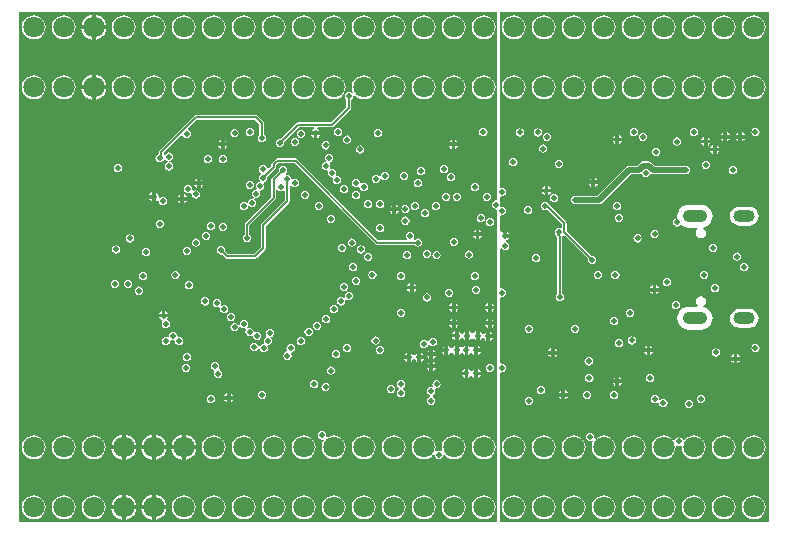
<source format=gbr>
%TF.GenerationSoftware,Altium Limited,Altium Designer,19.0.15 (446)*%
G04 Layer_Physical_Order=3*
G04 Layer_Color=6711008*
%FSLAX45Y45*%
%MOMM*%
%TF.FileFunction,Copper,L3,Inr,Signal*%
%TF.Part,Single*%
G01*
G75*
%TA.AperFunction,Conductor*%
%ADD34C,0.50000*%
%ADD35C,0.20000*%
%TA.AperFunction,ComponentPad*%
%ADD39C,1.80000*%
G04:AMPARAMS|DCode=40|XSize=1mm|YSize=1.8mm|CornerRadius=0.5mm|HoleSize=0mm|Usage=FLASHONLY|Rotation=90.000|XOffset=0mm|YOffset=0mm|HoleType=Round|Shape=RoundedRectangle|*
%AMROUNDEDRECTD40*
21,1,1.00000,0.80000,0,0,90.0*
21,1,0.00000,1.80000,0,0,90.0*
1,1,1.00000,0.40000,0.00000*
1,1,1.00000,0.40000,0.00000*
1,1,1.00000,-0.40000,0.00000*
1,1,1.00000,-0.40000,0.00000*
%
%ADD40ROUNDEDRECTD40*%
G04:AMPARAMS|DCode=41|XSize=1mm|YSize=2.1mm|CornerRadius=0.5mm|HoleSize=0mm|Usage=FLASHONLY|Rotation=90.000|XOffset=0mm|YOffset=0mm|HoleType=Round|Shape=RoundedRectangle|*
%AMROUNDEDRECTD41*
21,1,1.00000,1.10000,0,0,90.0*
21,1,0.00000,2.10000,0,0,90.0*
1,1,1.00000,0.55000,0.00000*
1,1,1.00000,0.55000,0.00000*
1,1,1.00000,-0.55000,0.00000*
1,1,1.00000,-0.55000,0.00000*
%
%ADD41ROUNDEDRECTD41*%
%TA.AperFunction,ViaPad*%
%ADD42C,0.50000*%
G36*
X10274300Y7685499D02*
X10264483Y7677442D01*
X10261600Y7678015D01*
X10247944Y7675299D01*
X10236366Y7667563D01*
X10228631Y7655986D01*
X10225914Y7642330D01*
X10228631Y7628673D01*
X10236366Y7617096D01*
X10247944Y7609360D01*
X10261600Y7606644D01*
X10264483Y7607217D01*
X10274300Y7599161D01*
Y4953000D01*
X6223000D01*
Y9271000D01*
X10274300D01*
Y7685499D01*
D02*
G37*
G36*
X12573000Y4953000D02*
X10299700D01*
Y6216169D01*
X10312400Y6226245D01*
X10316574Y6225414D01*
X10330231Y6228131D01*
X10341808Y6235866D01*
X10349543Y6247444D01*
X10352260Y6261100D01*
X10349543Y6274756D01*
X10341808Y6286334D01*
X10330231Y6294069D01*
X10316574Y6296786D01*
X10312400Y6295955D01*
X10299700Y6306031D01*
Y6853845D01*
X10309517Y6861901D01*
X10312470Y6861314D01*
X10326126Y6864031D01*
X10337703Y6871766D01*
X10345439Y6883344D01*
X10348156Y6897000D01*
X10345439Y6910656D01*
X10337703Y6922234D01*
X10326126Y6929969D01*
X10312470Y6932686D01*
X10309517Y6932098D01*
X10299700Y6940155D01*
Y7268475D01*
X10312400Y7272328D01*
X10316574Y7266081D01*
X10328152Y7258345D01*
X10341808Y7255629D01*
X10355464Y7258345D01*
X10367041Y7266081D01*
X10374777Y7277658D01*
X10377494Y7291314D01*
X10374777Y7304971D01*
X10367041Y7316548D01*
X10355464Y7324284D01*
X10347476Y7325873D01*
Y7338821D01*
X10353797Y7340079D01*
X10367359Y7349141D01*
X10376421Y7362703D01*
X10376619Y7363700D01*
X10337800D01*
Y7378700D01*
X10322800D01*
Y7417519D01*
X10321803Y7417321D01*
X10312400Y7411039D01*
X10299700Y7416597D01*
Y7546614D01*
X10309517Y7554671D01*
X10312400Y7554097D01*
X10326056Y7556814D01*
X10337634Y7564549D01*
X10345369Y7576127D01*
X10348086Y7589783D01*
X10345369Y7603439D01*
X10337634Y7615017D01*
X10326056Y7622752D01*
X10312400Y7625469D01*
X10309517Y7624895D01*
X10299700Y7632952D01*
Y7703845D01*
X10309517Y7711902D01*
X10312470Y7711314D01*
X10326126Y7714031D01*
X10337703Y7721766D01*
X10345439Y7733344D01*
X10348156Y7747000D01*
X10345439Y7760656D01*
X10337703Y7772234D01*
X10326126Y7779969D01*
X10312470Y7782686D01*
X10309517Y7782098D01*
X10299700Y7790155D01*
Y9271000D01*
X12573000D01*
Y4953000D01*
D02*
G37*
%LPC*%
G36*
X6873000Y9248940D02*
Y9159000D01*
X6962940D01*
X6961271Y9171672D01*
X6950591Y9197457D01*
X6933600Y9219600D01*
X6911457Y9236591D01*
X6885672Y9247271D01*
X6873000Y9248940D01*
D02*
G37*
G36*
X6843000D02*
X6830328Y9247271D01*
X6804543Y9236591D01*
X6782400Y9219600D01*
X6765409Y9197457D01*
X6754729Y9171672D01*
X6753060Y9159000D01*
X6843000D01*
Y9248940D01*
D02*
G37*
G36*
X10160000Y9244863D02*
X10133895Y9241426D01*
X10109569Y9231350D01*
X10088679Y9215321D01*
X10072650Y9194431D01*
X10062574Y9170105D01*
X10059137Y9144000D01*
X10062574Y9117895D01*
X10072650Y9093569D01*
X10088679Y9072679D01*
X10109569Y9056650D01*
X10133895Y9046574D01*
X10160000Y9043137D01*
X10186105Y9046574D01*
X10210431Y9056650D01*
X10231321Y9072679D01*
X10247350Y9093569D01*
X10257426Y9117895D01*
X10260863Y9144000D01*
X10257426Y9170105D01*
X10247350Y9194431D01*
X10231321Y9215321D01*
X10210431Y9231350D01*
X10186105Y9241426D01*
X10160000Y9244863D01*
D02*
G37*
G36*
X9906000D02*
X9879895Y9241426D01*
X9855569Y9231350D01*
X9834679Y9215321D01*
X9818650Y9194431D01*
X9808574Y9170105D01*
X9805137Y9144000D01*
X9808574Y9117895D01*
X9818650Y9093569D01*
X9834679Y9072679D01*
X9855569Y9056650D01*
X9879895Y9046574D01*
X9906000Y9043137D01*
X9932105Y9046574D01*
X9956431Y9056650D01*
X9977321Y9072679D01*
X9993350Y9093569D01*
X10003426Y9117895D01*
X10006863Y9144000D01*
X10003426Y9170105D01*
X9993350Y9194431D01*
X9977321Y9215321D01*
X9956431Y9231350D01*
X9932105Y9241426D01*
X9906000Y9244863D01*
D02*
G37*
G36*
X9652000D02*
X9625895Y9241426D01*
X9601569Y9231350D01*
X9580679Y9215321D01*
X9564650Y9194431D01*
X9554574Y9170105D01*
X9551137Y9144000D01*
X9554574Y9117895D01*
X9564650Y9093569D01*
X9580679Y9072679D01*
X9601569Y9056650D01*
X9625895Y9046574D01*
X9652000Y9043137D01*
X9678105Y9046574D01*
X9702431Y9056650D01*
X9723321Y9072679D01*
X9739350Y9093569D01*
X9749426Y9117895D01*
X9752863Y9144000D01*
X9749426Y9170105D01*
X9739350Y9194431D01*
X9723321Y9215321D01*
X9702431Y9231350D01*
X9678105Y9241426D01*
X9652000Y9244863D01*
D02*
G37*
G36*
X9398000D02*
X9371895Y9241426D01*
X9347569Y9231350D01*
X9326679Y9215321D01*
X9310650Y9194431D01*
X9300574Y9170105D01*
X9297137Y9144000D01*
X9300574Y9117895D01*
X9310650Y9093569D01*
X9326679Y9072679D01*
X9347569Y9056650D01*
X9371895Y9046574D01*
X9398000Y9043137D01*
X9424105Y9046574D01*
X9448431Y9056650D01*
X9469321Y9072679D01*
X9485350Y9093569D01*
X9495426Y9117895D01*
X9498863Y9144000D01*
X9495426Y9170105D01*
X9485350Y9194431D01*
X9469321Y9215321D01*
X9448431Y9231350D01*
X9424105Y9241426D01*
X9398000Y9244863D01*
D02*
G37*
G36*
X9144000D02*
X9117895Y9241426D01*
X9093569Y9231350D01*
X9072679Y9215321D01*
X9056650Y9194431D01*
X9046574Y9170105D01*
X9043137Y9144000D01*
X9046574Y9117895D01*
X9056650Y9093569D01*
X9072679Y9072679D01*
X9093569Y9056650D01*
X9117895Y9046574D01*
X9144000Y9043137D01*
X9170105Y9046574D01*
X9194431Y9056650D01*
X9215321Y9072679D01*
X9231350Y9093569D01*
X9241426Y9117895D01*
X9244863Y9144000D01*
X9241426Y9170105D01*
X9231350Y9194431D01*
X9215321Y9215321D01*
X9194431Y9231350D01*
X9170105Y9241426D01*
X9144000Y9244863D01*
D02*
G37*
G36*
X8890000D02*
X8863895Y9241426D01*
X8839569Y9231350D01*
X8818679Y9215321D01*
X8802650Y9194431D01*
X8792574Y9170105D01*
X8789137Y9144000D01*
X8792574Y9117895D01*
X8802650Y9093569D01*
X8818679Y9072679D01*
X8839569Y9056650D01*
X8863895Y9046574D01*
X8890000Y9043137D01*
X8916105Y9046574D01*
X8940431Y9056650D01*
X8961321Y9072679D01*
X8977350Y9093569D01*
X8987426Y9117895D01*
X8990863Y9144000D01*
X8987426Y9170105D01*
X8977350Y9194431D01*
X8961321Y9215321D01*
X8940431Y9231350D01*
X8916105Y9241426D01*
X8890000Y9244863D01*
D02*
G37*
G36*
X8636000D02*
X8609895Y9241426D01*
X8585569Y9231350D01*
X8564679Y9215321D01*
X8548650Y9194431D01*
X8538574Y9170105D01*
X8535137Y9144000D01*
X8538574Y9117895D01*
X8548650Y9093569D01*
X8564679Y9072679D01*
X8585569Y9056650D01*
X8609895Y9046574D01*
X8636000Y9043137D01*
X8662105Y9046574D01*
X8686431Y9056650D01*
X8707321Y9072679D01*
X8723350Y9093569D01*
X8733426Y9117895D01*
X8736863Y9144000D01*
X8733426Y9170105D01*
X8723350Y9194431D01*
X8707321Y9215321D01*
X8686431Y9231350D01*
X8662105Y9241426D01*
X8636000Y9244863D01*
D02*
G37*
G36*
X8382000D02*
X8355895Y9241426D01*
X8331569Y9231350D01*
X8310679Y9215321D01*
X8294650Y9194431D01*
X8284574Y9170105D01*
X8281137Y9144000D01*
X8284574Y9117895D01*
X8294650Y9093569D01*
X8310679Y9072679D01*
X8331569Y9056650D01*
X8355895Y9046574D01*
X8382000Y9043137D01*
X8408105Y9046574D01*
X8432431Y9056650D01*
X8453321Y9072679D01*
X8469350Y9093569D01*
X8479426Y9117895D01*
X8482863Y9144000D01*
X8479426Y9170105D01*
X8469350Y9194431D01*
X8453321Y9215321D01*
X8432431Y9231350D01*
X8408105Y9241426D01*
X8382000Y9244863D01*
D02*
G37*
G36*
X8128000D02*
X8101895Y9241426D01*
X8077569Y9231350D01*
X8056679Y9215321D01*
X8040650Y9194431D01*
X8030574Y9170105D01*
X8027137Y9144000D01*
X8030574Y9117895D01*
X8040650Y9093569D01*
X8056679Y9072679D01*
X8077569Y9056650D01*
X8101895Y9046574D01*
X8128000Y9043137D01*
X8154105Y9046574D01*
X8178431Y9056650D01*
X8199321Y9072679D01*
X8215350Y9093569D01*
X8225426Y9117895D01*
X8228863Y9144000D01*
X8225426Y9170105D01*
X8215350Y9194431D01*
X8199321Y9215321D01*
X8178431Y9231350D01*
X8154105Y9241426D01*
X8128000Y9244863D01*
D02*
G37*
G36*
X7874000D02*
X7847895Y9241426D01*
X7823569Y9231350D01*
X7802679Y9215321D01*
X7786650Y9194431D01*
X7776574Y9170105D01*
X7773137Y9144000D01*
X7776574Y9117895D01*
X7786650Y9093569D01*
X7802679Y9072679D01*
X7823569Y9056650D01*
X7847895Y9046574D01*
X7874000Y9043137D01*
X7900105Y9046574D01*
X7924431Y9056650D01*
X7945321Y9072679D01*
X7961350Y9093569D01*
X7971426Y9117895D01*
X7974863Y9144000D01*
X7971426Y9170105D01*
X7961350Y9194431D01*
X7945321Y9215321D01*
X7924431Y9231350D01*
X7900105Y9241426D01*
X7874000Y9244863D01*
D02*
G37*
G36*
X7620000D02*
X7593895Y9241426D01*
X7569569Y9231350D01*
X7548679Y9215321D01*
X7532650Y9194431D01*
X7522574Y9170105D01*
X7519137Y9144000D01*
X7522574Y9117895D01*
X7532650Y9093569D01*
X7548679Y9072679D01*
X7569569Y9056650D01*
X7593895Y9046574D01*
X7620000Y9043137D01*
X7646105Y9046574D01*
X7670431Y9056650D01*
X7691321Y9072679D01*
X7707350Y9093569D01*
X7717426Y9117895D01*
X7720863Y9144000D01*
X7717426Y9170105D01*
X7707350Y9194431D01*
X7691321Y9215321D01*
X7670431Y9231350D01*
X7646105Y9241426D01*
X7620000Y9244863D01*
D02*
G37*
G36*
X7366000D02*
X7339895Y9241426D01*
X7315569Y9231350D01*
X7294679Y9215321D01*
X7278650Y9194431D01*
X7268574Y9170105D01*
X7265137Y9144000D01*
X7268574Y9117895D01*
X7278650Y9093569D01*
X7294679Y9072679D01*
X7315569Y9056650D01*
X7339895Y9046574D01*
X7366000Y9043137D01*
X7392105Y9046574D01*
X7416431Y9056650D01*
X7437321Y9072679D01*
X7453350Y9093569D01*
X7463426Y9117895D01*
X7466863Y9144000D01*
X7463426Y9170105D01*
X7453350Y9194431D01*
X7437321Y9215321D01*
X7416431Y9231350D01*
X7392105Y9241426D01*
X7366000Y9244863D01*
D02*
G37*
G36*
X7112000D02*
X7085895Y9241426D01*
X7061569Y9231350D01*
X7040679Y9215321D01*
X7024650Y9194431D01*
X7014574Y9170105D01*
X7011137Y9144000D01*
X7014574Y9117895D01*
X7024650Y9093569D01*
X7040679Y9072679D01*
X7061569Y9056650D01*
X7085895Y9046574D01*
X7112000Y9043137D01*
X7138105Y9046574D01*
X7162431Y9056650D01*
X7183321Y9072679D01*
X7199350Y9093569D01*
X7209426Y9117895D01*
X7212863Y9144000D01*
X7209426Y9170105D01*
X7199350Y9194431D01*
X7183321Y9215321D01*
X7162431Y9231350D01*
X7138105Y9241426D01*
X7112000Y9244863D01*
D02*
G37*
G36*
X6604000D02*
X6577895Y9241426D01*
X6553569Y9231350D01*
X6532679Y9215321D01*
X6516650Y9194431D01*
X6506574Y9170105D01*
X6503137Y9144000D01*
X6506574Y9117895D01*
X6516650Y9093569D01*
X6532679Y9072679D01*
X6553569Y9056650D01*
X6577895Y9046574D01*
X6604000Y9043137D01*
X6630105Y9046574D01*
X6654431Y9056650D01*
X6675321Y9072679D01*
X6691350Y9093569D01*
X6701426Y9117895D01*
X6704863Y9144000D01*
X6701426Y9170105D01*
X6691350Y9194431D01*
X6675321Y9215321D01*
X6654431Y9231350D01*
X6630105Y9241426D01*
X6604000Y9244863D01*
D02*
G37*
G36*
X6350000D02*
X6323895Y9241426D01*
X6299569Y9231350D01*
X6278679Y9215321D01*
X6262650Y9194431D01*
X6252574Y9170105D01*
X6249137Y9144000D01*
X6252574Y9117895D01*
X6262650Y9093569D01*
X6278679Y9072679D01*
X6299569Y9056650D01*
X6323895Y9046574D01*
X6350000Y9043137D01*
X6376105Y9046574D01*
X6400431Y9056650D01*
X6421321Y9072679D01*
X6437350Y9093569D01*
X6447426Y9117895D01*
X6450863Y9144000D01*
X6447426Y9170105D01*
X6437350Y9194431D01*
X6421321Y9215321D01*
X6400431Y9231350D01*
X6376105Y9241426D01*
X6350000Y9244863D01*
D02*
G37*
G36*
X6962940Y9129000D02*
X6873000D01*
Y9039060D01*
X6885672Y9040729D01*
X6911457Y9051409D01*
X6933600Y9068400D01*
X6950591Y9090543D01*
X6961271Y9116328D01*
X6962940Y9129000D01*
D02*
G37*
G36*
X6843000D02*
X6753060D01*
X6754729Y9116328D01*
X6765409Y9090543D01*
X6782400Y9068400D01*
X6804543Y9051409D01*
X6830328Y9040729D01*
X6843000Y9039060D01*
Y9129000D01*
D02*
G37*
G36*
X6873000Y8740940D02*
Y8651000D01*
X6962940D01*
X6961271Y8663672D01*
X6950591Y8689457D01*
X6933600Y8711600D01*
X6911457Y8728591D01*
X6885672Y8739271D01*
X6873000Y8740940D01*
D02*
G37*
G36*
X6843000D02*
X6830328Y8739271D01*
X6804543Y8728591D01*
X6782400Y8711600D01*
X6765409Y8689457D01*
X6754729Y8663672D01*
X6753060Y8651000D01*
X6843000D01*
Y8740940D01*
D02*
G37*
G36*
X9144000Y8736863D02*
X9117895Y8733426D01*
X9093569Y8723350D01*
X9072679Y8707321D01*
X9056650Y8686431D01*
X9046574Y8662105D01*
X9043137Y8636000D01*
X9046574Y8609895D01*
X9054276Y8591302D01*
X9043190Y8585034D01*
X9031613Y8592769D01*
X9017956Y8595486D01*
X9004300Y8592769D01*
X8992723Y8585034D01*
X8984987Y8573456D01*
X8982271Y8559800D01*
X8984987Y8546144D01*
X8992723Y8534566D01*
X8997564Y8531331D01*
Y8467603D01*
X8868853Y8338892D01*
X8585366D01*
X8577563Y8337340D01*
X8570947Y8332919D01*
X8438677Y8200650D01*
X8432966Y8201786D01*
X8419310Y8199069D01*
X8407733Y8191334D01*
X8399997Y8179756D01*
X8397281Y8166100D01*
X8399997Y8152444D01*
X8407733Y8140866D01*
X8419310Y8133131D01*
X8432966Y8130414D01*
X8446623Y8133131D01*
X8458200Y8140866D01*
X8465936Y8152444D01*
X8468652Y8166100D01*
X8467516Y8171811D01*
X8593813Y8298108D01*
X8721911D01*
X8723162Y8285408D01*
X8721300Y8285038D01*
X8707738Y8275976D01*
X8698677Y8262414D01*
X8698478Y8261417D01*
X8776117D01*
X8775919Y8262414D01*
X8766857Y8275976D01*
X8753295Y8285038D01*
X8751434Y8285408D01*
X8752684Y8298108D01*
X8877300D01*
X8885104Y8299660D01*
X8891719Y8304081D01*
X9032376Y8444737D01*
X9036796Y8451353D01*
X9038348Y8459156D01*
X9038348Y8459158D01*
Y8531331D01*
X9043190Y8534566D01*
X9050926Y8546144D01*
X9053642Y8559800D01*
X9063751Y8574074D01*
X9065276Y8574328D01*
X9072679Y8564679D01*
X9093569Y8548650D01*
X9117895Y8538574D01*
X9144000Y8535137D01*
X9170105Y8538574D01*
X9194431Y8548650D01*
X9215321Y8564679D01*
X9231350Y8585569D01*
X9241426Y8609895D01*
X9244863Y8636000D01*
X9241426Y8662105D01*
X9231350Y8686431D01*
X9215321Y8707321D01*
X9194431Y8723350D01*
X9170105Y8733426D01*
X9144000Y8736863D01*
D02*
G37*
G36*
X10160000D02*
X10133895Y8733426D01*
X10109569Y8723350D01*
X10088679Y8707321D01*
X10072650Y8686431D01*
X10062574Y8662105D01*
X10059137Y8636000D01*
X10062574Y8609895D01*
X10072650Y8585569D01*
X10088679Y8564679D01*
X10109569Y8548650D01*
X10133895Y8538574D01*
X10160000Y8535137D01*
X10186105Y8538574D01*
X10210431Y8548650D01*
X10231321Y8564679D01*
X10247350Y8585569D01*
X10257426Y8609895D01*
X10260863Y8636000D01*
X10257426Y8662105D01*
X10247350Y8686431D01*
X10231321Y8707321D01*
X10210431Y8723350D01*
X10186105Y8733426D01*
X10160000Y8736863D01*
D02*
G37*
G36*
X9906000D02*
X9879895Y8733426D01*
X9855569Y8723350D01*
X9834679Y8707321D01*
X9818650Y8686431D01*
X9808574Y8662105D01*
X9805137Y8636000D01*
X9808574Y8609895D01*
X9818650Y8585569D01*
X9834679Y8564679D01*
X9855569Y8548650D01*
X9879895Y8538574D01*
X9906000Y8535137D01*
X9932105Y8538574D01*
X9956431Y8548650D01*
X9977321Y8564679D01*
X9993350Y8585569D01*
X10003426Y8609895D01*
X10006863Y8636000D01*
X10003426Y8662105D01*
X9993350Y8686431D01*
X9977321Y8707321D01*
X9956431Y8723350D01*
X9932105Y8733426D01*
X9906000Y8736863D01*
D02*
G37*
G36*
X9652000D02*
X9625895Y8733426D01*
X9601569Y8723350D01*
X9580679Y8707321D01*
X9564650Y8686431D01*
X9554574Y8662105D01*
X9551137Y8636000D01*
X9554574Y8609895D01*
X9564650Y8585569D01*
X9580679Y8564679D01*
X9601569Y8548650D01*
X9625895Y8538574D01*
X9652000Y8535137D01*
X9678105Y8538574D01*
X9702431Y8548650D01*
X9723321Y8564679D01*
X9739350Y8585569D01*
X9749426Y8609895D01*
X9752863Y8636000D01*
X9749426Y8662105D01*
X9739350Y8686431D01*
X9723321Y8707321D01*
X9702431Y8723350D01*
X9678105Y8733426D01*
X9652000Y8736863D01*
D02*
G37*
G36*
X9398000D02*
X9371895Y8733426D01*
X9347569Y8723350D01*
X9326679Y8707321D01*
X9310650Y8686431D01*
X9300574Y8662105D01*
X9297137Y8636000D01*
X9300574Y8609895D01*
X9310650Y8585569D01*
X9326679Y8564679D01*
X9347569Y8548650D01*
X9371895Y8538574D01*
X9398000Y8535137D01*
X9424105Y8538574D01*
X9448431Y8548650D01*
X9469321Y8564679D01*
X9485350Y8585569D01*
X9495426Y8609895D01*
X9498863Y8636000D01*
X9495426Y8662105D01*
X9485350Y8686431D01*
X9469321Y8707321D01*
X9448431Y8723350D01*
X9424105Y8733426D01*
X9398000Y8736863D01*
D02*
G37*
G36*
X8890000D02*
X8863895Y8733426D01*
X8839569Y8723350D01*
X8818679Y8707321D01*
X8802650Y8686431D01*
X8792574Y8662105D01*
X8789137Y8636000D01*
X8792574Y8609895D01*
X8802650Y8585569D01*
X8818679Y8564679D01*
X8839569Y8548650D01*
X8863895Y8538574D01*
X8890000Y8535137D01*
X8916105Y8538574D01*
X8940431Y8548650D01*
X8961321Y8564679D01*
X8977350Y8585569D01*
X8987426Y8609895D01*
X8990863Y8636000D01*
X8987426Y8662105D01*
X8977350Y8686431D01*
X8961321Y8707321D01*
X8940431Y8723350D01*
X8916105Y8733426D01*
X8890000Y8736863D01*
D02*
G37*
G36*
X8636000D02*
X8609895Y8733426D01*
X8585569Y8723350D01*
X8564679Y8707321D01*
X8548650Y8686431D01*
X8538574Y8662105D01*
X8535137Y8636000D01*
X8538574Y8609895D01*
X8548650Y8585569D01*
X8564679Y8564679D01*
X8585569Y8548650D01*
X8609895Y8538574D01*
X8636000Y8535137D01*
X8662105Y8538574D01*
X8686431Y8548650D01*
X8707321Y8564679D01*
X8723350Y8585569D01*
X8733426Y8609895D01*
X8736863Y8636000D01*
X8733426Y8662105D01*
X8723350Y8686431D01*
X8707321Y8707321D01*
X8686431Y8723350D01*
X8662105Y8733426D01*
X8636000Y8736863D01*
D02*
G37*
G36*
X8382000D02*
X8355895Y8733426D01*
X8331569Y8723350D01*
X8310679Y8707321D01*
X8294650Y8686431D01*
X8284574Y8662105D01*
X8281137Y8636000D01*
X8284574Y8609895D01*
X8294650Y8585569D01*
X8310679Y8564679D01*
X8331569Y8548650D01*
X8355895Y8538574D01*
X8382000Y8535137D01*
X8408105Y8538574D01*
X8432431Y8548650D01*
X8453321Y8564679D01*
X8469350Y8585569D01*
X8479426Y8609895D01*
X8482863Y8636000D01*
X8479426Y8662105D01*
X8469350Y8686431D01*
X8453321Y8707321D01*
X8432431Y8723350D01*
X8408105Y8733426D01*
X8382000Y8736863D01*
D02*
G37*
G36*
X8128000D02*
X8101895Y8733426D01*
X8077569Y8723350D01*
X8056679Y8707321D01*
X8040650Y8686431D01*
X8030574Y8662105D01*
X8027137Y8636000D01*
X8030574Y8609895D01*
X8040650Y8585569D01*
X8056679Y8564679D01*
X8077569Y8548650D01*
X8101895Y8538574D01*
X8128000Y8535137D01*
X8154105Y8538574D01*
X8178431Y8548650D01*
X8199321Y8564679D01*
X8215350Y8585569D01*
X8225426Y8609895D01*
X8228863Y8636000D01*
X8225426Y8662105D01*
X8215350Y8686431D01*
X8199321Y8707321D01*
X8178431Y8723350D01*
X8154105Y8733426D01*
X8128000Y8736863D01*
D02*
G37*
G36*
X7874000D02*
X7847895Y8733426D01*
X7823569Y8723350D01*
X7802679Y8707321D01*
X7786650Y8686431D01*
X7776574Y8662105D01*
X7773137Y8636000D01*
X7776574Y8609895D01*
X7786650Y8585569D01*
X7802679Y8564679D01*
X7823569Y8548650D01*
X7847895Y8538574D01*
X7874000Y8535137D01*
X7900105Y8538574D01*
X7924431Y8548650D01*
X7945321Y8564679D01*
X7961350Y8585569D01*
X7971426Y8609895D01*
X7974863Y8636000D01*
X7971426Y8662105D01*
X7961350Y8686431D01*
X7945321Y8707321D01*
X7924431Y8723350D01*
X7900105Y8733426D01*
X7874000Y8736863D01*
D02*
G37*
G36*
X7620000D02*
X7593895Y8733426D01*
X7569569Y8723350D01*
X7548679Y8707321D01*
X7532650Y8686431D01*
X7522574Y8662105D01*
X7519137Y8636000D01*
X7522574Y8609895D01*
X7532650Y8585569D01*
X7548679Y8564679D01*
X7569569Y8548650D01*
X7593895Y8538574D01*
X7620000Y8535137D01*
X7646105Y8538574D01*
X7670431Y8548650D01*
X7691321Y8564679D01*
X7707350Y8585569D01*
X7717426Y8609895D01*
X7720863Y8636000D01*
X7717426Y8662105D01*
X7707350Y8686431D01*
X7691321Y8707321D01*
X7670431Y8723350D01*
X7646105Y8733426D01*
X7620000Y8736863D01*
D02*
G37*
G36*
X7366000D02*
X7339895Y8733426D01*
X7315569Y8723350D01*
X7294679Y8707321D01*
X7278650Y8686431D01*
X7268574Y8662105D01*
X7265137Y8636000D01*
X7268574Y8609895D01*
X7278650Y8585569D01*
X7294679Y8564679D01*
X7315569Y8548650D01*
X7339895Y8538574D01*
X7366000Y8535137D01*
X7392105Y8538574D01*
X7416431Y8548650D01*
X7437321Y8564679D01*
X7453350Y8585569D01*
X7463426Y8609895D01*
X7466863Y8636000D01*
X7463426Y8662105D01*
X7453350Y8686431D01*
X7437321Y8707321D01*
X7416431Y8723350D01*
X7392105Y8733426D01*
X7366000Y8736863D01*
D02*
G37*
G36*
X7112000D02*
X7085895Y8733426D01*
X7061569Y8723350D01*
X7040679Y8707321D01*
X7024650Y8686431D01*
X7014574Y8662105D01*
X7011137Y8636000D01*
X7014574Y8609895D01*
X7024650Y8585569D01*
X7040679Y8564679D01*
X7061569Y8548650D01*
X7085895Y8538574D01*
X7112000Y8535137D01*
X7138105Y8538574D01*
X7162431Y8548650D01*
X7183321Y8564679D01*
X7199350Y8585569D01*
X7209426Y8609895D01*
X7212863Y8636000D01*
X7209426Y8662105D01*
X7199350Y8686431D01*
X7183321Y8707321D01*
X7162431Y8723350D01*
X7138105Y8733426D01*
X7112000Y8736863D01*
D02*
G37*
G36*
X6604000D02*
X6577895Y8733426D01*
X6553569Y8723350D01*
X6532679Y8707321D01*
X6516650Y8686431D01*
X6506574Y8662105D01*
X6503137Y8636000D01*
X6506574Y8609895D01*
X6516650Y8585569D01*
X6532679Y8564679D01*
X6553569Y8548650D01*
X6577895Y8538574D01*
X6604000Y8535137D01*
X6630105Y8538574D01*
X6654431Y8548650D01*
X6675321Y8564679D01*
X6691350Y8585569D01*
X6701426Y8609895D01*
X6704863Y8636000D01*
X6701426Y8662105D01*
X6691350Y8686431D01*
X6675321Y8707321D01*
X6654431Y8723350D01*
X6630105Y8733426D01*
X6604000Y8736863D01*
D02*
G37*
G36*
X6350000D02*
X6323895Y8733426D01*
X6299569Y8723350D01*
X6278679Y8707321D01*
X6262650Y8686431D01*
X6252574Y8662105D01*
X6249137Y8636000D01*
X6252574Y8609895D01*
X6262650Y8585569D01*
X6278679Y8564679D01*
X6299569Y8548650D01*
X6323895Y8538574D01*
X6350000Y8535137D01*
X6376105Y8538574D01*
X6400431Y8548650D01*
X6421321Y8564679D01*
X6437350Y8585569D01*
X6447426Y8609895D01*
X6450863Y8636000D01*
X6447426Y8662105D01*
X6437350Y8686431D01*
X6421321Y8707321D01*
X6400431Y8723350D01*
X6376105Y8733426D01*
X6350000Y8736863D01*
D02*
G37*
G36*
X6962940Y8621000D02*
X6873000D01*
Y8531060D01*
X6885672Y8532729D01*
X6911457Y8543409D01*
X6933600Y8560400D01*
X6950591Y8582543D01*
X6961271Y8608328D01*
X6962940Y8621000D01*
D02*
G37*
G36*
X6843000D02*
X6753060D01*
X6754729Y8608328D01*
X6765409Y8582543D01*
X6782400Y8560400D01*
X6804543Y8543409D01*
X6830328Y8532729D01*
X6843000Y8531060D01*
Y8621000D01*
D02*
G37*
G36*
X10156062Y8290686D02*
X10142406Y8287969D01*
X10130829Y8280234D01*
X10123093Y8268656D01*
X10120377Y8255000D01*
X10123093Y8241344D01*
X10130829Y8229766D01*
X10142406Y8222031D01*
X10156062Y8219314D01*
X10169719Y8222031D01*
X10181296Y8229766D01*
X10189032Y8241344D01*
X10191748Y8255000D01*
X10189032Y8268656D01*
X10181296Y8280234D01*
X10169719Y8287969D01*
X10156062Y8290686D01*
D02*
G37*
G36*
X8928100D02*
X8914444Y8287969D01*
X8902866Y8280234D01*
X8895131Y8268656D01*
X8892414Y8255000D01*
X8895131Y8241344D01*
X8902866Y8229766D01*
X8914444Y8222031D01*
X8928100Y8219314D01*
X8941756Y8222031D01*
X8953334Y8229766D01*
X8961069Y8241344D01*
X8963786Y8255000D01*
X8961069Y8268656D01*
X8953334Y8280234D01*
X8941756Y8287969D01*
X8928100Y8290686D01*
D02*
G37*
G36*
X8178800D02*
X8165144Y8287969D01*
X8153566Y8280234D01*
X8145831Y8268656D01*
X8143114Y8255000D01*
X8145831Y8241344D01*
X8153566Y8229766D01*
X8165144Y8222031D01*
X8178800Y8219314D01*
X8192456Y8222031D01*
X8204034Y8229766D01*
X8211769Y8241344D01*
X8214486Y8255000D01*
X8211769Y8268656D01*
X8204034Y8280234D01*
X8192456Y8287969D01*
X8178800Y8290686D01*
D02*
G37*
G36*
X9262600Y8282103D02*
X9248944Y8279386D01*
X9237366Y8271650D01*
X9229631Y8260073D01*
X9226914Y8246417D01*
X9229631Y8232761D01*
X9237366Y8221183D01*
X9248944Y8213448D01*
X9262600Y8210731D01*
X9276256Y8213448D01*
X9287834Y8221183D01*
X9295569Y8232761D01*
X9298286Y8246417D01*
X9295569Y8260073D01*
X9287834Y8271650D01*
X9276256Y8279386D01*
X9262600Y8282103D01*
D02*
G37*
G36*
X8049660D02*
X8036003Y8279386D01*
X8024426Y8271650D01*
X8016691Y8260073D01*
X8013974Y8246417D01*
X8016691Y8232761D01*
X8024426Y8221183D01*
X8036003Y8213448D01*
X8049660Y8210731D01*
X8063316Y8213448D01*
X8074893Y8221183D01*
X8082629Y8232761D01*
X8085346Y8246417D01*
X8082629Y8260073D01*
X8074893Y8271650D01*
X8063316Y8279386D01*
X8049660Y8282103D01*
D02*
G37*
G36*
X8776117Y8231417D02*
X8752298D01*
Y8207598D01*
X8753295Y8207796D01*
X8766857Y8216858D01*
X8775919Y8230419D01*
X8776117Y8231417D01*
D02*
G37*
G36*
X8722298D02*
X8698478D01*
X8698677Y8230419D01*
X8707738Y8216858D01*
X8721300Y8207796D01*
X8722298Y8207598D01*
Y8231417D01*
D02*
G37*
G36*
X8610600Y8277986D02*
X8596944Y8275269D01*
X8585366Y8267534D01*
X8577631Y8255956D01*
X8574914Y8242300D01*
X8577631Y8228644D01*
X8585366Y8217066D01*
X8596944Y8209331D01*
X8610600Y8206614D01*
X8624256Y8209331D01*
X8635834Y8217066D01*
X8643569Y8228644D01*
X8646286Y8242300D01*
X8643569Y8255956D01*
X8635834Y8267534D01*
X8624256Y8275269D01*
X8610600Y8277986D01*
D02*
G37*
G36*
X9917040Y8192995D02*
Y8169176D01*
X9940860D01*
X9940661Y8170173D01*
X9931600Y8183735D01*
X9918038Y8192797D01*
X9917040Y8192995D01*
D02*
G37*
G36*
X9887040D02*
X9886043Y8192797D01*
X9872481Y8183735D01*
X9863419Y8170173D01*
X9863221Y8169176D01*
X9887040D01*
Y8192995D01*
D02*
G37*
G36*
X8230556Y8402392D02*
X7721461D01*
X7713657Y8400840D01*
X7707041Y8396419D01*
X7415081Y8104459D01*
X7410660Y8097843D01*
X7409108Y8090039D01*
Y8069335D01*
X7402744Y8068069D01*
X7391167Y8060334D01*
X7383431Y8048756D01*
X7380714Y8035100D01*
X7383431Y8021444D01*
X7391167Y8009866D01*
X7402744Y8002131D01*
X7416400Y7999414D01*
X7430057Y8002131D01*
X7441634Y8009866D01*
X7449369Y8021444D01*
X7450365Y8026450D01*
X7463848Y8029132D01*
X7467766Y8023267D01*
X7479344Y8015531D01*
X7485082Y8014390D01*
X7488499Y8013709D01*
Y8000761D01*
X7485082Y8000081D01*
X7479344Y7998940D01*
X7467766Y7991204D01*
X7460031Y7979627D01*
X7457314Y7965970D01*
X7460031Y7952314D01*
X7467766Y7940737D01*
X7479344Y7933001D01*
X7493000Y7930285D01*
X7506656Y7933001D01*
X7518234Y7940737D01*
X7525969Y7952314D01*
X7528686Y7965970D01*
X7525969Y7979627D01*
X7518234Y7991204D01*
X7506656Y7998940D01*
X7500918Y8000081D01*
X7497501Y8000761D01*
Y8013709D01*
X7500918Y8014390D01*
X7506656Y8015531D01*
X7518234Y8023267D01*
X7525969Y8034844D01*
X7528686Y8048500D01*
X7525969Y8062157D01*
X7518234Y8073734D01*
X7506656Y8081469D01*
X7493000Y8084186D01*
X7479344Y8081469D01*
X7467766Y8073734D01*
X7462592Y8065990D01*
X7451215Y8069441D01*
X7449936Y8081637D01*
X7600547Y8232248D01*
X7605711Y8230682D01*
X7613421Y8227161D01*
X7620166Y8217066D01*
X7631744Y8209331D01*
X7645400Y8206614D01*
X7659056Y8209331D01*
X7670634Y8217066D01*
X7678369Y8228644D01*
X7681086Y8242300D01*
X7678369Y8255956D01*
X7670634Y8267534D01*
X7660539Y8274279D01*
X7657018Y8281989D01*
X7655452Y8287153D01*
X7729907Y8361608D01*
X8222110D01*
X8260008Y8323710D01*
Y8232669D01*
X8255166Y8229434D01*
X8247431Y8217856D01*
X8244714Y8204200D01*
X8247431Y8190544D01*
X8255166Y8178966D01*
X8266744Y8171231D01*
X8280400Y8168514D01*
X8294056Y8171231D01*
X8305634Y8178966D01*
X8313369Y8190544D01*
X8316086Y8204200D01*
X8313369Y8217856D01*
X8305634Y8229434D01*
X8300792Y8232669D01*
Y8332156D01*
X8299240Y8339960D01*
X8294819Y8346576D01*
X8244976Y8396419D01*
X8238360Y8400840D01*
X8230556Y8402392D01*
D02*
G37*
G36*
X7965200Y8192219D02*
Y8168400D01*
X7989019D01*
X7988821Y8169397D01*
X7979759Y8182959D01*
X7966197Y8192021D01*
X7965200Y8192219D01*
D02*
G37*
G36*
X7935200D02*
X7934203Y8192021D01*
X7920641Y8182959D01*
X7911579Y8169397D01*
X7911381Y8168400D01*
X7935200D01*
Y8192219D01*
D02*
G37*
G36*
X9004300Y8228686D02*
X8990644Y8225969D01*
X8979066Y8218233D01*
X8971331Y8206656D01*
X8968614Y8193000D01*
X8971331Y8179344D01*
X8979066Y8167766D01*
X8990644Y8160031D01*
X9004300Y8157314D01*
X9017956Y8160031D01*
X9029534Y8167766D01*
X9037269Y8179344D01*
X9039986Y8193000D01*
X9037269Y8206656D01*
X9029534Y8218233D01*
X9017956Y8225969D01*
X9004300Y8228686D01*
D02*
G37*
G36*
X8559800Y8209045D02*
X8546144Y8206328D01*
X8534566Y8198593D01*
X8526831Y8187015D01*
X8524114Y8173359D01*
X8526831Y8159703D01*
X8534566Y8148125D01*
X8546144Y8140390D01*
X8559800Y8137673D01*
X8573456Y8140390D01*
X8585034Y8148125D01*
X8592769Y8159703D01*
X8595486Y8173359D01*
X8592769Y8187015D01*
X8585034Y8198593D01*
X8573456Y8206328D01*
X8559800Y8209045D01*
D02*
G37*
G36*
X9940860Y8139176D02*
X9917040D01*
Y8115357D01*
X9918038Y8115555D01*
X9931600Y8124617D01*
X9940661Y8138179D01*
X9940860Y8139176D01*
D02*
G37*
G36*
X9887040D02*
X9863221D01*
X9863419Y8138179D01*
X9872481Y8124617D01*
X9886043Y8115555D01*
X9887040Y8115357D01*
Y8139176D01*
D02*
G37*
G36*
X7989019Y8138400D02*
X7965200D01*
Y8114581D01*
X7966197Y8114779D01*
X7979759Y8123841D01*
X7988821Y8137403D01*
X7989019Y8138400D01*
D02*
G37*
G36*
X7935200D02*
X7911381D01*
X7911579Y8137403D01*
X7920641Y8123841D01*
X7934203Y8114779D01*
X7935200Y8114581D01*
Y8138400D01*
D02*
G37*
G36*
X8820406Y8179486D02*
X8806750Y8176769D01*
X8795173Y8169033D01*
X8787437Y8157456D01*
X8784721Y8143800D01*
X8787437Y8130144D01*
X8795173Y8118566D01*
X8806750Y8110831D01*
X8820406Y8108114D01*
X8834063Y8110831D01*
X8845640Y8118566D01*
X8853375Y8130144D01*
X8856092Y8143800D01*
X8853375Y8157456D01*
X8845640Y8169033D01*
X8834063Y8176769D01*
X8820406Y8179486D01*
D02*
G37*
G36*
X9114397Y8144636D02*
X9100740Y8141919D01*
X9089163Y8134184D01*
X9081427Y8122606D01*
X9078711Y8108950D01*
X9081427Y8095294D01*
X9089163Y8083716D01*
X9100740Y8075981D01*
X9114397Y8073264D01*
X9128053Y8075981D01*
X9139630Y8083716D01*
X9147366Y8095294D01*
X9150082Y8108950D01*
X9147366Y8122606D01*
X9139630Y8134184D01*
X9128053Y8141919D01*
X9114397Y8144636D01*
D02*
G37*
G36*
X7950200Y8062086D02*
X7936544Y8059369D01*
X7924966Y8051634D01*
X7917231Y8040056D01*
X7914514Y8026400D01*
X7917231Y8012744D01*
X7924966Y8001166D01*
X7936544Y7993431D01*
X7950200Y7990714D01*
X7963856Y7993431D01*
X7975434Y8001166D01*
X7983169Y8012744D01*
X7985886Y8026400D01*
X7983169Y8040056D01*
X7975434Y8051634D01*
X7963856Y8059369D01*
X7950200Y8062086D01*
D02*
G37*
G36*
X7823200D02*
X7809544Y8059369D01*
X7797966Y8051634D01*
X7790231Y8040056D01*
X7787514Y8026400D01*
X7790231Y8012744D01*
X7797966Y8001166D01*
X7809544Y7993431D01*
X7823200Y7990714D01*
X7836856Y7993431D01*
X7848434Y8001166D01*
X7856169Y8012744D01*
X7858886Y8026400D01*
X7856169Y8040056D01*
X7848434Y8051634D01*
X7836856Y8059369D01*
X7823200Y8062086D01*
D02*
G37*
G36*
X7061200Y7985886D02*
X7047544Y7983169D01*
X7035966Y7975434D01*
X7028231Y7963856D01*
X7025514Y7950200D01*
X7028231Y7936544D01*
X7035966Y7924966D01*
X7047544Y7917231D01*
X7061200Y7914514D01*
X7074856Y7917231D01*
X7086434Y7924966D01*
X7094169Y7936544D01*
X7096886Y7950200D01*
X7094169Y7963856D01*
X7086434Y7975434D01*
X7074856Y7983169D01*
X7061200Y7985886D01*
D02*
G37*
G36*
X9822750Y7980117D02*
X9809094Y7977400D01*
X9797516Y7969665D01*
X9789781Y7958087D01*
X9787064Y7944431D01*
X9789781Y7930775D01*
X9797516Y7919198D01*
X9809094Y7911462D01*
X9822750Y7908745D01*
X9836406Y7911462D01*
X9847984Y7919198D01*
X9855719Y7930775D01*
X9858436Y7944431D01*
X9855719Y7958087D01*
X9847984Y7969665D01*
X9836406Y7977400D01*
X9822750Y7980117D01*
D02*
G37*
G36*
X9626600Y7960486D02*
X9612944Y7957769D01*
X9601366Y7950034D01*
X9593631Y7938456D01*
X9590914Y7924800D01*
X9593631Y7911144D01*
X9601366Y7899566D01*
X9612944Y7891831D01*
X9626600Y7889114D01*
X9640256Y7891831D01*
X9651834Y7899566D01*
X9659569Y7911144D01*
X9662286Y7924800D01*
X9659569Y7938456D01*
X9651834Y7950034D01*
X9640256Y7957769D01*
X9626600Y7960486D01*
D02*
G37*
G36*
X9321800Y7922386D02*
X9308144Y7919669D01*
X9296566Y7911934D01*
X9288831Y7900356D01*
X9286114Y7886700D01*
X9286164Y7886449D01*
X9274201Y7881494D01*
X9270834Y7886534D01*
X9259256Y7894269D01*
X9245600Y7896986D01*
X9231944Y7894269D01*
X9220366Y7886534D01*
X9212631Y7874956D01*
X9209914Y7861300D01*
X9212631Y7847644D01*
X9220366Y7836066D01*
X9231944Y7828331D01*
X9245600Y7825614D01*
X9259256Y7828331D01*
X9270834Y7836066D01*
X9278569Y7847644D01*
X9281286Y7861300D01*
X9281236Y7861551D01*
X9293199Y7866506D01*
X9296566Y7861466D01*
X9308144Y7853731D01*
X9321800Y7851014D01*
X9335456Y7853731D01*
X9347034Y7861466D01*
X9354769Y7873044D01*
X9357486Y7886700D01*
X9354769Y7900356D01*
X9347034Y7911934D01*
X9335456Y7919669D01*
X9321800Y7922386D01*
D02*
G37*
G36*
X9486900D02*
X9473244Y7919669D01*
X9461666Y7911934D01*
X9453931Y7900356D01*
X9451214Y7886700D01*
X9453931Y7873044D01*
X9461666Y7861466D01*
X9473244Y7853731D01*
X9486900Y7851014D01*
X9500556Y7853731D01*
X9512134Y7861466D01*
X9519869Y7873044D01*
X9522586Y7886700D01*
X9519869Y7900356D01*
X9512134Y7911934D01*
X9500556Y7919669D01*
X9486900Y7922386D01*
D02*
G37*
G36*
X9880600Y7909686D02*
X9866944Y7906969D01*
X9855366Y7899234D01*
X9847631Y7887656D01*
X9844914Y7874000D01*
X9847631Y7860344D01*
X9855366Y7848766D01*
X9866944Y7841031D01*
X9880600Y7838314D01*
X9894256Y7841031D01*
X9905834Y7848766D01*
X9913569Y7860344D01*
X9916286Y7874000D01*
X9913569Y7887656D01*
X9905834Y7899234D01*
X9894256Y7906969D01*
X9880600Y7909686D01*
D02*
G37*
G36*
X7762000Y7862019D02*
Y7838200D01*
X7785819D01*
X7785621Y7839197D01*
X7776559Y7852759D01*
X7762997Y7861821D01*
X7762000Y7862019D01*
D02*
G37*
G36*
X7732000D02*
X7731003Y7861821D01*
X7717441Y7852759D01*
X7708379Y7839197D01*
X7708181Y7838200D01*
X7732000D01*
Y7862019D01*
D02*
G37*
G36*
X8851900Y8074786D02*
X8838244Y8072069D01*
X8826666Y8064334D01*
X8818931Y8052756D01*
X8816214Y8039100D01*
X8818931Y8025444D01*
X8823953Y8017928D01*
X8820468Y8005765D01*
X8819134Y8004020D01*
X8812844Y8002769D01*
X8801266Y7995034D01*
X8793531Y7983456D01*
X8790814Y7969800D01*
X8793531Y7956144D01*
X8801266Y7944566D01*
X8812844Y7936831D01*
X8826500Y7934114D01*
X8836290Y7936062D01*
X8844660Y7925729D01*
X8844331Y7925235D01*
X8841614Y7911579D01*
X8844331Y7897923D01*
X8852066Y7886345D01*
X8863644Y7878610D01*
X8877300Y7875893D01*
X8883748Y7864227D01*
X8882431Y7862256D01*
X8879714Y7848600D01*
X8882431Y7834944D01*
X8890166Y7823366D01*
X8901744Y7815631D01*
X8915400Y7812914D01*
X8929056Y7815631D01*
X8940634Y7823366D01*
X8948369Y7834944D01*
X8951086Y7848600D01*
X8948369Y7862256D01*
X8940634Y7873834D01*
X8929056Y7881569D01*
X8915400Y7884286D01*
X8908952Y7895952D01*
X8910269Y7897923D01*
X8912986Y7911579D01*
X8910269Y7925235D01*
X8902534Y7936813D01*
X8890956Y7944548D01*
X8877300Y7947265D01*
X8867510Y7945317D01*
X8859140Y7955650D01*
X8859469Y7956144D01*
X8862186Y7969800D01*
X8859469Y7983456D01*
X8854447Y7990972D01*
X8857932Y8003135D01*
X8859266Y8004880D01*
X8865556Y8006131D01*
X8877134Y8013866D01*
X8884869Y8025444D01*
X8887586Y8039100D01*
X8884869Y8052756D01*
X8877134Y8064334D01*
X8865556Y8072069D01*
X8851900Y8074786D01*
D02*
G37*
G36*
X9601200Y7858886D02*
X9587544Y7856169D01*
X9575966Y7848434D01*
X9568231Y7836856D01*
X9565514Y7823200D01*
X9568231Y7809544D01*
X9575966Y7797966D01*
X9587544Y7790231D01*
X9601200Y7787514D01*
X9614856Y7790231D01*
X9626434Y7797966D01*
X9634169Y7809544D01*
X9636886Y7823200D01*
X9634169Y7836856D01*
X9626434Y7848434D01*
X9614856Y7856169D01*
X9601200Y7858886D01*
D02*
G37*
G36*
X8458200Y7969186D02*
X8444544Y7966469D01*
X8432966Y7958734D01*
X8425231Y7947156D01*
X8422514Y7933500D01*
X8423650Y7927789D01*
X8367581Y7871719D01*
X8363160Y7865104D01*
X8361608Y7857300D01*
Y7708492D01*
X8141272Y7488156D01*
X8136852Y7481541D01*
X8135299Y7473737D01*
Y7391171D01*
X8130458Y7387936D01*
X8122722Y7376359D01*
X8120006Y7362703D01*
X8122722Y7349046D01*
X8130458Y7337469D01*
X8142035Y7329733D01*
X8155691Y7327017D01*
X8169348Y7329733D01*
X8180925Y7337469D01*
X8188661Y7349046D01*
X8191377Y7362703D01*
X8188661Y7376359D01*
X8180925Y7387936D01*
X8176083Y7391171D01*
Y7465290D01*
X8396419Y7685626D01*
X8396419Y7685626D01*
X8400840Y7692242D01*
X8402392Y7700046D01*
X8402392Y7700047D01*
Y7762448D01*
X8415092Y7766300D01*
X8415963Y7764997D01*
X8427540Y7757262D01*
X8441196Y7754545D01*
X8454853Y7757262D01*
X8463208Y7762844D01*
X8474008Y7758778D01*
X8475908Y7757219D01*
Y7682846D01*
X8278681Y7485619D01*
X8274260Y7479003D01*
X8272708Y7471199D01*
Y7285003D01*
X8214128Y7226423D01*
X7994942D01*
X7972050Y7249315D01*
X7973186Y7255026D01*
X7970469Y7268682D01*
X7962734Y7280260D01*
X7951156Y7287995D01*
X7937500Y7290712D01*
X7923844Y7287995D01*
X7912266Y7280260D01*
X7904531Y7268682D01*
X7901814Y7255026D01*
X7904531Y7241370D01*
X7912266Y7229792D01*
X7923844Y7222057D01*
X7937500Y7219340D01*
X7943211Y7220476D01*
X7972075Y7191612D01*
X7972076Y7191611D01*
X7978691Y7187191D01*
X7986495Y7185639D01*
X8222574D01*
X8230378Y7187191D01*
X8236994Y7191611D01*
X8307519Y7262137D01*
X8307519Y7262137D01*
X8311940Y7268753D01*
X8313492Y7276556D01*
X8313492Y7276558D01*
Y7462752D01*
X8510719Y7659980D01*
X8515140Y7666596D01*
X8516692Y7674399D01*
X8516692Y7674400D01*
Y7801858D01*
X8529392Y7805711D01*
X8534566Y7797966D01*
X8546144Y7790231D01*
X8559800Y7787514D01*
X8573456Y7790231D01*
X8585034Y7797966D01*
X8592769Y7809544D01*
X8595486Y7823200D01*
X8592769Y7836856D01*
X8585034Y7848434D01*
X8573456Y7856169D01*
X8559800Y7858886D01*
X8546144Y7856169D01*
X8543572Y7854451D01*
X8531986Y7861300D01*
X8529269Y7874956D01*
X8521534Y7886534D01*
X8509956Y7894269D01*
X8496300Y7896986D01*
X8486490Y7895034D01*
X8481534Y7906997D01*
X8483434Y7908266D01*
X8491169Y7919844D01*
X8493886Y7933500D01*
X8491169Y7947156D01*
X8483434Y7958734D01*
X8471856Y7966469D01*
X8458200Y7969186D01*
D02*
G37*
G36*
X7785819Y7808200D02*
X7762000D01*
Y7784381D01*
X7762997Y7784579D01*
X7776559Y7793641D01*
X7785621Y7807203D01*
X7785819Y7808200D01*
D02*
G37*
G36*
X7732000D02*
X7708181D01*
X7708379Y7807203D01*
X7717441Y7793641D01*
X7731003Y7784579D01*
X7732000Y7784381D01*
Y7808200D01*
D02*
G37*
G36*
X8178800Y7846186D02*
X8165144Y7843469D01*
X8153566Y7835734D01*
X8145831Y7824156D01*
X8143114Y7810500D01*
X8145831Y7796844D01*
X8153566Y7785266D01*
X8165144Y7777531D01*
X8178800Y7774814D01*
X8192456Y7777531D01*
X8204034Y7785266D01*
X8211769Y7796844D01*
X8214486Y7810500D01*
X8211769Y7824156D01*
X8204034Y7835734D01*
X8192456Y7843469D01*
X8178800Y7846186D01*
D02*
G37*
G36*
X10083800Y7826786D02*
X10070144Y7824069D01*
X10058566Y7816334D01*
X10050831Y7804756D01*
X10048114Y7791100D01*
X10050831Y7777444D01*
X10058566Y7765866D01*
X10070144Y7758131D01*
X10083800Y7755414D01*
X10097456Y7758131D01*
X10109034Y7765866D01*
X10116769Y7777444D01*
X10119486Y7791100D01*
X10116769Y7804756D01*
X10109034Y7816334D01*
X10097456Y7824069D01*
X10083800Y7826786D01*
D02*
G37*
G36*
X9080500Y7858886D02*
X9066844Y7856169D01*
X9055266Y7848434D01*
X9047531Y7836856D01*
X9044814Y7823200D01*
X9047531Y7809544D01*
X9055266Y7797966D01*
X9066844Y7790231D01*
X9080500Y7787514D01*
X9094156Y7790231D01*
X9096246Y7791627D01*
X9096860Y7791600D01*
X9109488Y7785201D01*
X9111031Y7777444D01*
X9118766Y7765866D01*
X9130344Y7758131D01*
X9144000Y7755414D01*
X9157656Y7758131D01*
X9169234Y7765866D01*
X9176969Y7777444D01*
X9179686Y7791100D01*
X9176969Y7804756D01*
X9169234Y7816334D01*
X9157656Y7824069D01*
X9144000Y7826786D01*
X9130344Y7824069D01*
X9128254Y7822673D01*
X9127640Y7822700D01*
X9115012Y7829099D01*
X9113469Y7836856D01*
X9105734Y7848434D01*
X9094156Y7856169D01*
X9080500Y7858886D01*
D02*
G37*
G36*
X8978900Y7808086D02*
X8965244Y7805369D01*
X8953666Y7797634D01*
X8945931Y7786056D01*
X8943214Y7772400D01*
X8945931Y7758744D01*
X8953666Y7747166D01*
X8965244Y7739431D01*
X8978900Y7736714D01*
X8992556Y7739431D01*
X9004134Y7747166D01*
X9011869Y7758744D01*
X9014586Y7772400D01*
X9011869Y7786056D01*
X9004134Y7797634D01*
X8992556Y7805369D01*
X8978900Y7808086D01*
D02*
G37*
G36*
X7351000Y7747719D02*
X7350003Y7747521D01*
X7336441Y7738459D01*
X7327379Y7724897D01*
X7327181Y7723900D01*
X7351000D01*
Y7747719D01*
D02*
G37*
G36*
X7622300Y7730647D02*
Y7706827D01*
X7646119D01*
X7645921Y7707825D01*
X7636859Y7721387D01*
X7623297Y7730448D01*
X7622300Y7730647D01*
D02*
G37*
G36*
X7592300D02*
X7591303Y7730448D01*
X7577741Y7721387D01*
X7568679Y7707825D01*
X7568481Y7706827D01*
X7592300D01*
Y7730647D01*
D02*
G37*
G36*
X7658100Y7808086D02*
X7644444Y7805369D01*
X7632866Y7797634D01*
X7625131Y7786056D01*
X7622414Y7772400D01*
X7625131Y7758744D01*
X7632866Y7747166D01*
X7644444Y7739431D01*
X7658100Y7736714D01*
X7671756Y7739431D01*
X7675784Y7742122D01*
X7687214Y7734485D01*
X7685914Y7727950D01*
X7688631Y7714294D01*
X7696366Y7702717D01*
X7707944Y7694981D01*
X7721600Y7692265D01*
X7735256Y7694981D01*
X7746834Y7702717D01*
X7754569Y7714294D01*
X7757286Y7727950D01*
X7754569Y7741607D01*
X7746834Y7753184D01*
X7735256Y7760919D01*
X7721600Y7763636D01*
X7707944Y7760919D01*
X7703916Y7758228D01*
X7692486Y7765865D01*
X7693786Y7772400D01*
X7691069Y7786056D01*
X7683334Y7797634D01*
X7671756Y7805369D01*
X7658100Y7808086D01*
D02*
G37*
G36*
X8648700Y7760583D02*
X8635044Y7757867D01*
X8623466Y7750131D01*
X8615731Y7738554D01*
X8613014Y7724897D01*
X8615731Y7711241D01*
X8623466Y7699664D01*
X8635044Y7691928D01*
X8648700Y7689212D01*
X8662356Y7691928D01*
X8673934Y7699664D01*
X8681669Y7711241D01*
X8684386Y7724897D01*
X8681669Y7738554D01*
X8673934Y7750131D01*
X8662356Y7757867D01*
X8648700Y7760583D01*
D02*
G37*
G36*
X9080500Y7757286D02*
X9066844Y7754569D01*
X9055266Y7746834D01*
X9047531Y7735256D01*
X9044814Y7721600D01*
X9047531Y7707944D01*
X9055266Y7696366D01*
X9066844Y7688631D01*
X9080500Y7685914D01*
X9094156Y7688631D01*
X9105734Y7696366D01*
X9113469Y7707944D01*
X9116186Y7721600D01*
X9113469Y7735256D01*
X9105734Y7746834D01*
X9094156Y7754569D01*
X9080500Y7757286D01*
D02*
G37*
G36*
X10185400Y7744586D02*
X10171744Y7741869D01*
X10160166Y7734134D01*
X10152431Y7722556D01*
X10149714Y7708900D01*
X10152431Y7695244D01*
X10160166Y7683666D01*
X10171744Y7675931D01*
X10185400Y7673214D01*
X10199056Y7675931D01*
X10210634Y7683666D01*
X10218369Y7695244D01*
X10221086Y7708900D01*
X10218369Y7722556D01*
X10210634Y7734134D01*
X10199056Y7741869D01*
X10185400Y7744586D01*
D02*
G37*
G36*
X9931427D02*
X9917771Y7741869D01*
X9906194Y7734134D01*
X9898458Y7722556D01*
X9895742Y7708900D01*
X9898458Y7695244D01*
X9906194Y7683666D01*
X9917771Y7675931D01*
X9931427Y7673214D01*
X9945084Y7675931D01*
X9956661Y7683666D01*
X9964397Y7695244D01*
X9967113Y7708900D01*
X9964397Y7722556D01*
X9956661Y7734134D01*
X9945084Y7741869D01*
X9931427Y7744586D01*
D02*
G37*
G36*
X9842500D02*
X9828844Y7741869D01*
X9817266Y7734134D01*
X9809531Y7722556D01*
X9806814Y7708900D01*
X9809531Y7695244D01*
X9817266Y7683666D01*
X9828844Y7675931D01*
X9842500Y7673214D01*
X9856156Y7675931D01*
X9867734Y7683666D01*
X9875469Y7695244D01*
X9878186Y7708900D01*
X9875469Y7722556D01*
X9867734Y7734134D01*
X9856156Y7741869D01*
X9842500Y7744586D01*
D02*
G37*
G36*
X7351000Y7693900D02*
X7327181D01*
X7327379Y7692903D01*
X7336441Y7679341D01*
X7350003Y7670279D01*
X7351000Y7670081D01*
Y7693900D01*
D02*
G37*
G36*
X7646119Y7676827D02*
X7622300D01*
Y7653008D01*
X7623297Y7653206D01*
X7636859Y7662268D01*
X7645921Y7675830D01*
X7646119Y7676827D01*
D02*
G37*
G36*
X7592300D02*
X7568481D01*
X7568679Y7675830D01*
X7577741Y7662268D01*
X7591303Y7653206D01*
X7592300Y7653008D01*
Y7676827D01*
D02*
G37*
G36*
X7381000Y7747719D02*
Y7708900D01*
Y7670081D01*
X7381997Y7670279D01*
X7395219Y7679113D01*
X7396779Y7678751D01*
X7407103Y7673757D01*
X7406514Y7670800D01*
X7409231Y7657144D01*
X7416966Y7645566D01*
X7428544Y7637831D01*
X7442200Y7635114D01*
X7455856Y7637831D01*
X7467434Y7645566D01*
X7475169Y7657144D01*
X7477886Y7670800D01*
X7475169Y7684456D01*
X7467434Y7696034D01*
X7455856Y7703769D01*
X7442200Y7706486D01*
X7428544Y7703769D01*
X7418381Y7696979D01*
X7413024Y7698810D01*
X7406684Y7703275D01*
X7407803Y7708900D01*
X7404621Y7724897D01*
X7395559Y7738459D01*
X7381997Y7747521D01*
X7381000Y7747719D01*
D02*
G37*
G36*
X9416071Y7642259D02*
Y7618439D01*
X9439890D01*
X9439692Y7619437D01*
X9430630Y7632998D01*
X9417068Y7642060D01*
X9416071Y7642259D01*
D02*
G37*
G36*
X9386071D02*
X9385073Y7642060D01*
X9371511Y7632998D01*
X9362450Y7619437D01*
X9362251Y7618439D01*
X9386071D01*
Y7642259D01*
D02*
G37*
G36*
X9283700Y7681086D02*
X9270044Y7678369D01*
X9258466Y7670634D01*
X9250731Y7659056D01*
X9248014Y7645400D01*
X9250731Y7631744D01*
X9258466Y7620166D01*
X9270044Y7612431D01*
X9283700Y7609714D01*
X9297356Y7612431D01*
X9308934Y7620166D01*
X9316669Y7631744D01*
X9319386Y7645400D01*
X9316669Y7659056D01*
X9308934Y7670634D01*
X9297356Y7678369D01*
X9283700Y7681086D01*
D02*
G37*
G36*
X9182100D02*
X9168444Y7678369D01*
X9156866Y7670634D01*
X9149131Y7659056D01*
X9146414Y7645400D01*
X9149131Y7631744D01*
X9156866Y7620166D01*
X9168444Y7612431D01*
X9182100Y7609714D01*
X9195756Y7612431D01*
X9207334Y7620166D01*
X9215069Y7631744D01*
X9217786Y7645400D01*
X9215069Y7659056D01*
X9207334Y7670634D01*
X9195756Y7678369D01*
X9182100Y7681086D01*
D02*
G37*
G36*
X8763000Y7668386D02*
X8749344Y7665669D01*
X8737766Y7657934D01*
X8730031Y7646356D01*
X8727314Y7632700D01*
X8730031Y7619044D01*
X8737766Y7607466D01*
X8749344Y7599731D01*
X8763000Y7597014D01*
X8776656Y7599731D01*
X8788234Y7607466D01*
X8795969Y7619044D01*
X8798686Y7632700D01*
X8795969Y7646356D01*
X8788234Y7657934D01*
X8776656Y7665669D01*
X8763000Y7668386D01*
D02*
G37*
G36*
X9753353Y7665315D02*
X9739697Y7662599D01*
X9728119Y7654863D01*
X9720384Y7643286D01*
X9717667Y7629630D01*
X9720384Y7615973D01*
X9728119Y7604396D01*
X9739697Y7596660D01*
X9753353Y7593944D01*
X9767009Y7596660D01*
X9778587Y7604396D01*
X9786322Y7615973D01*
X9789039Y7629630D01*
X9786322Y7643286D01*
X9778587Y7654863D01*
X9767009Y7662599D01*
X9753353Y7665315D01*
D02*
G37*
G36*
X9575800D02*
X9562144Y7662599D01*
X9550566Y7654863D01*
X9542831Y7643286D01*
X9540114Y7629630D01*
X9542831Y7615973D01*
X9550566Y7604396D01*
X9562144Y7596660D01*
X9575800Y7593944D01*
X9589456Y7596660D01*
X9601034Y7604396D01*
X9608769Y7615973D01*
X9611486Y7629630D01*
X9608769Y7643286D01*
X9601034Y7654863D01*
X9589456Y7662599D01*
X9575800Y7665315D01*
D02*
G37*
G36*
X9496529Y7639125D02*
X9482873Y7636408D01*
X9471296Y7628673D01*
X9463560Y7617096D01*
X9460844Y7603439D01*
X9463560Y7589783D01*
X9471296Y7578206D01*
X9482873Y7570470D01*
X9496529Y7567753D01*
X9510186Y7570470D01*
X9521763Y7578206D01*
X9529499Y7589783D01*
X9532215Y7603439D01*
X9529499Y7617096D01*
X9521763Y7628673D01*
X9510186Y7636408D01*
X9496529Y7639125D01*
D02*
G37*
G36*
X9439890Y7588439D02*
X9416071D01*
Y7564620D01*
X9417068Y7564818D01*
X9430630Y7573880D01*
X9439692Y7587442D01*
X9439890Y7588439D01*
D02*
G37*
G36*
X9386071D02*
X9362251D01*
X9362450Y7587442D01*
X9371511Y7573880D01*
X9385073Y7564818D01*
X9386071Y7564620D01*
Y7588439D01*
D02*
G37*
G36*
X9663200Y7604886D02*
X9649544Y7602169D01*
X9637966Y7594434D01*
X9630231Y7582856D01*
X9627514Y7569200D01*
X9630231Y7555544D01*
X9637966Y7543966D01*
X9649544Y7536231D01*
X9663200Y7533514D01*
X9676856Y7536231D01*
X9688434Y7543966D01*
X9696169Y7555544D01*
X9698886Y7569200D01*
X9696169Y7582856D01*
X9688434Y7594434D01*
X9676856Y7602169D01*
X9663200Y7604886D01*
D02*
G37*
G36*
X10134600Y7565123D02*
X10120944Y7562406D01*
X10109366Y7554670D01*
X10101631Y7543093D01*
X10098914Y7529437D01*
X10101631Y7515780D01*
X10109366Y7504203D01*
X10120944Y7496468D01*
X10134600Y7493751D01*
X10148256Y7496468D01*
X10159834Y7504203D01*
X10167569Y7515780D01*
X10170286Y7529437D01*
X10167569Y7543093D01*
X10159834Y7554670D01*
X10148256Y7562406D01*
X10134600Y7565123D01*
D02*
G37*
G36*
X8864600Y7557413D02*
X8850944Y7554697D01*
X8839366Y7546961D01*
X8831631Y7535384D01*
X8828914Y7521727D01*
X8831631Y7508071D01*
X8839366Y7496494D01*
X8850944Y7488758D01*
X8864600Y7486042D01*
X8878256Y7488758D01*
X8889834Y7496494D01*
X8897569Y7508071D01*
X8900286Y7521727D01*
X8897569Y7535384D01*
X8889834Y7546961D01*
X8878256Y7554697D01*
X8864600Y7557413D01*
D02*
G37*
G36*
X9496529Y7542413D02*
X9482873Y7539697D01*
X9471296Y7531961D01*
X9463560Y7520384D01*
X9460844Y7506727D01*
X9463560Y7493071D01*
X9471296Y7481494D01*
X9482873Y7473758D01*
X9496529Y7471042D01*
X9510186Y7473758D01*
X9521763Y7481494D01*
X9529499Y7493071D01*
X9532215Y7506727D01*
X9529499Y7520384D01*
X9521763Y7531961D01*
X9510186Y7539697D01*
X9496529Y7542413D01*
D02*
G37*
G36*
X10210800Y7528686D02*
X10197144Y7525969D01*
X10185566Y7518234D01*
X10177831Y7506656D01*
X10175114Y7493000D01*
X10177831Y7479344D01*
X10185566Y7467766D01*
X10197144Y7460031D01*
X10210800Y7457314D01*
X10224456Y7460031D01*
X10236034Y7467766D01*
X10243769Y7479344D01*
X10246486Y7493000D01*
X10243769Y7506656D01*
X10236034Y7518234D01*
X10224456Y7525969D01*
X10210800Y7528686D01*
D02*
G37*
G36*
X7416800Y7515986D02*
X7403144Y7513269D01*
X7391566Y7505534D01*
X7383831Y7493956D01*
X7381114Y7480300D01*
X7383831Y7466644D01*
X7391566Y7455066D01*
X7403144Y7447331D01*
X7416800Y7444614D01*
X7430456Y7447331D01*
X7442034Y7455066D01*
X7449769Y7466644D01*
X7452486Y7480300D01*
X7449769Y7493956D01*
X7442034Y7505534D01*
X7430456Y7513269D01*
X7416800Y7515986D01*
D02*
G37*
G36*
X7848600Y7497413D02*
X7834944Y7494697D01*
X7823366Y7486961D01*
X7815631Y7475384D01*
X7812914Y7461728D01*
X7815631Y7448071D01*
X7823366Y7436494D01*
X7834944Y7428758D01*
X7848600Y7426042D01*
X7862256Y7428758D01*
X7873834Y7436494D01*
X7881569Y7448071D01*
X7884286Y7461728D01*
X7881569Y7475384D01*
X7873834Y7486961D01*
X7862256Y7494697D01*
X7848600Y7497413D01*
D02*
G37*
G36*
X7950200Y7490586D02*
X7936544Y7487869D01*
X7924966Y7480134D01*
X7917231Y7468556D01*
X7914514Y7454900D01*
X7917231Y7441244D01*
X7924966Y7429666D01*
X7936544Y7421931D01*
X7950200Y7419214D01*
X7963856Y7421931D01*
X7975434Y7429666D01*
X7983169Y7441244D01*
X7985886Y7454900D01*
X7983169Y7468556D01*
X7975434Y7480134D01*
X7963856Y7487869D01*
X7950200Y7490586D01*
D02*
G37*
G36*
X9283700Y7477886D02*
X9270044Y7475169D01*
X9258466Y7467434D01*
X9250731Y7455856D01*
X9248014Y7442200D01*
X9250731Y7428544D01*
X9258466Y7416966D01*
X9270044Y7409231D01*
X9283700Y7406514D01*
X9297356Y7409231D01*
X9308934Y7416966D01*
X9316669Y7428544D01*
X9319386Y7442200D01*
X9316669Y7455856D01*
X9308934Y7467434D01*
X9297356Y7475169D01*
X9283700Y7477886D01*
D02*
G37*
G36*
X10122900Y7430126D02*
Y7406307D01*
X10146719D01*
X10146521Y7407304D01*
X10137459Y7420866D01*
X10123897Y7429928D01*
X10122900Y7430126D01*
D02*
G37*
G36*
X10092900D02*
X10091903Y7429928D01*
X10078341Y7420866D01*
X10069279Y7407304D01*
X10069081Y7406307D01*
X10092900D01*
Y7430126D01*
D02*
G37*
G36*
X10146719Y7376307D02*
X10122900D01*
Y7352488D01*
X10123897Y7352686D01*
X10137459Y7361748D01*
X10146521Y7375310D01*
X10146719Y7376307D01*
D02*
G37*
G36*
X10092900D02*
X10069081D01*
X10069279Y7375310D01*
X10078341Y7361748D01*
X10091903Y7352686D01*
X10092900Y7352488D01*
Y7376307D01*
D02*
G37*
G36*
X7810500Y7414386D02*
X7796844Y7411669D01*
X7785266Y7403934D01*
X7777531Y7392356D01*
X7774814Y7378700D01*
X7777531Y7365044D01*
X7785266Y7353466D01*
X7796844Y7345731D01*
X7810500Y7343014D01*
X7824156Y7345731D01*
X7835734Y7353466D01*
X7843469Y7365044D01*
X7846186Y7378700D01*
X7843469Y7392356D01*
X7835734Y7403934D01*
X7824156Y7411669D01*
X7810500Y7414386D01*
D02*
G37*
G36*
X7162800Y7391637D02*
X7149144Y7388921D01*
X7137566Y7381185D01*
X7129831Y7369608D01*
X7127114Y7355952D01*
X7129831Y7342295D01*
X7137566Y7330718D01*
X7149144Y7322983D01*
X7162800Y7320266D01*
X7176456Y7322983D01*
X7188034Y7330718D01*
X7195769Y7342295D01*
X7198486Y7355952D01*
X7195769Y7369608D01*
X7188034Y7381185D01*
X7176456Y7388921D01*
X7162800Y7391637D01*
D02*
G37*
G36*
X9906000Y7362686D02*
X9892344Y7359969D01*
X9880766Y7352234D01*
X9873031Y7340656D01*
X9870314Y7327000D01*
X9873031Y7313344D01*
X9880766Y7301766D01*
X9892344Y7294031D01*
X9906000Y7291314D01*
X9919656Y7294031D01*
X9931234Y7301766D01*
X9938969Y7313344D01*
X9941686Y7327000D01*
X9938969Y7340656D01*
X9931234Y7352234D01*
X9919656Y7359969D01*
X9906000Y7362686D01*
D02*
G37*
G36*
X8566872Y8032926D02*
X8411364D01*
X8403561Y8031373D01*
X8396945Y8026953D01*
X8396945Y8026952D01*
X8367581Y7997589D01*
X8363160Y7990973D01*
X8361608Y7983169D01*
Y7965951D01*
X8340913Y7945256D01*
X8327681Y7949985D01*
X8326069Y7958087D01*
X8318334Y7969665D01*
X8306756Y7977400D01*
X8293100Y7980117D01*
X8279444Y7977400D01*
X8267866Y7969665D01*
X8260131Y7958087D01*
X8257414Y7944431D01*
X8260131Y7930775D01*
X8267866Y7919198D01*
X8276283Y7913573D01*
X8277051Y7910659D01*
Y7902376D01*
X8276283Y7899462D01*
X8267866Y7893838D01*
X8260131Y7882261D01*
X8257414Y7868604D01*
X8260131Y7854948D01*
X8266753Y7845037D01*
X8264850Y7837102D01*
X8262305Y7831813D01*
X8254044Y7830169D01*
X8242466Y7822434D01*
X8234731Y7810856D01*
X8232014Y7797200D01*
X8234731Y7783544D01*
X8235987Y7781664D01*
X8229600Y7769986D01*
X8215944Y7767269D01*
X8204366Y7759534D01*
X8196631Y7747956D01*
X8193914Y7734300D01*
X8196631Y7720644D01*
X8204366Y7709066D01*
X8210652Y7704867D01*
X8211474Y7704317D01*
X8206519Y7692354D01*
X8205713Y7692514D01*
X8199321Y7693786D01*
X8185664Y7691069D01*
X8174087Y7683334D01*
X8166351Y7671756D01*
X8164257Y7661226D01*
X8158393Y7657841D01*
X8155691Y7656855D01*
X8151287Y7656164D01*
X8141656Y7662599D01*
X8128000Y7665315D01*
X8114344Y7662599D01*
X8102766Y7654863D01*
X8095031Y7643286D01*
X8092314Y7629630D01*
X8095031Y7615973D01*
X8102766Y7604396D01*
X8114344Y7596660D01*
X8128000Y7593944D01*
X8141656Y7596660D01*
X8153234Y7604396D01*
X8160969Y7615973D01*
X8163064Y7626504D01*
X8168928Y7629889D01*
X8171629Y7630875D01*
X8176034Y7631565D01*
X8185664Y7625131D01*
X8199321Y7622414D01*
X8212977Y7625131D01*
X8224554Y7632866D01*
X8232290Y7644444D01*
X8235006Y7658100D01*
X8232290Y7671756D01*
X8224554Y7683334D01*
X8218269Y7687533D01*
X8217447Y7688083D01*
X8222402Y7700046D01*
X8223208Y7699886D01*
X8229600Y7698614D01*
X8243256Y7701331D01*
X8254834Y7709066D01*
X8262569Y7720644D01*
X8265286Y7734300D01*
X8262569Y7747956D01*
X8261313Y7749836D01*
X8267700Y7761514D01*
X8281356Y7764231D01*
X8292934Y7771966D01*
X8300669Y7783544D01*
X8303386Y7797200D01*
X8300669Y7810856D01*
X8294047Y7820767D01*
X8295950Y7828702D01*
X8298495Y7833992D01*
X8306756Y7835635D01*
X8318334Y7843371D01*
X8326069Y7854948D01*
X8328786Y7868604D01*
X8327650Y7874315D01*
X8396419Y7943084D01*
X8396419Y7943085D01*
X8400840Y7949701D01*
X8402392Y7957504D01*
X8402392Y7957506D01*
Y7974722D01*
X8419811Y7992142D01*
X8558425D01*
X9244390Y7306177D01*
X9251005Y7301757D01*
X9258809Y7300204D01*
X9258810Y7300205D01*
X9576209D01*
X9579444Y7295363D01*
X9591021Y7287627D01*
X9604678Y7284911D01*
X9618334Y7287627D01*
X9629911Y7295363D01*
X9637647Y7306940D01*
X9640363Y7320596D01*
X9637647Y7334253D01*
X9629911Y7345830D01*
X9618334Y7353566D01*
X9604678Y7356282D01*
X9591021Y7353566D01*
X9579444Y7345830D01*
X9579075Y7345278D01*
X9572568Y7345793D01*
X9566632Y7359001D01*
X9570669Y7365044D01*
X9573386Y7378700D01*
X9570669Y7392356D01*
X9562934Y7403934D01*
X9551356Y7411669D01*
X9537700Y7414386D01*
X9524044Y7411669D01*
X9512466Y7403934D01*
X9504731Y7392356D01*
X9502014Y7378700D01*
X9504731Y7365044D01*
X9512466Y7353467D01*
X9508281Y7340988D01*
X9267256D01*
X8581291Y8026953D01*
X8574676Y8031373D01*
X8566872Y8032926D01*
D02*
G37*
G36*
X9042400Y7356282D02*
X9028744Y7353566D01*
X9017166Y7345830D01*
X9009431Y7334253D01*
X9006714Y7320596D01*
X9009431Y7306940D01*
X9017166Y7295363D01*
X9028744Y7287627D01*
X9042400Y7284911D01*
X9056056Y7287627D01*
X9067634Y7295363D01*
X9075369Y7306940D01*
X9078086Y7320596D01*
X9075369Y7334253D01*
X9067634Y7345830D01*
X9056056Y7353566D01*
X9042400Y7356282D01*
D02*
G37*
G36*
X7721600D02*
X7707944Y7353566D01*
X7696366Y7345830D01*
X7688631Y7334253D01*
X7685914Y7320596D01*
X7688631Y7306940D01*
X7696366Y7295363D01*
X7707944Y7287627D01*
X7721600Y7284911D01*
X7735256Y7287627D01*
X7746834Y7295363D01*
X7754569Y7306940D01*
X7757286Y7320596D01*
X7754569Y7334253D01*
X7746834Y7345830D01*
X7735256Y7353566D01*
X7721600Y7356282D01*
D02*
G37*
G36*
X8961321Y7312786D02*
X8947664Y7310069D01*
X8936087Y7302334D01*
X8928351Y7290756D01*
X8925635Y7277100D01*
X8928351Y7263444D01*
X8936087Y7251866D01*
X8947664Y7244131D01*
X8961321Y7241414D01*
X8974977Y7244131D01*
X8986554Y7251866D01*
X8994290Y7263444D01*
X8997006Y7277100D01*
X8994290Y7290756D01*
X8986554Y7302334D01*
X8974977Y7310069D01*
X8961321Y7312786D01*
D02*
G37*
G36*
X9118600Y7298586D02*
X9104944Y7295869D01*
X9093366Y7288134D01*
X9085631Y7276556D01*
X9082914Y7262900D01*
X9085631Y7249244D01*
X9093366Y7237667D01*
X9104944Y7229931D01*
X9118600Y7227214D01*
X9132256Y7229931D01*
X9143834Y7237667D01*
X9151569Y7249244D01*
X9154286Y7262900D01*
X9151569Y7276556D01*
X9143834Y7288134D01*
X9132256Y7295869D01*
X9118600Y7298586D01*
D02*
G37*
G36*
X7048500D02*
X7034844Y7295869D01*
X7023266Y7288134D01*
X7015531Y7276556D01*
X7012814Y7262900D01*
X7015531Y7249244D01*
X7023266Y7237667D01*
X7034844Y7229931D01*
X7048500Y7227214D01*
X7062156Y7229931D01*
X7073734Y7237667D01*
X7081469Y7249244D01*
X7084186Y7262900D01*
X7081469Y7276556D01*
X7073734Y7288134D01*
X7062156Y7295869D01*
X7048500Y7298586D01*
D02*
G37*
G36*
X7645400Y7287386D02*
X7631744Y7284669D01*
X7620166Y7276934D01*
X7612431Y7265356D01*
X7609714Y7251700D01*
X7612431Y7238044D01*
X7620166Y7226466D01*
X7631744Y7218731D01*
X7645400Y7216014D01*
X7659056Y7218731D01*
X7670634Y7226466D01*
X7678369Y7238044D01*
X7681086Y7251700D01*
X7678369Y7265356D01*
X7670634Y7276934D01*
X7659056Y7284669D01*
X7645400Y7287386D01*
D02*
G37*
G36*
X7302500Y7274686D02*
X7288844Y7271969D01*
X7277266Y7264234D01*
X7269531Y7252656D01*
X7266814Y7239000D01*
X7269531Y7225344D01*
X7277266Y7213766D01*
X7288844Y7206031D01*
X7302500Y7203314D01*
X7316156Y7206031D01*
X7327734Y7213766D01*
X7335469Y7225344D01*
X7338186Y7239000D01*
X7335469Y7252656D01*
X7327734Y7264234D01*
X7316156Y7271969D01*
X7302500Y7274686D01*
D02*
G37*
G36*
X9677400Y7261986D02*
X9663744Y7259269D01*
X9652166Y7251534D01*
X9644431Y7239956D01*
X9641714Y7226300D01*
X9644431Y7212644D01*
X9652166Y7201066D01*
X9663744Y7193331D01*
X9677400Y7190614D01*
X9691056Y7193331D01*
X9702634Y7201066D01*
X9710369Y7212644D01*
X9713086Y7226300D01*
X9710369Y7239956D01*
X9702634Y7251534D01*
X9691056Y7259269D01*
X9677400Y7261986D01*
D02*
G37*
G36*
X10033000Y7255026D02*
X10019344Y7252309D01*
X10007766Y7244574D01*
X10000031Y7232996D01*
X9997314Y7219340D01*
X10000031Y7205684D01*
X10007766Y7194107D01*
X10019344Y7186371D01*
X10033000Y7183654D01*
X10046656Y7186371D01*
X10058234Y7194107D01*
X10065969Y7205684D01*
X10068686Y7219340D01*
X10065969Y7232996D01*
X10058234Y7244574D01*
X10046656Y7252309D01*
X10033000Y7255026D01*
D02*
G37*
G36*
X9760019Y7249286D02*
X9746363Y7246569D01*
X9734785Y7238834D01*
X9727050Y7227256D01*
X9724333Y7213600D01*
X9727050Y7199944D01*
X9734785Y7188366D01*
X9746363Y7180631D01*
X9760019Y7177914D01*
X9773675Y7180631D01*
X9785253Y7188366D01*
X9792988Y7199944D01*
X9795705Y7213600D01*
X9792988Y7227256D01*
X9785253Y7238834D01*
X9773675Y7246569D01*
X9760019Y7249286D01*
D02*
G37*
G36*
X9512300D02*
X9498644Y7246569D01*
X9487066Y7238834D01*
X9479331Y7227256D01*
X9476614Y7213600D01*
X9479331Y7199944D01*
X9487066Y7188366D01*
X9498644Y7180631D01*
X9512300Y7177914D01*
X9525956Y7180631D01*
X9537534Y7188366D01*
X9545269Y7199944D01*
X9547986Y7213600D01*
X9545269Y7227256D01*
X9537534Y7238834D01*
X9525956Y7246569D01*
X9512300Y7249286D01*
D02*
G37*
G36*
X9182100Y7236586D02*
X9168444Y7233869D01*
X9156866Y7226134D01*
X9149131Y7214556D01*
X9146414Y7200900D01*
X9149131Y7187244D01*
X9156866Y7175666D01*
X9168444Y7167931D01*
X9182100Y7165214D01*
X9195756Y7167931D01*
X9207334Y7175666D01*
X9215069Y7187244D01*
X9217786Y7200900D01*
X9215069Y7214556D01*
X9207334Y7226134D01*
X9195756Y7233869D01*
X9182100Y7236586D01*
D02*
G37*
G36*
X9055100Y7148611D02*
X9041444Y7145894D01*
X9029866Y7138159D01*
X9022131Y7126581D01*
X9019414Y7112925D01*
X9022131Y7099269D01*
X9029866Y7087691D01*
X9041444Y7079956D01*
X9055100Y7077239D01*
X9068756Y7079956D01*
X9080334Y7087691D01*
X9088069Y7099269D01*
X9090786Y7112925D01*
X9088069Y7126581D01*
X9080334Y7138159D01*
X9068756Y7145894D01*
X9055100Y7148611D01*
D02*
G37*
G36*
X9217786Y7084186D02*
X9204129Y7081469D01*
X9192552Y7073734D01*
X9184817Y7062156D01*
X9182100Y7048500D01*
X9184817Y7034844D01*
X9192552Y7023266D01*
X9204129Y7015531D01*
X9217786Y7012814D01*
X9231442Y7015531D01*
X9243019Y7023266D01*
X9250755Y7034844D01*
X9253471Y7048500D01*
X9250755Y7062156D01*
X9243019Y7073734D01*
X9231442Y7081469D01*
X9217786Y7084186D01*
D02*
G37*
G36*
X7549941Y7082371D02*
X7536284Y7079654D01*
X7524707Y7071919D01*
X7516972Y7060341D01*
X7514255Y7046685D01*
X7516972Y7033029D01*
X7524707Y7021452D01*
X7536284Y7013716D01*
X7549941Y7010999D01*
X7563597Y7013716D01*
X7575174Y7021452D01*
X7582910Y7033029D01*
X7585626Y7046685D01*
X7582910Y7060341D01*
X7575174Y7071919D01*
X7563597Y7079654D01*
X7549941Y7082371D01*
D02*
G37*
G36*
X9459131Y7072551D02*
X9445475Y7069834D01*
X9433898Y7062099D01*
X9426162Y7050522D01*
X9423445Y7036865D01*
X9426162Y7023209D01*
X9433898Y7011632D01*
X9445475Y7003896D01*
X9459131Y7001180D01*
X9472788Y7003896D01*
X9484365Y7011632D01*
X9492100Y7023209D01*
X9494817Y7036865D01*
X9492100Y7050522D01*
X9484365Y7062099D01*
X9472788Y7069834D01*
X9459131Y7072551D01*
D02*
G37*
G36*
X10083800Y7071486D02*
X10070144Y7068769D01*
X10058566Y7061034D01*
X10050831Y7049456D01*
X10048114Y7035800D01*
X10050831Y7022144D01*
X10058566Y7010566D01*
X10070144Y7002831D01*
X10083800Y7000114D01*
X10097456Y7002831D01*
X10109034Y7010566D01*
X10116769Y7022144D01*
X10119486Y7035800D01*
X10116769Y7049456D01*
X10109034Y7061034D01*
X10097456Y7068769D01*
X10083800Y7071486D01*
D02*
G37*
G36*
X7277100D02*
X7263444Y7068769D01*
X7251866Y7061034D01*
X7244131Y7049456D01*
X7241414Y7035800D01*
X7244131Y7022144D01*
X7251866Y7010566D01*
X7263444Y7002831D01*
X7277100Y7000114D01*
X7290756Y7002831D01*
X7302334Y7010566D01*
X7310069Y7022144D01*
X7312786Y7035800D01*
X7310069Y7049456D01*
X7302334Y7061034D01*
X7290756Y7068769D01*
X7277100Y7071486D01*
D02*
G37*
G36*
X9080500Y7033386D02*
X9066844Y7030669D01*
X9055266Y7022934D01*
X9047531Y7011356D01*
X9044814Y6997700D01*
X9047531Y6984044D01*
X9055266Y6972466D01*
X9066844Y6964731D01*
X9080500Y6962014D01*
X9094156Y6964731D01*
X9105734Y6972466D01*
X9113469Y6984044D01*
X9116186Y6997700D01*
X9113469Y7011356D01*
X9105734Y7022934D01*
X9094156Y7030669D01*
X9080500Y7033386D01*
D02*
G37*
G36*
X9565400Y6977578D02*
Y6953759D01*
X9589219D01*
X9589021Y6954756D01*
X9579959Y6968318D01*
X9566397Y6977379D01*
X9565400Y6977578D01*
D02*
G37*
G36*
X9535400D02*
X9534403Y6977379D01*
X9520841Y6968318D01*
X9511779Y6954756D01*
X9511581Y6953759D01*
X9535400D01*
Y6977578D01*
D02*
G37*
G36*
X7035800Y7007986D02*
X7022144Y7005269D01*
X7010566Y6997534D01*
X7002831Y6985956D01*
X7000114Y6972300D01*
X7002831Y6958644D01*
X7010566Y6947066D01*
X7022144Y6939331D01*
X7035800Y6936614D01*
X7049456Y6939331D01*
X7061034Y6947066D01*
X7068769Y6958644D01*
X7071486Y6972300D01*
X7068769Y6985956D01*
X7061034Y6997534D01*
X7049456Y7005269D01*
X7035800Y7007986D01*
D02*
G37*
G36*
X7150100Y7007413D02*
X7136444Y7004697D01*
X7124866Y6996961D01*
X7117131Y6985384D01*
X7114414Y6971728D01*
X7117131Y6958071D01*
X7124866Y6946494D01*
X7136444Y6938759D01*
X7150100Y6936042D01*
X7163756Y6938759D01*
X7175334Y6946494D01*
X7183069Y6958071D01*
X7185786Y6971728D01*
X7183069Y6985384D01*
X7175334Y6996961D01*
X7163756Y7004697D01*
X7150100Y7007413D01*
D02*
G37*
G36*
X7663840Y6996681D02*
X7650184Y6993965D01*
X7638607Y6986229D01*
X7630871Y6974652D01*
X7628154Y6960996D01*
X7630871Y6947339D01*
X7638607Y6935762D01*
X7650184Y6928027D01*
X7663840Y6925310D01*
X7677496Y6928027D01*
X7689074Y6935762D01*
X7696809Y6947339D01*
X7699526Y6960996D01*
X7696809Y6974652D01*
X7689074Y6986229D01*
X7677496Y6993965D01*
X7663840Y6996681D01*
D02*
G37*
G36*
X8978900Y6982586D02*
X8965244Y6979869D01*
X8953666Y6972134D01*
X8945931Y6960556D01*
X8943214Y6946900D01*
X8945931Y6933244D01*
X8953666Y6921666D01*
X8965244Y6913931D01*
X8978900Y6911214D01*
X8992556Y6913931D01*
X9004134Y6921666D01*
X9011869Y6933244D01*
X9014586Y6946900D01*
X9011869Y6960556D01*
X9004134Y6972134D01*
X8992556Y6979869D01*
X8978900Y6982586D01*
D02*
G37*
G36*
X9589219Y6923759D02*
X9565400D01*
Y6899939D01*
X9566397Y6900138D01*
X9579959Y6909199D01*
X9589021Y6922761D01*
X9589219Y6923759D01*
D02*
G37*
G36*
X9535400D02*
X9511581D01*
X9511779Y6922761D01*
X9520841Y6909199D01*
X9534403Y6900138D01*
X9535400Y6899939D01*
Y6923759D01*
D02*
G37*
G36*
X10096500Y6956767D02*
X10082844Y6954050D01*
X10071266Y6946315D01*
X10063531Y6934737D01*
X10060814Y6921081D01*
X10063531Y6907425D01*
X10071266Y6895848D01*
X10082844Y6888112D01*
X10096500Y6885395D01*
X10110156Y6888112D01*
X10121734Y6895848D01*
X10129469Y6907425D01*
X10132186Y6921081D01*
X10129469Y6934737D01*
X10121734Y6946315D01*
X10110156Y6954050D01*
X10096500Y6956767D01*
D02*
G37*
G36*
X7239000Y6949696D02*
X7225344Y6946979D01*
X7213766Y6939243D01*
X7206031Y6927666D01*
X7203314Y6914010D01*
X7206031Y6900353D01*
X7213766Y6888776D01*
X7225344Y6881041D01*
X7239000Y6878324D01*
X7252656Y6881041D01*
X7264234Y6888776D01*
X7271969Y6900353D01*
X7274686Y6914010D01*
X7271969Y6927666D01*
X7264234Y6939243D01*
X7252656Y6946979D01*
X7239000Y6949696D01*
D02*
G37*
G36*
X9867900Y6931918D02*
X9854244Y6929202D01*
X9842666Y6921466D01*
X9834931Y6909889D01*
X9832214Y6896233D01*
X9834931Y6882576D01*
X9842666Y6870999D01*
X9854244Y6863263D01*
X9867900Y6860547D01*
X9881556Y6863263D01*
X9893134Y6870999D01*
X9900869Y6882576D01*
X9903586Y6896233D01*
X9900869Y6909889D01*
X9893134Y6921466D01*
X9881556Y6929202D01*
X9867900Y6931918D01*
D02*
G37*
G36*
X9017000Y6906386D02*
X9003344Y6903669D01*
X8991766Y6895934D01*
X8984031Y6884356D01*
X8981314Y6870700D01*
X8983360Y6860417D01*
X8974472Y6852664D01*
X8973067Y6852020D01*
X8967156Y6855969D01*
X8953500Y6858686D01*
X8939844Y6855969D01*
X8928266Y6848234D01*
X8920531Y6836656D01*
X8917814Y6823000D01*
X8920531Y6809344D01*
X8928266Y6797766D01*
X8939844Y6790031D01*
X8953500Y6787314D01*
X8967156Y6790031D01*
X8978734Y6797766D01*
X8986469Y6809344D01*
X8989186Y6823000D01*
X8987140Y6833283D01*
X8996028Y6841036D01*
X8997433Y6841680D01*
X9003344Y6837731D01*
X9017000Y6835014D01*
X9030656Y6837731D01*
X9042234Y6845466D01*
X9049969Y6857044D01*
X9052686Y6870700D01*
X9049969Y6884356D01*
X9042234Y6895934D01*
X9030656Y6903669D01*
X9017000Y6906386D01*
D02*
G37*
G36*
X9679197Y6891655D02*
X9665541Y6888938D01*
X9653964Y6881203D01*
X9646228Y6869626D01*
X9643512Y6855969D01*
X9646228Y6842313D01*
X9653964Y6830736D01*
X9665541Y6823000D01*
X9679197Y6820284D01*
X9692854Y6823000D01*
X9704431Y6830736D01*
X9712167Y6842313D01*
X9714883Y6855969D01*
X9712167Y6869626D01*
X9704431Y6881203D01*
X9692854Y6888938D01*
X9679197Y6891655D01*
D02*
G37*
G36*
X7802173Y6858686D02*
X7788516Y6855969D01*
X7776939Y6848234D01*
X7769203Y6836656D01*
X7766487Y6823000D01*
X7769203Y6809344D01*
X7776939Y6797766D01*
X7788516Y6790031D01*
X7802173Y6787314D01*
X7815829Y6790031D01*
X7827406Y6797766D01*
X7835142Y6809344D01*
X7837858Y6823000D01*
X7835142Y6836656D01*
X7827406Y6848234D01*
X7815829Y6855969D01*
X7802173Y6858686D01*
D02*
G37*
G36*
X10225800Y6810990D02*
Y6787170D01*
X10249619D01*
X10249421Y6788168D01*
X10240359Y6801730D01*
X10226797Y6810791D01*
X10225800Y6810990D01*
D02*
G37*
G36*
X10195800D02*
X10194803Y6810791D01*
X10181241Y6801730D01*
X10172179Y6788168D01*
X10171981Y6787170D01*
X10195800D01*
Y6810990D01*
D02*
G37*
G36*
X9921000D02*
Y6787170D01*
X9944819D01*
X9944621Y6788168D01*
X9935559Y6801730D01*
X9921997Y6810791D01*
X9921000Y6810990D01*
D02*
G37*
G36*
X9891000D02*
X9890003Y6810791D01*
X9876441Y6801730D01*
X9867379Y6788168D01*
X9867181Y6787170D01*
X9891000D01*
Y6810990D01*
D02*
G37*
G36*
X10249619Y6757170D02*
X10225800D01*
Y6733351D01*
X10226797Y6733549D01*
X10240359Y6742611D01*
X10249421Y6756173D01*
X10249619Y6757170D01*
D02*
G37*
G36*
X10195800D02*
X10171981D01*
X10172179Y6756173D01*
X10181241Y6742611D01*
X10194803Y6733549D01*
X10195800Y6733351D01*
Y6757170D01*
D02*
G37*
G36*
X9944819D02*
X9921000D01*
Y6733351D01*
X9921997Y6733549D01*
X9935559Y6742611D01*
X9944621Y6756173D01*
X9944819Y6757170D01*
D02*
G37*
G36*
X9891000D02*
X9867181D01*
X9867379Y6756173D01*
X9876441Y6742611D01*
X9890003Y6733549D01*
X9891000Y6733351D01*
Y6757170D01*
D02*
G37*
G36*
X8890000Y6792086D02*
X8876344Y6789369D01*
X8864766Y6781634D01*
X8857031Y6770056D01*
X8854314Y6756400D01*
X8857031Y6742744D01*
X8864766Y6731166D01*
X8876344Y6723431D01*
X8890000Y6720714D01*
X8903656Y6723431D01*
X8915234Y6731166D01*
X8922969Y6742744D01*
X8925686Y6756400D01*
X8922969Y6770056D01*
X8915234Y6781634D01*
X8903656Y6789369D01*
X8890000Y6792086D01*
D02*
G37*
G36*
X7899400Y6842886D02*
X7885744Y6840169D01*
X7874166Y6832434D01*
X7866431Y6820856D01*
X7863714Y6807200D01*
X7866431Y6793544D01*
X7874166Y6781966D01*
X7885744Y6774231D01*
X7899400Y6771514D01*
X7913056Y6774231D01*
X7920986Y6779529D01*
X7930142Y6770373D01*
X7929931Y6770056D01*
X7927214Y6756400D01*
X7929931Y6742744D01*
X7937666Y6731166D01*
X7949244Y6723431D01*
X7962900Y6720714D01*
X7976556Y6723431D01*
X7988134Y6731166D01*
X7995869Y6742744D01*
X7998586Y6756400D01*
X7995869Y6770056D01*
X7988134Y6781634D01*
X7976556Y6789369D01*
X7962900Y6792086D01*
X7949244Y6789369D01*
X7941314Y6784071D01*
X7932158Y6793227D01*
X7932369Y6793544D01*
X7935086Y6807200D01*
X7932369Y6820856D01*
X7924634Y6832434D01*
X7913056Y6840169D01*
X7899400Y6842886D01*
D02*
G37*
G36*
X7463619Y6741919D02*
Y6718100D01*
X7487438D01*
X7487240Y6719098D01*
X7478178Y6732659D01*
X7464617Y6741721D01*
X7463619Y6741919D01*
D02*
G37*
G36*
X7433619D02*
X7432622Y6741721D01*
X7419060Y6732659D01*
X7409998Y6719098D01*
X7409800Y6718100D01*
X7433619D01*
Y6741919D01*
D02*
G37*
G36*
X9461500Y6762312D02*
X9447844Y6759596D01*
X9436266Y6751860D01*
X9428531Y6740283D01*
X9425814Y6726627D01*
X9428531Y6712970D01*
X9436266Y6701393D01*
X9447844Y6693657D01*
X9461500Y6690941D01*
X9475156Y6693657D01*
X9486734Y6701393D01*
X9494469Y6712970D01*
X9497186Y6726627D01*
X9494469Y6740283D01*
X9486734Y6751860D01*
X9475156Y6759596D01*
X9461500Y6762312D01*
D02*
G37*
G36*
X8019500Y6728586D02*
X8005844Y6725869D01*
X7994266Y6718134D01*
X7986531Y6706556D01*
X7983814Y6692900D01*
X7986531Y6679244D01*
X7994266Y6667666D01*
X8005844Y6659931D01*
X8019500Y6657214D01*
X8033156Y6659931D01*
X8044734Y6667666D01*
X8052469Y6679244D01*
X8055186Y6692900D01*
X8052469Y6706556D01*
X8044734Y6718134D01*
X8033156Y6725869D01*
X8019500Y6728586D01*
D02*
G37*
G36*
X10225800Y6677058D02*
Y6653238D01*
X10249619D01*
X10249421Y6654236D01*
X10240359Y6667798D01*
X10226797Y6676859D01*
X10225800Y6677058D01*
D02*
G37*
G36*
X10195800D02*
X10194803Y6676859D01*
X10181241Y6667798D01*
X10172179Y6654236D01*
X10171981Y6653238D01*
X10195800D01*
Y6677058D01*
D02*
G37*
G36*
X9921000D02*
Y6653238D01*
X9944819D01*
X9944621Y6654236D01*
X9935559Y6667798D01*
X9921997Y6676859D01*
X9921000Y6677058D01*
D02*
G37*
G36*
X9891000D02*
X9890003Y6676859D01*
X9876441Y6667798D01*
X9867379Y6654236D01*
X9867181Y6653238D01*
X9891000D01*
Y6677058D01*
D02*
G37*
G36*
X8826500Y6709279D02*
X8812844Y6706563D01*
X8801266Y6698827D01*
X8793531Y6687250D01*
X8790814Y6673594D01*
X8793531Y6659937D01*
X8801266Y6648360D01*
X8812844Y6640625D01*
X8826500Y6637908D01*
X8840156Y6640625D01*
X8851734Y6648360D01*
X8859469Y6659937D01*
X8862186Y6673594D01*
X8859469Y6687250D01*
X8851734Y6698827D01*
X8840156Y6706563D01*
X8826500Y6709279D01*
D02*
G37*
G36*
X8128000Y6665086D02*
X8114344Y6662369D01*
X8102766Y6654634D01*
X8095031Y6643056D01*
X8092314Y6629400D01*
X8093764Y6622111D01*
X8082629Y6617657D01*
X8074893Y6629234D01*
X8063316Y6636969D01*
X8049660Y6639686D01*
X8036003Y6636969D01*
X8024426Y6629234D01*
X8016691Y6617656D01*
X8013974Y6604000D01*
X8016691Y6590344D01*
X8024426Y6578766D01*
X8036003Y6571031D01*
X8049660Y6568314D01*
X8063316Y6571031D01*
X8074893Y6578766D01*
X8082629Y6590344D01*
X8085346Y6604000D01*
X8083896Y6611289D01*
X8095031Y6615743D01*
X8102766Y6604166D01*
X8114344Y6596431D01*
X8128000Y6593714D01*
X8140192Y6596139D01*
X8143941Y6592943D01*
X8148588Y6585846D01*
X8143784Y6578656D01*
X8141068Y6565000D01*
X8143784Y6551344D01*
X8151520Y6539766D01*
X8163097Y6532031D01*
X8176754Y6529314D01*
X8190410Y6532031D01*
X8194178Y6534549D01*
X8197624Y6533890D01*
X8207420Y6528122D01*
X8209331Y6518516D01*
X8217066Y6506939D01*
X8228644Y6499203D01*
X8242300Y6496487D01*
X8255956Y6499203D01*
X8267534Y6506939D01*
X8275269Y6518516D01*
X8277986Y6532173D01*
X8275269Y6545829D01*
X8267534Y6557406D01*
X8255956Y6565142D01*
X8242300Y6567858D01*
X8228644Y6565142D01*
X8224875Y6562624D01*
X8221430Y6563282D01*
X8211634Y6569050D01*
X8209723Y6578656D01*
X8201987Y6590234D01*
X8190410Y6597969D01*
X8176754Y6600686D01*
X8164562Y6598261D01*
X8160813Y6601457D01*
X8156165Y6608554D01*
X8160969Y6615744D01*
X8163686Y6629400D01*
X8160969Y6643056D01*
X8153234Y6654634D01*
X8141656Y6662369D01*
X8128000Y6665086D01*
D02*
G37*
G36*
X10249619Y6623238D02*
X10225800D01*
Y6599419D01*
X10226797Y6599617D01*
X10240359Y6608679D01*
X10249421Y6622241D01*
X10249619Y6623238D01*
D02*
G37*
G36*
X10195800D02*
X10171981D01*
X10172179Y6622241D01*
X10181241Y6608679D01*
X10194803Y6599617D01*
X10195800Y6599419D01*
Y6623238D01*
D02*
G37*
G36*
X9944819D02*
X9921000D01*
Y6599419D01*
X9921997Y6599617D01*
X9935559Y6608679D01*
X9944621Y6622241D01*
X9944819Y6623238D01*
D02*
G37*
G36*
X9891000D02*
X9867181D01*
X9867379Y6622241D01*
X9876441Y6608679D01*
X9890003Y6599617D01*
X9891000Y6599419D01*
Y6623238D01*
D02*
G37*
G36*
X7487438Y6688100D02*
X7409800D01*
X7409998Y6687103D01*
X7419060Y6673541D01*
X7432622Y6664479D01*
X7434574Y6664091D01*
X7435522Y6662941D01*
X7439393Y6650183D01*
X7434631Y6643056D01*
X7431914Y6629400D01*
X7434631Y6615744D01*
X7442366Y6604166D01*
X7453944Y6596431D01*
X7467600Y6593714D01*
X7481256Y6596431D01*
X7492834Y6604166D01*
X7500569Y6615744D01*
X7503286Y6629400D01*
X7500569Y6643056D01*
X7492834Y6654634D01*
X7482787Y6661346D01*
X7480945Y6666222D01*
X7480558Y6667931D01*
X7479588Y6675650D01*
X7487240Y6687103D01*
X7487438Y6688100D01*
D02*
G37*
G36*
X8750300Y6652386D02*
X8736644Y6649669D01*
X8725066Y6641934D01*
X8717331Y6630356D01*
X8714614Y6616700D01*
X8717331Y6603044D01*
X8725066Y6591466D01*
X8736644Y6583731D01*
X8750300Y6581014D01*
X8763956Y6583731D01*
X8775534Y6591466D01*
X8783269Y6603044D01*
X8785986Y6616700D01*
X8783269Y6630356D01*
X8775534Y6641934D01*
X8763956Y6649669D01*
X8750300Y6652386D01*
D02*
G37*
G36*
X10094200Y6570992D02*
X10093203Y6570794D01*
X10079641Y6561732D01*
X10071574Y6549659D01*
X10064750Y6548856D01*
X10057926Y6549659D01*
X10049859Y6561732D01*
X10036297Y6570794D01*
X10035300Y6570992D01*
Y6532173D01*
Y6493353D01*
X10036297Y6493552D01*
X10049859Y6502613D01*
X10057926Y6514686D01*
X10064750Y6515489D01*
X10071574Y6514686D01*
X10079641Y6502613D01*
X10093203Y6493552D01*
X10094200Y6493353D01*
Y6532173D01*
Y6570992D01*
D02*
G37*
G36*
X10005300D02*
X10004303Y6570794D01*
X9990741Y6561732D01*
X9982674Y6549659D01*
X9975850Y6548856D01*
X9969026Y6549659D01*
X9960959Y6561732D01*
X9947397Y6570794D01*
X9946400Y6570992D01*
Y6532173D01*
Y6493353D01*
X9947397Y6493552D01*
X9960959Y6502613D01*
X9969026Y6514686D01*
X9975850Y6515489D01*
X9982674Y6514686D01*
X9990741Y6502613D01*
X10004303Y6493552D01*
X10005300Y6493353D01*
Y6532173D01*
Y6570992D01*
D02*
G37*
G36*
X9916400D02*
X9915403Y6570794D01*
X9901841Y6561732D01*
X9892779Y6548170D01*
X9892581Y6547173D01*
X9916400D01*
Y6570992D01*
D02*
G37*
G36*
X10213100Y6566619D02*
Y6542800D01*
X10236919D01*
X10236721Y6543797D01*
X10227659Y6557359D01*
X10214097Y6566421D01*
X10213100Y6566619D01*
D02*
G37*
G36*
X8677550Y6601586D02*
X8663894Y6598869D01*
X8652316Y6591134D01*
X8644581Y6579556D01*
X8641864Y6565900D01*
X8644581Y6552244D01*
X8652316Y6540666D01*
X8663894Y6532931D01*
X8677550Y6530214D01*
X8691206Y6532931D01*
X8702784Y6540666D01*
X8710519Y6552244D01*
X8713236Y6565900D01*
X8710519Y6579556D01*
X8702784Y6591134D01*
X8691206Y6598869D01*
X8677550Y6601586D01*
D02*
G37*
G36*
X7531100Y6563486D02*
X7517444Y6560769D01*
X7505866Y6553034D01*
X7498131Y6541456D01*
X7495414Y6527800D01*
X7495854Y6525589D01*
X7484424Y6517952D01*
X7481256Y6520069D01*
X7467600Y6522786D01*
X7453944Y6520069D01*
X7442366Y6512333D01*
X7434631Y6500756D01*
X7431914Y6487100D01*
X7434631Y6473443D01*
X7442366Y6461866D01*
X7453944Y6454131D01*
X7467600Y6451414D01*
X7481256Y6454131D01*
X7492834Y6461866D01*
X7500569Y6473443D01*
X7503286Y6487100D01*
X7502846Y6489310D01*
X7514276Y6496947D01*
X7517444Y6494831D01*
X7531100Y6492114D01*
X7534393Y6492769D01*
X7546214Y6487100D01*
X7548931Y6473443D01*
X7556666Y6461866D01*
X7568244Y6454131D01*
X7581900Y6451414D01*
X7595556Y6454131D01*
X7607134Y6461866D01*
X7614869Y6473443D01*
X7617586Y6487100D01*
X7614869Y6500756D01*
X7607134Y6512333D01*
X7595556Y6520069D01*
X7581900Y6522786D01*
X7578607Y6522130D01*
X7566786Y6527800D01*
X7564069Y6541456D01*
X7556334Y6553034D01*
X7544756Y6560769D01*
X7531100Y6563486D01*
D02*
G37*
G36*
X9916400Y6517173D02*
X9892581D01*
X9892779Y6516175D01*
X9901841Y6502613D01*
X9915403Y6493552D01*
X9916400Y6493353D01*
Y6517173D01*
D02*
G37*
G36*
X10236919Y6512800D02*
X10213100D01*
Y6488981D01*
X10214097Y6489179D01*
X10227659Y6498241D01*
X10236721Y6511803D01*
X10236919Y6512800D01*
D02*
G37*
G36*
X10124200Y6570992D02*
Y6532173D01*
Y6493353D01*
X10125197Y6493552D01*
X10138759Y6502613D01*
X10146156Y6513683D01*
X10156425Y6513320D01*
X10159372Y6512343D01*
X10159479Y6511803D01*
X10168541Y6498241D01*
X10182103Y6489179D01*
X10183100Y6488981D01*
Y6527800D01*
Y6566619D01*
X10182103Y6566421D01*
X10168541Y6557359D01*
X10161144Y6546289D01*
X10150875Y6546653D01*
X10147928Y6547630D01*
X10147821Y6548170D01*
X10138759Y6561732D01*
X10125197Y6570794D01*
X10124200Y6570992D01*
D02*
G37*
G36*
X9728200Y6512686D02*
X9714544Y6509969D01*
X9702966Y6502234D01*
X9695231Y6490656D01*
X9694302Y6485988D01*
X9680820Y6483306D01*
X9678272Y6487119D01*
X9666694Y6494855D01*
X9653038Y6497571D01*
X9639382Y6494855D01*
X9627804Y6487119D01*
X9620069Y6475542D01*
X9617352Y6461886D01*
X9620069Y6448229D01*
X9627804Y6436652D01*
X9639382Y6428917D01*
X9653038Y6426200D01*
X9666694Y6428917D01*
X9678272Y6436652D01*
X9686007Y6448229D01*
X9686936Y6452898D01*
X9700418Y6455580D01*
X9702966Y6451766D01*
X9714544Y6444031D01*
X9728200Y6441314D01*
X9741856Y6444031D01*
X9753434Y6451766D01*
X9761169Y6463344D01*
X9763886Y6477000D01*
X9761169Y6490656D01*
X9753434Y6502234D01*
X9741856Y6509969D01*
X9728200Y6512686D01*
D02*
G37*
G36*
X9244100Y6527107D02*
X9230444Y6524390D01*
X9218866Y6516655D01*
X9211131Y6505077D01*
X9208414Y6491421D01*
X9211131Y6477765D01*
X9218866Y6466187D01*
X9230444Y6458452D01*
X9244100Y6455735D01*
X9257756Y6458452D01*
X9269334Y6466187D01*
X9277069Y6477765D01*
X9279786Y6491421D01*
X9277069Y6505077D01*
X9269334Y6516655D01*
X9257756Y6524390D01*
X9244100Y6527107D01*
D02*
G37*
G36*
X8610600Y6522786D02*
X8596944Y6520069D01*
X8585366Y6512333D01*
X8577631Y6500756D01*
X8574914Y6487100D01*
X8577631Y6473443D01*
X8585366Y6461866D01*
X8596944Y6454131D01*
X8610600Y6451414D01*
X8624256Y6454131D01*
X8635834Y6461866D01*
X8643569Y6473443D01*
X8646286Y6487100D01*
X8643569Y6500756D01*
X8635834Y6512333D01*
X8624256Y6520069D01*
X8610600Y6522786D01*
D02*
G37*
G36*
X8348316Y6591956D02*
X8334659Y6589240D01*
X8323082Y6581504D01*
X8315347Y6569927D01*
X8312630Y6556270D01*
X8315347Y6542614D01*
X8319774Y6535988D01*
X8318173Y6524535D01*
X8315596Y6521121D01*
X8306335Y6514934D01*
X8298600Y6503356D01*
X8295883Y6489700D01*
X8298600Y6476044D01*
X8299910Y6474083D01*
X8298797Y6469949D01*
X8293288Y6461133D01*
X8282944Y6459075D01*
X8271366Y6451340D01*
X8264966Y6441760D01*
X8256795Y6441684D01*
X8251750Y6443101D01*
X8249869Y6452556D01*
X8242134Y6464134D01*
X8230556Y6471869D01*
X8216900Y6474586D01*
X8203244Y6471869D01*
X8191666Y6464134D01*
X8183931Y6452556D01*
X8181214Y6438900D01*
X8183931Y6425244D01*
X8191666Y6413666D01*
X8203244Y6405931D01*
X8216900Y6403214D01*
X8230556Y6405931D01*
X8242134Y6413666D01*
X8248534Y6423246D01*
X8256705Y6423323D01*
X8261750Y6421905D01*
X8263631Y6412450D01*
X8271366Y6400873D01*
X8282944Y6393137D01*
X8296600Y6390421D01*
X8310256Y6393137D01*
X8321834Y6400873D01*
X8329569Y6412450D01*
X8332286Y6426106D01*
X8329569Y6439763D01*
X8328259Y6441724D01*
X8329372Y6445858D01*
X8334881Y6454673D01*
X8345225Y6456731D01*
X8356802Y6464466D01*
X8364538Y6476044D01*
X8367255Y6489700D01*
X8364538Y6503356D01*
X8360111Y6509982D01*
X8361711Y6521436D01*
X8364289Y6524849D01*
X8373549Y6531037D01*
X8381285Y6542614D01*
X8384002Y6556270D01*
X8381285Y6569927D01*
X8373549Y6581504D01*
X8361972Y6589240D01*
X8348316Y6591956D01*
D02*
G37*
G36*
X9998500Y6449249D02*
X9997502Y6449051D01*
X9983941Y6439989D01*
X9980087Y6434222D01*
X9964813D01*
X9960959Y6439989D01*
X9947397Y6449051D01*
X9946400Y6449249D01*
Y6410430D01*
Y6371610D01*
X9947397Y6371809D01*
X9960959Y6380870D01*
X9964813Y6386638D01*
X9980087D01*
X9983941Y6380870D01*
X9997502Y6371809D01*
X9998500Y6371610D01*
Y6410430D01*
Y6449249D01*
D02*
G37*
G36*
X10081500D02*
X10080503Y6449051D01*
X10066941Y6439989D01*
X10062637Y6433548D01*
X10047363D01*
X10043059Y6439989D01*
X10029497Y6449051D01*
X10028500Y6449249D01*
Y6410430D01*
Y6371610D01*
X10029497Y6371809D01*
X10043059Y6380870D01*
X10047363Y6387311D01*
X10062637D01*
X10066941Y6380870D01*
X10080503Y6371809D01*
X10081500Y6371610D01*
Y6410430D01*
Y6449249D01*
D02*
G37*
G36*
X9916400D02*
X9915403Y6449051D01*
X9901841Y6439989D01*
X9893774Y6427916D01*
X9886950Y6427113D01*
X9880126Y6427916D01*
X9872059Y6439989D01*
X9858497Y6449051D01*
X9857500Y6449249D01*
Y6410430D01*
Y6371610D01*
X9858497Y6371809D01*
X9872059Y6380870D01*
X9880126Y6392944D01*
X9886950Y6393746D01*
X9893774Y6392944D01*
X9901841Y6380870D01*
X9915403Y6371809D01*
X9916400Y6371610D01*
Y6410430D01*
Y6449249D01*
D02*
G37*
G36*
X10111500D02*
Y6425430D01*
X10135319D01*
X10135121Y6426427D01*
X10126059Y6439989D01*
X10112497Y6449051D01*
X10111500Y6449249D01*
D02*
G37*
G36*
X9827500D02*
X9826503Y6449051D01*
X9812941Y6439989D01*
X9803879Y6426427D01*
X9803681Y6425430D01*
X9827500D01*
Y6449249D01*
D02*
G37*
G36*
X9004300Y6461792D02*
X8990644Y6459075D01*
X8979066Y6451340D01*
X8971331Y6439763D01*
X8968614Y6426106D01*
X8971331Y6412450D01*
X8979066Y6400873D01*
X8990644Y6393137D01*
X9004300Y6390421D01*
X9017956Y6393137D01*
X9029534Y6400873D01*
X9037269Y6412450D01*
X9039986Y6426106D01*
X9037269Y6439763D01*
X9029534Y6451340D01*
X9017956Y6459075D01*
X9004300Y6461792D01*
D02*
G37*
G36*
X9730500Y6414219D02*
Y6390400D01*
X9754319D01*
X9754121Y6391397D01*
X9745059Y6404959D01*
X9731497Y6414021D01*
X9730500Y6414219D01*
D02*
G37*
G36*
X9700500D02*
X9699503Y6414021D01*
X9685941Y6404959D01*
X9676879Y6391397D01*
X9676681Y6390400D01*
X9700500D01*
Y6414219D01*
D02*
G37*
G36*
X9279466Y6449186D02*
X9265810Y6446469D01*
X9254233Y6438734D01*
X9246497Y6427156D01*
X9243781Y6413500D01*
X9246497Y6399844D01*
X9254233Y6388266D01*
X9265810Y6380531D01*
X9279466Y6377814D01*
X9293123Y6380531D01*
X9304700Y6388266D01*
X9312436Y6399844D01*
X9315152Y6413500D01*
X9312436Y6427156D01*
X9304700Y6438734D01*
X9293123Y6446469D01*
X9279466Y6449186D01*
D02*
G37*
G36*
X10135319Y6395430D02*
X10111500D01*
Y6371610D01*
X10112497Y6371809D01*
X10126059Y6380870D01*
X10135121Y6394432D01*
X10135319Y6395430D01*
D02*
G37*
G36*
X9827500D02*
X9803681D01*
X9803879Y6394432D01*
X9812941Y6380870D01*
X9826503Y6371809D01*
X9827500Y6371610D01*
Y6395430D01*
D02*
G37*
G36*
X9598900Y6388819D02*
X9597903Y6388621D01*
X9584341Y6379559D01*
X9576274Y6367486D01*
X9569450Y6366683D01*
X9562626Y6367486D01*
X9554559Y6379559D01*
X9540997Y6388621D01*
X9540000Y6388819D01*
Y6350000D01*
Y6311181D01*
X9540997Y6311379D01*
X9554559Y6320441D01*
X9562626Y6332514D01*
X9569450Y6333317D01*
X9576274Y6332514D01*
X9584341Y6320441D01*
X9597903Y6311379D01*
X9598900Y6311181D01*
Y6350000D01*
Y6388819D01*
D02*
G37*
G36*
X9628900D02*
Y6365000D01*
X9652719D01*
X9652521Y6365997D01*
X9643459Y6379559D01*
X9629897Y6388621D01*
X9628900Y6388819D01*
D02*
G37*
G36*
X9510000D02*
X9509003Y6388621D01*
X9495441Y6379559D01*
X9486379Y6365997D01*
X9486181Y6365000D01*
X9510000D01*
Y6388819D01*
D02*
G37*
G36*
X8910800Y6411086D02*
X8897144Y6408369D01*
X8885566Y6400634D01*
X8877831Y6389056D01*
X8875114Y6375400D01*
X8877831Y6361744D01*
X8885566Y6350166D01*
X8897144Y6342431D01*
X8910800Y6339714D01*
X8924456Y6342431D01*
X8936034Y6350166D01*
X8943769Y6361744D01*
X8946486Y6375400D01*
X8943769Y6389056D01*
X8936034Y6400634D01*
X8924456Y6408369D01*
X8910800Y6411086D01*
D02*
G37*
G36*
X9754319Y6360400D02*
X9730500D01*
Y6336581D01*
X9731497Y6336779D01*
X9745059Y6345841D01*
X9754121Y6359403D01*
X9754319Y6360400D01*
D02*
G37*
G36*
X9700500D02*
X9676681D01*
X9676879Y6359403D01*
X9685941Y6345841D01*
X9699503Y6336779D01*
X9700500Y6336581D01*
Y6360400D01*
D02*
G37*
G36*
X8525150Y6461886D02*
X8511494Y6459169D01*
X8499916Y6451434D01*
X8492181Y6439856D01*
X8489464Y6426200D01*
X8492181Y6412544D01*
X8493563Y6410476D01*
X8487717Y6396364D01*
X8484225Y6395669D01*
X8472648Y6387934D01*
X8464912Y6376356D01*
X8462196Y6362700D01*
X8464912Y6349044D01*
X8472648Y6337466D01*
X8484225Y6329731D01*
X8497881Y6327014D01*
X8511538Y6329731D01*
X8523115Y6337466D01*
X8530851Y6349044D01*
X8533567Y6362700D01*
X8530851Y6376356D01*
X8529469Y6378424D01*
X8535314Y6392536D01*
X8538806Y6393231D01*
X8550384Y6400966D01*
X8558119Y6412544D01*
X8560836Y6426200D01*
X8558119Y6439856D01*
X8550384Y6451434D01*
X8538806Y6459169D01*
X8525150Y6461886D01*
D02*
G37*
G36*
X7645400Y6385686D02*
X7631744Y6382969D01*
X7620166Y6375234D01*
X7612431Y6363656D01*
X7609714Y6350000D01*
X7612431Y6336344D01*
X7620166Y6324766D01*
X7631744Y6317031D01*
X7645400Y6314314D01*
X7659056Y6317031D01*
X7670634Y6324766D01*
X7678369Y6336344D01*
X7681086Y6350000D01*
X7678369Y6363656D01*
X7670634Y6375234D01*
X7659056Y6382969D01*
X7645400Y6385686D01*
D02*
G37*
G36*
X9652719Y6335000D02*
X9628900D01*
Y6311181D01*
X9629897Y6311379D01*
X9643459Y6320441D01*
X9652521Y6334003D01*
X9652719Y6335000D01*
D02*
G37*
G36*
X9510000D02*
X9486181D01*
X9486379Y6334003D01*
X9495441Y6320441D01*
X9509003Y6311379D01*
X9510000Y6311181D01*
Y6335000D01*
D02*
G37*
G36*
X9730500Y6312619D02*
Y6288800D01*
X9754319D01*
X9754121Y6289797D01*
X9745059Y6303359D01*
X9731497Y6312421D01*
X9730500Y6312619D01*
D02*
G37*
G36*
X9700500D02*
X9699503Y6312421D01*
X9685941Y6303359D01*
X9676879Y6289797D01*
X9676681Y6288800D01*
X9700500D01*
Y6312619D01*
D02*
G37*
G36*
X10081500Y6252794D02*
X10080503Y6252595D01*
X10066941Y6243534D01*
X10062637Y6237093D01*
X10047363D01*
X10043059Y6243534D01*
X10029497Y6252595D01*
X10028500Y6252794D01*
Y6213974D01*
Y6175155D01*
X10029497Y6175353D01*
X10043059Y6184415D01*
X10047363Y6190856D01*
X10062637D01*
X10066941Y6184415D01*
X10080503Y6175353D01*
X10081500Y6175155D01*
Y6213974D01*
Y6252794D01*
D02*
G37*
G36*
X9754319Y6258800D02*
X9730500D01*
Y6234981D01*
X9731497Y6235179D01*
X9745059Y6244241D01*
X9754121Y6257803D01*
X9754319Y6258800D01*
D02*
G37*
G36*
X9700500D02*
X9676681D01*
X9676879Y6257803D01*
X9685941Y6244241D01*
X9699503Y6235179D01*
X9700500Y6234981D01*
Y6258800D01*
D02*
G37*
G36*
X10111500Y6252794D02*
Y6228974D01*
X10135319D01*
X10135121Y6229972D01*
X10126059Y6243534D01*
X10112497Y6252595D01*
X10111500Y6252794D01*
D02*
G37*
G36*
X9998500D02*
X9997502Y6252595D01*
X9983941Y6243534D01*
X9974879Y6229972D01*
X9974681Y6228974D01*
X9998500D01*
Y6252794D01*
D02*
G37*
G36*
X7638096Y6296786D02*
X7624439Y6294069D01*
X7612862Y6286334D01*
X7605127Y6274756D01*
X7602410Y6261100D01*
X7605127Y6247444D01*
X7612862Y6235866D01*
X7624439Y6228131D01*
X7638096Y6225414D01*
X7651752Y6228131D01*
X7663329Y6235866D01*
X7671065Y6247444D01*
X7673781Y6261100D01*
X7671065Y6274756D01*
X7663329Y6286334D01*
X7651752Y6294069D01*
X7638096Y6296786D01*
D02*
G37*
G36*
X10210800Y6295829D02*
X10197144Y6293113D01*
X10185566Y6285377D01*
X10177831Y6273800D01*
X10175114Y6260144D01*
X10177831Y6246487D01*
X10185566Y6234910D01*
X10197144Y6227174D01*
X10210800Y6224458D01*
X10224456Y6227174D01*
X10236034Y6234910D01*
X10243769Y6246487D01*
X10246486Y6260144D01*
X10243769Y6273800D01*
X10236034Y6285377D01*
X10224456Y6293113D01*
X10210800Y6295829D01*
D02*
G37*
G36*
X8864600Y6273149D02*
X8850944Y6270433D01*
X8839366Y6262697D01*
X8831631Y6251120D01*
X8828914Y6237464D01*
X8831631Y6223807D01*
X8839366Y6212230D01*
X8850944Y6204494D01*
X8864600Y6201778D01*
X8878256Y6204494D01*
X8889834Y6212230D01*
X8897569Y6223807D01*
X8900286Y6237464D01*
X8897569Y6251120D01*
X8889834Y6262697D01*
X8878256Y6270433D01*
X8864600Y6273149D01*
D02*
G37*
G36*
X7886700Y6309486D02*
X7873044Y6306769D01*
X7861466Y6299034D01*
X7853731Y6287456D01*
X7851014Y6273800D01*
X7853731Y6260144D01*
X7861466Y6248566D01*
X7873044Y6240831D01*
X7874367Y6240568D01*
X7880212Y6226456D01*
X7879131Y6224838D01*
X7876414Y6211182D01*
X7879131Y6197525D01*
X7886866Y6185948D01*
X7898444Y6178212D01*
X7912100Y6175496D01*
X7925756Y6178212D01*
X7937334Y6185948D01*
X7945069Y6197525D01*
X7947786Y6211182D01*
X7945069Y6224838D01*
X7937334Y6236415D01*
X7925756Y6244151D01*
X7924433Y6244414D01*
X7918588Y6258526D01*
X7919669Y6260144D01*
X7922386Y6273800D01*
X7919669Y6287456D01*
X7911934Y6299034D01*
X7900356Y6306769D01*
X7886700Y6309486D01*
D02*
G37*
G36*
X10135319Y6198974D02*
X10111500D01*
Y6175155D01*
X10112497Y6175353D01*
X10126059Y6184415D01*
X10135121Y6197977D01*
X10135319Y6198974D01*
D02*
G37*
G36*
X9998500D02*
X9974681D01*
X9974879Y6197977D01*
X9983941Y6184415D01*
X9997502Y6175353D01*
X9998500Y6175155D01*
Y6198974D01*
D02*
G37*
G36*
X9760019Y6157086D02*
X9746363Y6154369D01*
X9734785Y6146634D01*
X9727050Y6135056D01*
X9724333Y6121400D01*
X9727050Y6107744D01*
X9727386Y6107241D01*
X9719749Y6095811D01*
X9715500Y6096656D01*
X9701844Y6093940D01*
X9690266Y6086204D01*
X9682531Y6074627D01*
X9679814Y6060970D01*
X9682531Y6047314D01*
X9690266Y6035737D01*
X9701844Y6028001D01*
X9702807Y6027810D01*
Y6014861D01*
X9701844Y6014669D01*
X9690266Y6006934D01*
X9682531Y5995356D01*
X9679814Y5981700D01*
X9682531Y5968044D01*
X9690266Y5956466D01*
X9701844Y5948731D01*
X9715500Y5946014D01*
X9729156Y5948731D01*
X9740734Y5956466D01*
X9748469Y5968044D01*
X9751186Y5981700D01*
X9748469Y5995356D01*
X9740734Y6006934D01*
X9729156Y6014669D01*
X9728193Y6014861D01*
Y6027810D01*
X9729156Y6028001D01*
X9740734Y6035737D01*
X9748469Y6047314D01*
X9751186Y6060970D01*
X9748469Y6074627D01*
X9748133Y6075130D01*
X9755770Y6086559D01*
X9760019Y6085714D01*
X9773675Y6088431D01*
X9785253Y6096166D01*
X9792988Y6107744D01*
X9795705Y6121400D01*
X9792988Y6135056D01*
X9785253Y6146634D01*
X9773675Y6154369D01*
X9760019Y6157086D01*
D02*
G37*
G36*
X8724900D02*
X8711244Y6154369D01*
X8699666Y6146634D01*
X8691931Y6135056D01*
X8689214Y6121400D01*
X8691931Y6107744D01*
X8699666Y6096166D01*
X8711244Y6088431D01*
X8724900Y6085714D01*
X8738556Y6088431D01*
X8750134Y6096166D01*
X8757869Y6107744D01*
X8760586Y6121400D01*
X8757869Y6135056D01*
X8750134Y6146634D01*
X8738556Y6154369D01*
X8724900Y6157086D01*
D02*
G37*
G36*
X8820406Y6131686D02*
X8806750Y6128969D01*
X8795173Y6121234D01*
X8787437Y6109656D01*
X8784721Y6096000D01*
X8787437Y6082344D01*
X8795173Y6070766D01*
X8806750Y6063031D01*
X8820406Y6060314D01*
X8834063Y6063031D01*
X8845640Y6070766D01*
X8853375Y6082344D01*
X8856092Y6096000D01*
X8853375Y6109656D01*
X8845640Y6121234D01*
X8834063Y6128969D01*
X8820406Y6131686D01*
D02*
G37*
G36*
X9374100Y6118986D02*
X9360444Y6116269D01*
X9348866Y6108534D01*
X9341131Y6096956D01*
X9338414Y6083300D01*
X9341131Y6069644D01*
X9348866Y6058066D01*
X9360444Y6050331D01*
X9374100Y6047614D01*
X9387756Y6050331D01*
X9399334Y6058066D01*
X9407069Y6069644D01*
X9409786Y6083300D01*
X9407069Y6096956D01*
X9399334Y6108534D01*
X9387756Y6116269D01*
X9374100Y6118986D01*
D02*
G37*
G36*
X8016000Y6045919D02*
Y6022100D01*
X8039819D01*
X8039621Y6023097D01*
X8030559Y6036659D01*
X8016997Y6045721D01*
X8016000Y6045919D01*
D02*
G37*
G36*
X7986000D02*
X7985003Y6045721D01*
X7971441Y6036659D01*
X7962379Y6023097D01*
X7962181Y6022100D01*
X7986000D01*
Y6045919D01*
D02*
G37*
G36*
X9459407Y6157086D02*
X9445751Y6154369D01*
X9434173Y6146634D01*
X9426438Y6135056D01*
X9423721Y6121400D01*
X9426438Y6107744D01*
X9434173Y6096166D01*
X9442870Y6090356D01*
X9443788Y6086470D01*
Y6080130D01*
X9442870Y6076244D01*
X9434173Y6070434D01*
X9426438Y6058856D01*
X9423721Y6045200D01*
X9426438Y6031544D01*
X9434173Y6019966D01*
X9445751Y6012231D01*
X9459407Y6009514D01*
X9473063Y6012231D01*
X9484641Y6019966D01*
X9492376Y6031544D01*
X9495093Y6045200D01*
X9492376Y6058856D01*
X9484641Y6070434D01*
X9475944Y6076244D01*
X9475026Y6080130D01*
Y6086470D01*
X9475944Y6090356D01*
X9484641Y6096166D01*
X9492376Y6107744D01*
X9495093Y6121400D01*
X9492376Y6135056D01*
X9484641Y6146634D01*
X9473063Y6154369D01*
X9459407Y6157086D01*
D02*
G37*
G36*
X8284216Y6068186D02*
X8270560Y6065469D01*
X8258982Y6057734D01*
X8251247Y6046156D01*
X8248530Y6032500D01*
X8251247Y6018844D01*
X8258982Y6007266D01*
X8270560Y5999531D01*
X8284216Y5996814D01*
X8297872Y5999531D01*
X8309449Y6007266D01*
X8317185Y6018844D01*
X8319902Y6032500D01*
X8317185Y6046156D01*
X8309449Y6057734D01*
X8297872Y6065469D01*
X8284216Y6068186D01*
D02*
G37*
G36*
X8039819Y5992100D02*
X8016000D01*
Y5968281D01*
X8016997Y5968479D01*
X8030559Y5977541D01*
X8039621Y5991103D01*
X8039819Y5992100D01*
D02*
G37*
G36*
X7986000D02*
X7962181D01*
X7962379Y5991103D01*
X7971441Y5977541D01*
X7985003Y5968479D01*
X7986000Y5968281D01*
Y5992100D01*
D02*
G37*
G36*
X7848600Y6030086D02*
X7834944Y6027369D01*
X7823366Y6019634D01*
X7815631Y6008056D01*
X7812914Y5994400D01*
X7815631Y5980744D01*
X7823366Y5969166D01*
X7834944Y5961431D01*
X7848600Y5958714D01*
X7862256Y5961431D01*
X7873834Y5969166D01*
X7881569Y5980744D01*
X7884286Y5994400D01*
X7881569Y6008056D01*
X7873834Y6019634D01*
X7862256Y6027369D01*
X7848600Y6030086D01*
D02*
G37*
G36*
X7635000Y5692940D02*
Y5603000D01*
X7724940D01*
X7723271Y5615672D01*
X7712591Y5641457D01*
X7695600Y5663600D01*
X7673457Y5680591D01*
X7647672Y5691271D01*
X7635000Y5692940D01*
D02*
G37*
G36*
X7381000D02*
Y5603000D01*
X7470940D01*
X7469271Y5615672D01*
X7458591Y5641457D01*
X7441600Y5663600D01*
X7419457Y5680591D01*
X7393672Y5691271D01*
X7381000Y5692940D01*
D02*
G37*
G36*
X7127000D02*
Y5603000D01*
X7216940D01*
X7215271Y5615672D01*
X7204591Y5641457D01*
X7187600Y5663600D01*
X7165457Y5680591D01*
X7139672Y5691271D01*
X7127000Y5692940D01*
D02*
G37*
G36*
X7605000D02*
X7592328Y5691271D01*
X7566543Y5680591D01*
X7544400Y5663600D01*
X7527409Y5641457D01*
X7516729Y5615672D01*
X7515060Y5603000D01*
X7605000D01*
Y5692940D01*
D02*
G37*
G36*
X7351000D02*
X7338328Y5691271D01*
X7312543Y5680591D01*
X7290400Y5663600D01*
X7273409Y5641457D01*
X7262729Y5615672D01*
X7261060Y5603000D01*
X7351000D01*
Y5692940D01*
D02*
G37*
G36*
X7097000D02*
X7084328Y5691271D01*
X7058543Y5680591D01*
X7036400Y5663600D01*
X7019409Y5641457D01*
X7008729Y5615672D01*
X7007060Y5603000D01*
X7097000D01*
Y5692940D01*
D02*
G37*
G36*
X9906000Y5688863D02*
X9879895Y5685426D01*
X9855569Y5675350D01*
X9834679Y5659321D01*
X9818650Y5638431D01*
X9808574Y5614105D01*
X9805137Y5588000D01*
X9808544Y5562128D01*
X9808019Y5561460D01*
X9798194Y5553769D01*
X9792656Y5557469D01*
X9779000Y5560186D01*
X9765344Y5557469D01*
X9759806Y5553769D01*
X9749981Y5561460D01*
X9749456Y5562128D01*
X9752863Y5588000D01*
X9749426Y5614105D01*
X9739350Y5638431D01*
X9723321Y5659321D01*
X9702431Y5675350D01*
X9678105Y5685426D01*
X9652000Y5688863D01*
X9625895Y5685426D01*
X9601569Y5675350D01*
X9580679Y5659321D01*
X9564650Y5638431D01*
X9554574Y5614105D01*
X9551137Y5588000D01*
X9554574Y5561895D01*
X9564650Y5537569D01*
X9580679Y5516679D01*
X9601569Y5500650D01*
X9625895Y5490574D01*
X9652000Y5487137D01*
X9678105Y5490574D01*
X9702431Y5500650D01*
X9723321Y5516679D01*
X9730933Y5526600D01*
X9737334Y5525514D01*
X9743729Y5522414D01*
X9746031Y5510844D01*
X9753766Y5499266D01*
X9765344Y5491531D01*
X9779000Y5488814D01*
X9792656Y5491531D01*
X9804234Y5499266D01*
X9811969Y5510844D01*
X9814271Y5522414D01*
X9820666Y5525514D01*
X9827067Y5526600D01*
X9834679Y5516679D01*
X9855569Y5500650D01*
X9879895Y5490574D01*
X9906000Y5487137D01*
X9932105Y5490574D01*
X9956431Y5500650D01*
X9977321Y5516679D01*
X9993350Y5537569D01*
X10003426Y5561895D01*
X10006863Y5588000D01*
X10003426Y5614105D01*
X9993350Y5638431D01*
X9977321Y5659321D01*
X9956431Y5675350D01*
X9932105Y5685426D01*
X9906000Y5688863D01*
D02*
G37*
G36*
X10160000D02*
X10133895Y5685426D01*
X10109569Y5675350D01*
X10088679Y5659321D01*
X10072650Y5638431D01*
X10062574Y5614105D01*
X10059137Y5588000D01*
X10062574Y5561895D01*
X10072650Y5537569D01*
X10088679Y5516679D01*
X10109569Y5500650D01*
X10133895Y5490574D01*
X10160000Y5487137D01*
X10186105Y5490574D01*
X10210431Y5500650D01*
X10231321Y5516679D01*
X10247350Y5537569D01*
X10257426Y5561895D01*
X10260863Y5588000D01*
X10257426Y5614105D01*
X10247350Y5638431D01*
X10231321Y5659321D01*
X10210431Y5675350D01*
X10186105Y5685426D01*
X10160000Y5688863D01*
D02*
G37*
G36*
X9398000D02*
X9371895Y5685426D01*
X9347569Y5675350D01*
X9326679Y5659321D01*
X9310650Y5638431D01*
X9300574Y5614105D01*
X9297137Y5588000D01*
X9300574Y5561895D01*
X9310650Y5537569D01*
X9326679Y5516679D01*
X9347569Y5500650D01*
X9371895Y5490574D01*
X9398000Y5487137D01*
X9424105Y5490574D01*
X9448431Y5500650D01*
X9469321Y5516679D01*
X9485350Y5537569D01*
X9495426Y5561895D01*
X9498863Y5588000D01*
X9495426Y5614105D01*
X9485350Y5638431D01*
X9469321Y5659321D01*
X9448431Y5675350D01*
X9424105Y5685426D01*
X9398000Y5688863D01*
D02*
G37*
G36*
X9144000D02*
X9117895Y5685426D01*
X9093569Y5675350D01*
X9072679Y5659321D01*
X9056650Y5638431D01*
X9046574Y5614105D01*
X9043137Y5588000D01*
X9046574Y5561895D01*
X9056650Y5537569D01*
X9072679Y5516679D01*
X9093569Y5500650D01*
X9117895Y5490574D01*
X9144000Y5487137D01*
X9170105Y5490574D01*
X9194431Y5500650D01*
X9215321Y5516679D01*
X9231350Y5537569D01*
X9241426Y5561895D01*
X9244863Y5588000D01*
X9241426Y5614105D01*
X9231350Y5638431D01*
X9215321Y5659321D01*
X9194431Y5675350D01*
X9170105Y5685426D01*
X9144000Y5688863D01*
D02*
G37*
G36*
X8788400Y5724329D02*
X8774744Y5721613D01*
X8763166Y5713877D01*
X8755431Y5702300D01*
X8752714Y5688644D01*
X8755431Y5674987D01*
X8763166Y5663410D01*
X8774744Y5655674D01*
X8788400Y5652958D01*
X8799480Y5655162D01*
X8805755Y5648339D01*
X8807539Y5644802D01*
X8802650Y5638431D01*
X8792574Y5614105D01*
X8789137Y5588000D01*
X8792574Y5561895D01*
X8802650Y5537569D01*
X8818679Y5516679D01*
X8839569Y5500650D01*
X8863895Y5490574D01*
X8890000Y5487137D01*
X8916105Y5490574D01*
X8940431Y5500650D01*
X8961321Y5516679D01*
X8977350Y5537569D01*
X8987426Y5561895D01*
X8990863Y5588000D01*
X8987426Y5614105D01*
X8977350Y5638431D01*
X8961321Y5659321D01*
X8940431Y5675350D01*
X8916105Y5685426D01*
X8890000Y5688863D01*
X8863895Y5685426D01*
X8839569Y5675350D01*
X8832294Y5669768D01*
X8829743Y5670987D01*
X8821934Y5677826D01*
X8824086Y5688644D01*
X8821369Y5702300D01*
X8813634Y5713877D01*
X8802056Y5721613D01*
X8788400Y5724329D01*
D02*
G37*
G36*
X8636000Y5688863D02*
X8609895Y5685426D01*
X8585569Y5675350D01*
X8564679Y5659321D01*
X8548650Y5638431D01*
X8538574Y5614105D01*
X8535137Y5588000D01*
X8538574Y5561895D01*
X8548650Y5537569D01*
X8564679Y5516679D01*
X8585569Y5500650D01*
X8609895Y5490574D01*
X8636000Y5487137D01*
X8662105Y5490574D01*
X8686431Y5500650D01*
X8707321Y5516679D01*
X8723350Y5537569D01*
X8733426Y5561895D01*
X8736863Y5588000D01*
X8733426Y5614105D01*
X8723350Y5638431D01*
X8707321Y5659321D01*
X8686431Y5675350D01*
X8662105Y5685426D01*
X8636000Y5688863D01*
D02*
G37*
G36*
X8382000D02*
X8355895Y5685426D01*
X8331569Y5675350D01*
X8310679Y5659321D01*
X8294650Y5638431D01*
X8284574Y5614105D01*
X8281137Y5588000D01*
X8284574Y5561895D01*
X8294650Y5537569D01*
X8310679Y5516679D01*
X8331569Y5500650D01*
X8355895Y5490574D01*
X8382000Y5487137D01*
X8408105Y5490574D01*
X8432431Y5500650D01*
X8453321Y5516679D01*
X8469350Y5537569D01*
X8479426Y5561895D01*
X8482863Y5588000D01*
X8479426Y5614105D01*
X8469350Y5638431D01*
X8453321Y5659321D01*
X8432431Y5675350D01*
X8408105Y5685426D01*
X8382000Y5688863D01*
D02*
G37*
G36*
X8128000D02*
X8101895Y5685426D01*
X8077569Y5675350D01*
X8056679Y5659321D01*
X8040650Y5638431D01*
X8030574Y5614105D01*
X8027137Y5588000D01*
X8030574Y5561895D01*
X8040650Y5537569D01*
X8056679Y5516679D01*
X8077569Y5500650D01*
X8101895Y5490574D01*
X8128000Y5487137D01*
X8154105Y5490574D01*
X8178431Y5500650D01*
X8199321Y5516679D01*
X8215350Y5537569D01*
X8225426Y5561895D01*
X8228863Y5588000D01*
X8225426Y5614105D01*
X8215350Y5638431D01*
X8199321Y5659321D01*
X8178431Y5675350D01*
X8154105Y5685426D01*
X8128000Y5688863D01*
D02*
G37*
G36*
X7874000D02*
X7847895Y5685426D01*
X7823569Y5675350D01*
X7802679Y5659321D01*
X7786650Y5638431D01*
X7776574Y5614105D01*
X7773137Y5588000D01*
X7776574Y5561895D01*
X7786650Y5537569D01*
X7802679Y5516679D01*
X7823569Y5500650D01*
X7847895Y5490574D01*
X7874000Y5487137D01*
X7900105Y5490574D01*
X7924431Y5500650D01*
X7945321Y5516679D01*
X7961350Y5537569D01*
X7971426Y5561895D01*
X7974863Y5588000D01*
X7971426Y5614105D01*
X7961350Y5638431D01*
X7945321Y5659321D01*
X7924431Y5675350D01*
X7900105Y5685426D01*
X7874000Y5688863D01*
D02*
G37*
G36*
X6858000D02*
X6831895Y5685426D01*
X6807569Y5675350D01*
X6786679Y5659321D01*
X6770650Y5638431D01*
X6760574Y5614105D01*
X6757137Y5588000D01*
X6760574Y5561895D01*
X6770650Y5537569D01*
X6786679Y5516679D01*
X6807569Y5500650D01*
X6831895Y5490574D01*
X6858000Y5487137D01*
X6884105Y5490574D01*
X6908431Y5500650D01*
X6929321Y5516679D01*
X6945350Y5537569D01*
X6955426Y5561895D01*
X6958863Y5588000D01*
X6955426Y5614105D01*
X6945350Y5638431D01*
X6929321Y5659321D01*
X6908431Y5675350D01*
X6884105Y5685426D01*
X6858000Y5688863D01*
D02*
G37*
G36*
X6604000D02*
X6577895Y5685426D01*
X6553569Y5675350D01*
X6532679Y5659321D01*
X6516650Y5638431D01*
X6506574Y5614105D01*
X6503137Y5588000D01*
X6506574Y5561895D01*
X6516650Y5537569D01*
X6532679Y5516679D01*
X6553569Y5500650D01*
X6577895Y5490574D01*
X6604000Y5487137D01*
X6630105Y5490574D01*
X6654431Y5500650D01*
X6675321Y5516679D01*
X6691350Y5537569D01*
X6701426Y5561895D01*
X6704863Y5588000D01*
X6701426Y5614105D01*
X6691350Y5638431D01*
X6675321Y5659321D01*
X6654431Y5675350D01*
X6630105Y5685426D01*
X6604000Y5688863D01*
D02*
G37*
G36*
X6350000D02*
X6323895Y5685426D01*
X6299569Y5675350D01*
X6278679Y5659321D01*
X6262650Y5638431D01*
X6252574Y5614105D01*
X6249137Y5588000D01*
X6252574Y5561895D01*
X6262650Y5537569D01*
X6278679Y5516679D01*
X6299569Y5500650D01*
X6323895Y5490574D01*
X6350000Y5487137D01*
X6376105Y5490574D01*
X6400431Y5500650D01*
X6421321Y5516679D01*
X6437350Y5537569D01*
X6447426Y5561895D01*
X6450863Y5588000D01*
X6447426Y5614105D01*
X6437350Y5638431D01*
X6421321Y5659321D01*
X6400431Y5675350D01*
X6376105Y5685426D01*
X6350000Y5688863D01*
D02*
G37*
G36*
X7724940Y5573000D02*
X7635000D01*
Y5483060D01*
X7647672Y5484729D01*
X7673457Y5495409D01*
X7695600Y5512400D01*
X7712591Y5534543D01*
X7723271Y5560328D01*
X7724940Y5573000D01*
D02*
G37*
G36*
X7470940D02*
X7381000D01*
Y5483060D01*
X7393672Y5484729D01*
X7419457Y5495409D01*
X7441600Y5512400D01*
X7458591Y5534543D01*
X7469271Y5560328D01*
X7470940Y5573000D01*
D02*
G37*
G36*
X7216940D02*
X7127000D01*
Y5483060D01*
X7139672Y5484729D01*
X7165457Y5495409D01*
X7187600Y5512400D01*
X7204591Y5534543D01*
X7215271Y5560328D01*
X7216940Y5573000D01*
D02*
G37*
G36*
X7605000D02*
X7515060D01*
X7516729Y5560328D01*
X7527409Y5534543D01*
X7544400Y5512400D01*
X7566543Y5495409D01*
X7592328Y5484729D01*
X7605000Y5483060D01*
Y5573000D01*
D02*
G37*
G36*
X7351000D02*
X7261060D01*
X7262729Y5560328D01*
X7273409Y5534543D01*
X7290400Y5512400D01*
X7312543Y5495409D01*
X7338328Y5484729D01*
X7351000Y5483060D01*
Y5573000D01*
D02*
G37*
G36*
X7097000D02*
X7007060D01*
X7008729Y5560328D01*
X7019409Y5534543D01*
X7036400Y5512400D01*
X7058543Y5495409D01*
X7084328Y5484729D01*
X7097000Y5483060D01*
Y5573000D01*
D02*
G37*
G36*
X7381000Y5184940D02*
Y5095000D01*
X7470940D01*
X7469271Y5107672D01*
X7458591Y5133457D01*
X7441600Y5155600D01*
X7419457Y5172591D01*
X7393672Y5183271D01*
X7381000Y5184940D01*
D02*
G37*
G36*
X7127000D02*
Y5095000D01*
X7216940D01*
X7215271Y5107672D01*
X7204591Y5133457D01*
X7187600Y5155600D01*
X7165457Y5172591D01*
X7139672Y5183271D01*
X7127000Y5184940D01*
D02*
G37*
G36*
X7351000D02*
X7338328Y5183271D01*
X7312543Y5172591D01*
X7290400Y5155600D01*
X7273409Y5133457D01*
X7262729Y5107672D01*
X7261060Y5095000D01*
X7351000D01*
Y5184940D01*
D02*
G37*
G36*
X7097000D02*
X7084328Y5183271D01*
X7058543Y5172591D01*
X7036400Y5155600D01*
X7019409Y5133457D01*
X7008729Y5107672D01*
X7007060Y5095000D01*
X7097000D01*
Y5184940D01*
D02*
G37*
G36*
X10160000Y5180863D02*
X10133895Y5177426D01*
X10109569Y5167350D01*
X10088679Y5151321D01*
X10072650Y5130431D01*
X10062574Y5106105D01*
X10059137Y5080000D01*
X10062574Y5053895D01*
X10072650Y5029569D01*
X10088679Y5008679D01*
X10109569Y4992650D01*
X10133895Y4982574D01*
X10160000Y4979137D01*
X10186105Y4982574D01*
X10210431Y4992650D01*
X10231321Y5008679D01*
X10247350Y5029569D01*
X10257426Y5053895D01*
X10260863Y5080000D01*
X10257426Y5106105D01*
X10247350Y5130431D01*
X10231321Y5151321D01*
X10210431Y5167350D01*
X10186105Y5177426D01*
X10160000Y5180863D01*
D02*
G37*
G36*
X9906000D02*
X9879895Y5177426D01*
X9855569Y5167350D01*
X9834679Y5151321D01*
X9818650Y5130431D01*
X9808574Y5106105D01*
X9805137Y5080000D01*
X9808574Y5053895D01*
X9818650Y5029569D01*
X9834679Y5008679D01*
X9855569Y4992650D01*
X9879895Y4982574D01*
X9906000Y4979137D01*
X9932105Y4982574D01*
X9956431Y4992650D01*
X9977321Y5008679D01*
X9993350Y5029569D01*
X10003426Y5053895D01*
X10006863Y5080000D01*
X10003426Y5106105D01*
X9993350Y5130431D01*
X9977321Y5151321D01*
X9956431Y5167350D01*
X9932105Y5177426D01*
X9906000Y5180863D01*
D02*
G37*
G36*
X9652000D02*
X9625895Y5177426D01*
X9601569Y5167350D01*
X9580679Y5151321D01*
X9564650Y5130431D01*
X9554574Y5106105D01*
X9551137Y5080000D01*
X9554574Y5053895D01*
X9564650Y5029569D01*
X9580679Y5008679D01*
X9601569Y4992650D01*
X9625895Y4982574D01*
X9652000Y4979137D01*
X9678105Y4982574D01*
X9702431Y4992650D01*
X9723321Y5008679D01*
X9739350Y5029569D01*
X9749426Y5053895D01*
X9752863Y5080000D01*
X9749426Y5106105D01*
X9739350Y5130431D01*
X9723321Y5151321D01*
X9702431Y5167350D01*
X9678105Y5177426D01*
X9652000Y5180863D01*
D02*
G37*
G36*
X9398000D02*
X9371895Y5177426D01*
X9347569Y5167350D01*
X9326679Y5151321D01*
X9310650Y5130431D01*
X9300574Y5106105D01*
X9297137Y5080000D01*
X9300574Y5053895D01*
X9310650Y5029569D01*
X9326679Y5008679D01*
X9347569Y4992650D01*
X9371895Y4982574D01*
X9398000Y4979137D01*
X9424105Y4982574D01*
X9448431Y4992650D01*
X9469321Y5008679D01*
X9485350Y5029569D01*
X9495426Y5053895D01*
X9498863Y5080000D01*
X9495426Y5106105D01*
X9485350Y5130431D01*
X9469321Y5151321D01*
X9448431Y5167350D01*
X9424105Y5177426D01*
X9398000Y5180863D01*
D02*
G37*
G36*
X9144000D02*
X9117895Y5177426D01*
X9093569Y5167350D01*
X9072679Y5151321D01*
X9056650Y5130431D01*
X9046574Y5106105D01*
X9043137Y5080000D01*
X9046574Y5053895D01*
X9056650Y5029569D01*
X9072679Y5008679D01*
X9093569Y4992650D01*
X9117895Y4982574D01*
X9144000Y4979137D01*
X9170105Y4982574D01*
X9194431Y4992650D01*
X9215321Y5008679D01*
X9231350Y5029569D01*
X9241426Y5053895D01*
X9244863Y5080000D01*
X9241426Y5106105D01*
X9231350Y5130431D01*
X9215321Y5151321D01*
X9194431Y5167350D01*
X9170105Y5177426D01*
X9144000Y5180863D01*
D02*
G37*
G36*
X8890000D02*
X8863895Y5177426D01*
X8839569Y5167350D01*
X8818679Y5151321D01*
X8802650Y5130431D01*
X8792574Y5106105D01*
X8789137Y5080000D01*
X8792574Y5053895D01*
X8802650Y5029569D01*
X8818679Y5008679D01*
X8839569Y4992650D01*
X8863895Y4982574D01*
X8890000Y4979137D01*
X8916105Y4982574D01*
X8940431Y4992650D01*
X8961321Y5008679D01*
X8977350Y5029569D01*
X8987426Y5053895D01*
X8990863Y5080000D01*
X8987426Y5106105D01*
X8977350Y5130431D01*
X8961321Y5151321D01*
X8940431Y5167350D01*
X8916105Y5177426D01*
X8890000Y5180863D01*
D02*
G37*
G36*
X8636000D02*
X8609895Y5177426D01*
X8585569Y5167350D01*
X8564679Y5151321D01*
X8548650Y5130431D01*
X8538574Y5106105D01*
X8535137Y5080000D01*
X8538574Y5053895D01*
X8548650Y5029569D01*
X8564679Y5008679D01*
X8585569Y4992650D01*
X8609895Y4982574D01*
X8636000Y4979137D01*
X8662105Y4982574D01*
X8686431Y4992650D01*
X8707321Y5008679D01*
X8723350Y5029569D01*
X8733426Y5053895D01*
X8736863Y5080000D01*
X8733426Y5106105D01*
X8723350Y5130431D01*
X8707321Y5151321D01*
X8686431Y5167350D01*
X8662105Y5177426D01*
X8636000Y5180863D01*
D02*
G37*
G36*
X8382000D02*
X8355895Y5177426D01*
X8331569Y5167350D01*
X8310679Y5151321D01*
X8294650Y5130431D01*
X8284574Y5106105D01*
X8281137Y5080000D01*
X8284574Y5053895D01*
X8294650Y5029569D01*
X8310679Y5008679D01*
X8331569Y4992650D01*
X8355895Y4982574D01*
X8382000Y4979137D01*
X8408105Y4982574D01*
X8432431Y4992650D01*
X8453321Y5008679D01*
X8469350Y5029569D01*
X8479426Y5053895D01*
X8482863Y5080000D01*
X8479426Y5106105D01*
X8469350Y5130431D01*
X8453321Y5151321D01*
X8432431Y5167350D01*
X8408105Y5177426D01*
X8382000Y5180863D01*
D02*
G37*
G36*
X8128000D02*
X8101895Y5177426D01*
X8077569Y5167350D01*
X8056679Y5151321D01*
X8040650Y5130431D01*
X8030574Y5106105D01*
X8027137Y5080000D01*
X8030574Y5053895D01*
X8040650Y5029569D01*
X8056679Y5008679D01*
X8077569Y4992650D01*
X8101895Y4982574D01*
X8128000Y4979137D01*
X8154105Y4982574D01*
X8178431Y4992650D01*
X8199321Y5008679D01*
X8215350Y5029569D01*
X8225426Y5053895D01*
X8228863Y5080000D01*
X8225426Y5106105D01*
X8215350Y5130431D01*
X8199321Y5151321D01*
X8178431Y5167350D01*
X8154105Y5177426D01*
X8128000Y5180863D01*
D02*
G37*
G36*
X7874000D02*
X7847895Y5177426D01*
X7823569Y5167350D01*
X7802679Y5151321D01*
X7786650Y5130431D01*
X7776574Y5106105D01*
X7773137Y5080000D01*
X7776574Y5053895D01*
X7786650Y5029569D01*
X7802679Y5008679D01*
X7823569Y4992650D01*
X7847895Y4982574D01*
X7874000Y4979137D01*
X7900105Y4982574D01*
X7924431Y4992650D01*
X7945321Y5008679D01*
X7961350Y5029569D01*
X7971426Y5053895D01*
X7974863Y5080000D01*
X7971426Y5106105D01*
X7961350Y5130431D01*
X7945321Y5151321D01*
X7924431Y5167350D01*
X7900105Y5177426D01*
X7874000Y5180863D01*
D02*
G37*
G36*
X7620000D02*
X7593895Y5177426D01*
X7569569Y5167350D01*
X7548679Y5151321D01*
X7532650Y5130431D01*
X7522574Y5106105D01*
X7519137Y5080000D01*
X7522574Y5053895D01*
X7532650Y5029569D01*
X7548679Y5008679D01*
X7569569Y4992650D01*
X7593895Y4982574D01*
X7620000Y4979137D01*
X7646105Y4982574D01*
X7670431Y4992650D01*
X7691321Y5008679D01*
X7707350Y5029569D01*
X7717426Y5053895D01*
X7720863Y5080000D01*
X7717426Y5106105D01*
X7707350Y5130431D01*
X7691321Y5151321D01*
X7670431Y5167350D01*
X7646105Y5177426D01*
X7620000Y5180863D01*
D02*
G37*
G36*
X6858000D02*
X6831895Y5177426D01*
X6807569Y5167350D01*
X6786679Y5151321D01*
X6770650Y5130431D01*
X6760574Y5106105D01*
X6757137Y5080000D01*
X6760574Y5053895D01*
X6770650Y5029569D01*
X6786679Y5008679D01*
X6807569Y4992650D01*
X6831895Y4982574D01*
X6858000Y4979137D01*
X6884105Y4982574D01*
X6908431Y4992650D01*
X6929321Y5008679D01*
X6945350Y5029569D01*
X6955426Y5053895D01*
X6958863Y5080000D01*
X6955426Y5106105D01*
X6945350Y5130431D01*
X6929321Y5151321D01*
X6908431Y5167350D01*
X6884105Y5177426D01*
X6858000Y5180863D01*
D02*
G37*
G36*
X6604000D02*
X6577895Y5177426D01*
X6553569Y5167350D01*
X6532679Y5151321D01*
X6516650Y5130431D01*
X6506574Y5106105D01*
X6503137Y5080000D01*
X6506574Y5053895D01*
X6516650Y5029569D01*
X6532679Y5008679D01*
X6553569Y4992650D01*
X6577895Y4982574D01*
X6604000Y4979137D01*
X6630105Y4982574D01*
X6654431Y4992650D01*
X6675321Y5008679D01*
X6691350Y5029569D01*
X6701426Y5053895D01*
X6704863Y5080000D01*
X6701426Y5106105D01*
X6691350Y5130431D01*
X6675321Y5151321D01*
X6654431Y5167350D01*
X6630105Y5177426D01*
X6604000Y5180863D01*
D02*
G37*
G36*
X6350000D02*
X6323895Y5177426D01*
X6299569Y5167350D01*
X6278679Y5151321D01*
X6262650Y5130431D01*
X6252574Y5106105D01*
X6249137Y5080000D01*
X6252574Y5053895D01*
X6262650Y5029569D01*
X6278679Y5008679D01*
X6299569Y4992650D01*
X6323895Y4982574D01*
X6350000Y4979137D01*
X6376105Y4982574D01*
X6400431Y4992650D01*
X6421321Y5008679D01*
X6437350Y5029569D01*
X6447426Y5053895D01*
X6450863Y5080000D01*
X6447426Y5106105D01*
X6437350Y5130431D01*
X6421321Y5151321D01*
X6400431Y5167350D01*
X6376105Y5177426D01*
X6350000Y5180863D01*
D02*
G37*
G36*
X7470940Y5065000D02*
X7381000D01*
Y4975060D01*
X7393672Y4976729D01*
X7419457Y4987409D01*
X7441600Y5004400D01*
X7458591Y5026543D01*
X7469271Y5052328D01*
X7470940Y5065000D01*
D02*
G37*
G36*
X7216940D02*
X7127000D01*
Y4975060D01*
X7139672Y4976729D01*
X7165457Y4987409D01*
X7187600Y5004400D01*
X7204591Y5026543D01*
X7215271Y5052328D01*
X7216940Y5065000D01*
D02*
G37*
G36*
X7351000D02*
X7261060D01*
X7262729Y5052328D01*
X7273409Y5026543D01*
X7290400Y5004400D01*
X7312543Y4987409D01*
X7338328Y4976729D01*
X7351000Y4975060D01*
Y5065000D01*
D02*
G37*
G36*
X7097000D02*
X7007060D01*
X7008729Y5052328D01*
X7019409Y5026543D01*
X7036400Y5004400D01*
X7058543Y4987409D01*
X7084328Y4976729D01*
X7097000Y4975060D01*
Y5065000D01*
D02*
G37*
G36*
X12446000Y9244863D02*
X12419895Y9241426D01*
X12395569Y9231350D01*
X12374679Y9215321D01*
X12358650Y9194431D01*
X12348574Y9170105D01*
X12345137Y9144000D01*
X12348574Y9117895D01*
X12358650Y9093569D01*
X12374679Y9072679D01*
X12395569Y9056650D01*
X12419895Y9046574D01*
X12446000Y9043137D01*
X12472105Y9046574D01*
X12496431Y9056650D01*
X12517321Y9072679D01*
X12533350Y9093569D01*
X12543426Y9117895D01*
X12546863Y9144000D01*
X12543426Y9170105D01*
X12533350Y9194431D01*
X12517321Y9215321D01*
X12496431Y9231350D01*
X12472105Y9241426D01*
X12446000Y9244863D01*
D02*
G37*
G36*
X12192000D02*
X12165895Y9241426D01*
X12141569Y9231350D01*
X12120679Y9215321D01*
X12104650Y9194431D01*
X12094574Y9170105D01*
X12091137Y9144000D01*
X12094574Y9117895D01*
X12104650Y9093569D01*
X12120679Y9072679D01*
X12141569Y9056650D01*
X12165895Y9046574D01*
X12192000Y9043137D01*
X12218105Y9046574D01*
X12242431Y9056650D01*
X12263321Y9072679D01*
X12279350Y9093569D01*
X12289426Y9117895D01*
X12292863Y9144000D01*
X12289426Y9170105D01*
X12279350Y9194431D01*
X12263321Y9215321D01*
X12242431Y9231350D01*
X12218105Y9241426D01*
X12192000Y9244863D01*
D02*
G37*
G36*
X11938000D02*
X11911895Y9241426D01*
X11887569Y9231350D01*
X11866679Y9215321D01*
X11850650Y9194431D01*
X11840574Y9170105D01*
X11837137Y9144000D01*
X11840574Y9117895D01*
X11850650Y9093569D01*
X11866679Y9072679D01*
X11887569Y9056650D01*
X11911895Y9046574D01*
X11938000Y9043137D01*
X11964105Y9046574D01*
X11988431Y9056650D01*
X12009321Y9072679D01*
X12025350Y9093569D01*
X12035426Y9117895D01*
X12038863Y9144000D01*
X12035426Y9170105D01*
X12025350Y9194431D01*
X12009321Y9215321D01*
X11988431Y9231350D01*
X11964105Y9241426D01*
X11938000Y9244863D01*
D02*
G37*
G36*
X11684000D02*
X11657895Y9241426D01*
X11633569Y9231350D01*
X11612679Y9215321D01*
X11596650Y9194431D01*
X11586574Y9170105D01*
X11583137Y9144000D01*
X11586574Y9117895D01*
X11596650Y9093569D01*
X11612679Y9072679D01*
X11633569Y9056650D01*
X11657895Y9046574D01*
X11684000Y9043137D01*
X11710105Y9046574D01*
X11734431Y9056650D01*
X11755321Y9072679D01*
X11771350Y9093569D01*
X11781426Y9117895D01*
X11784863Y9144000D01*
X11781426Y9170105D01*
X11771350Y9194431D01*
X11755321Y9215321D01*
X11734431Y9231350D01*
X11710105Y9241426D01*
X11684000Y9244863D01*
D02*
G37*
G36*
X11430000D02*
X11403895Y9241426D01*
X11379569Y9231350D01*
X11358679Y9215321D01*
X11342650Y9194431D01*
X11332574Y9170105D01*
X11329137Y9144000D01*
X11332574Y9117895D01*
X11342650Y9093569D01*
X11358679Y9072679D01*
X11379569Y9056650D01*
X11403895Y9046574D01*
X11430000Y9043137D01*
X11456105Y9046574D01*
X11480431Y9056650D01*
X11501321Y9072679D01*
X11517350Y9093569D01*
X11527426Y9117895D01*
X11530863Y9144000D01*
X11527426Y9170105D01*
X11517350Y9194431D01*
X11501321Y9215321D01*
X11480431Y9231350D01*
X11456105Y9241426D01*
X11430000Y9244863D01*
D02*
G37*
G36*
X11176000D02*
X11149895Y9241426D01*
X11125569Y9231350D01*
X11104679Y9215321D01*
X11088650Y9194431D01*
X11078574Y9170105D01*
X11075137Y9144000D01*
X11078574Y9117895D01*
X11088650Y9093569D01*
X11104679Y9072679D01*
X11125569Y9056650D01*
X11149895Y9046574D01*
X11176000Y9043137D01*
X11202105Y9046574D01*
X11226431Y9056650D01*
X11247321Y9072679D01*
X11263350Y9093569D01*
X11273426Y9117895D01*
X11276863Y9144000D01*
X11273426Y9170105D01*
X11263350Y9194431D01*
X11247321Y9215321D01*
X11226431Y9231350D01*
X11202105Y9241426D01*
X11176000Y9244863D01*
D02*
G37*
G36*
X10922000D02*
X10895895Y9241426D01*
X10871569Y9231350D01*
X10850679Y9215321D01*
X10834650Y9194431D01*
X10824574Y9170105D01*
X10821137Y9144000D01*
X10824574Y9117895D01*
X10834650Y9093569D01*
X10850679Y9072679D01*
X10871569Y9056650D01*
X10895895Y9046574D01*
X10922000Y9043137D01*
X10948105Y9046574D01*
X10972431Y9056650D01*
X10993321Y9072679D01*
X11009350Y9093569D01*
X11019426Y9117895D01*
X11022863Y9144000D01*
X11019426Y9170105D01*
X11009350Y9194431D01*
X10993321Y9215321D01*
X10972431Y9231350D01*
X10948105Y9241426D01*
X10922000Y9244863D01*
D02*
G37*
G36*
X10668000D02*
X10641895Y9241426D01*
X10617569Y9231350D01*
X10596679Y9215321D01*
X10580650Y9194431D01*
X10570574Y9170105D01*
X10567137Y9144000D01*
X10570574Y9117895D01*
X10580650Y9093569D01*
X10596679Y9072679D01*
X10617569Y9056650D01*
X10641895Y9046574D01*
X10668000Y9043137D01*
X10694105Y9046574D01*
X10718431Y9056650D01*
X10739321Y9072679D01*
X10755350Y9093569D01*
X10765426Y9117895D01*
X10768863Y9144000D01*
X10765426Y9170105D01*
X10755350Y9194431D01*
X10739321Y9215321D01*
X10718431Y9231350D01*
X10694105Y9241426D01*
X10668000Y9244863D01*
D02*
G37*
G36*
X10414000D02*
X10387895Y9241426D01*
X10363569Y9231350D01*
X10342679Y9215321D01*
X10326650Y9194431D01*
X10316574Y9170105D01*
X10313137Y9144000D01*
X10316574Y9117895D01*
X10326650Y9093569D01*
X10342679Y9072679D01*
X10363569Y9056650D01*
X10387895Y9046574D01*
X10414000Y9043137D01*
X10440105Y9046574D01*
X10464431Y9056650D01*
X10485321Y9072679D01*
X10501350Y9093569D01*
X10511426Y9117895D01*
X10514863Y9144000D01*
X10511426Y9170105D01*
X10501350Y9194431D01*
X10485321Y9215321D01*
X10464431Y9231350D01*
X10440105Y9241426D01*
X10414000Y9244863D01*
D02*
G37*
G36*
X12446000Y8736863D02*
X12419895Y8733426D01*
X12395569Y8723350D01*
X12374679Y8707321D01*
X12358650Y8686431D01*
X12348574Y8662105D01*
X12345137Y8636000D01*
X12348574Y8609895D01*
X12358650Y8585569D01*
X12374679Y8564679D01*
X12395569Y8548650D01*
X12419895Y8538574D01*
X12446000Y8535137D01*
X12472105Y8538574D01*
X12496431Y8548650D01*
X12517321Y8564679D01*
X12533350Y8585569D01*
X12543426Y8609895D01*
X12546863Y8636000D01*
X12543426Y8662105D01*
X12533350Y8686431D01*
X12517321Y8707321D01*
X12496431Y8723350D01*
X12472105Y8733426D01*
X12446000Y8736863D01*
D02*
G37*
G36*
X12192000D02*
X12165895Y8733426D01*
X12141569Y8723350D01*
X12120679Y8707321D01*
X12104650Y8686431D01*
X12094574Y8662105D01*
X12091137Y8636000D01*
X12094574Y8609895D01*
X12104650Y8585569D01*
X12120679Y8564679D01*
X12141569Y8548650D01*
X12165895Y8538574D01*
X12192000Y8535137D01*
X12218105Y8538574D01*
X12242431Y8548650D01*
X12263321Y8564679D01*
X12279350Y8585569D01*
X12289426Y8609895D01*
X12292863Y8636000D01*
X12289426Y8662105D01*
X12279350Y8686431D01*
X12263321Y8707321D01*
X12242431Y8723350D01*
X12218105Y8733426D01*
X12192000Y8736863D01*
D02*
G37*
G36*
X11938000D02*
X11911895Y8733426D01*
X11887569Y8723350D01*
X11866679Y8707321D01*
X11850650Y8686431D01*
X11840574Y8662105D01*
X11837137Y8636000D01*
X11840574Y8609895D01*
X11850650Y8585569D01*
X11866679Y8564679D01*
X11887569Y8548650D01*
X11911895Y8538574D01*
X11938000Y8535137D01*
X11964105Y8538574D01*
X11988431Y8548650D01*
X12009321Y8564679D01*
X12025350Y8585569D01*
X12035426Y8609895D01*
X12038863Y8636000D01*
X12035426Y8662105D01*
X12025350Y8686431D01*
X12009321Y8707321D01*
X11988431Y8723350D01*
X11964105Y8733426D01*
X11938000Y8736863D01*
D02*
G37*
G36*
X11684000D02*
X11657895Y8733426D01*
X11633569Y8723350D01*
X11612679Y8707321D01*
X11596650Y8686431D01*
X11586574Y8662105D01*
X11583137Y8636000D01*
X11586574Y8609895D01*
X11596650Y8585569D01*
X11612679Y8564679D01*
X11633569Y8548650D01*
X11657895Y8538574D01*
X11684000Y8535137D01*
X11710105Y8538574D01*
X11734431Y8548650D01*
X11755321Y8564679D01*
X11771350Y8585569D01*
X11781426Y8609895D01*
X11784863Y8636000D01*
X11781426Y8662105D01*
X11771350Y8686431D01*
X11755321Y8707321D01*
X11734431Y8723350D01*
X11710105Y8733426D01*
X11684000Y8736863D01*
D02*
G37*
G36*
X11430000D02*
X11403895Y8733426D01*
X11379569Y8723350D01*
X11358679Y8707321D01*
X11342650Y8686431D01*
X11332574Y8662105D01*
X11329137Y8636000D01*
X11332574Y8609895D01*
X11342650Y8585569D01*
X11358679Y8564679D01*
X11379569Y8548650D01*
X11403895Y8538574D01*
X11430000Y8535137D01*
X11456105Y8538574D01*
X11480431Y8548650D01*
X11501321Y8564679D01*
X11517350Y8585569D01*
X11527426Y8609895D01*
X11530863Y8636000D01*
X11527426Y8662105D01*
X11517350Y8686431D01*
X11501321Y8707321D01*
X11480431Y8723350D01*
X11456105Y8733426D01*
X11430000Y8736863D01*
D02*
G37*
G36*
X11176000D02*
X11149895Y8733426D01*
X11125569Y8723350D01*
X11104679Y8707321D01*
X11088650Y8686431D01*
X11078574Y8662105D01*
X11075137Y8636000D01*
X11078574Y8609895D01*
X11088650Y8585569D01*
X11104679Y8564679D01*
X11125569Y8548650D01*
X11149895Y8538574D01*
X11176000Y8535137D01*
X11202105Y8538574D01*
X11226431Y8548650D01*
X11247321Y8564679D01*
X11263350Y8585569D01*
X11273426Y8609895D01*
X11276863Y8636000D01*
X11273426Y8662105D01*
X11263350Y8686431D01*
X11247321Y8707321D01*
X11226431Y8723350D01*
X11202105Y8733426D01*
X11176000Y8736863D01*
D02*
G37*
G36*
X10922000D02*
X10895895Y8733426D01*
X10871569Y8723350D01*
X10850679Y8707321D01*
X10834650Y8686431D01*
X10824574Y8662105D01*
X10821137Y8636000D01*
X10824574Y8609895D01*
X10834650Y8585569D01*
X10850679Y8564679D01*
X10871569Y8548650D01*
X10895895Y8538574D01*
X10922000Y8535137D01*
X10948105Y8538574D01*
X10972431Y8548650D01*
X10993321Y8564679D01*
X11009350Y8585569D01*
X11019426Y8609895D01*
X11022863Y8636000D01*
X11019426Y8662105D01*
X11009350Y8686431D01*
X10993321Y8707321D01*
X10972431Y8723350D01*
X10948105Y8733426D01*
X10922000Y8736863D01*
D02*
G37*
G36*
X10668000D02*
X10641895Y8733426D01*
X10617569Y8723350D01*
X10596679Y8707321D01*
X10580650Y8686431D01*
X10570574Y8662105D01*
X10567137Y8636000D01*
X10570574Y8609895D01*
X10580650Y8585569D01*
X10596679Y8564679D01*
X10617569Y8548650D01*
X10641895Y8538574D01*
X10668000Y8535137D01*
X10694105Y8538574D01*
X10718431Y8548650D01*
X10739321Y8564679D01*
X10755350Y8585569D01*
X10765426Y8609895D01*
X10768863Y8636000D01*
X10765426Y8662105D01*
X10755350Y8686431D01*
X10739321Y8707321D01*
X10718431Y8723350D01*
X10694105Y8733426D01*
X10668000Y8736863D01*
D02*
G37*
G36*
X10414000D02*
X10387895Y8733426D01*
X10363569Y8723350D01*
X10342679Y8707321D01*
X10326650Y8686431D01*
X10316574Y8662105D01*
X10313137Y8636000D01*
X10316574Y8609895D01*
X10326650Y8585569D01*
X10342679Y8564679D01*
X10363569Y8548650D01*
X10387895Y8538574D01*
X10414000Y8535137D01*
X10440105Y8538574D01*
X10464431Y8548650D01*
X10485321Y8564679D01*
X10501350Y8585569D01*
X10511426Y8609895D01*
X10514863Y8636000D01*
X10511426Y8662105D01*
X10501350Y8686431D01*
X10485321Y8707321D01*
X10464431Y8723350D01*
X10440105Y8733426D01*
X10414000Y8736863D01*
D02*
G37*
G36*
X12346700Y8255719D02*
Y8231900D01*
X12370519D01*
X12370321Y8232897D01*
X12361259Y8246459D01*
X12347697Y8255521D01*
X12346700Y8255719D01*
D02*
G37*
G36*
X12316700D02*
X12315703Y8255521D01*
X12302141Y8246459D01*
X12293079Y8232897D01*
X12292881Y8231900D01*
X12316700D01*
Y8255719D01*
D02*
G37*
G36*
X12219700D02*
Y8231900D01*
X12243519D01*
X12243321Y8232897D01*
X12234259Y8246459D01*
X12220697Y8255521D01*
X12219700Y8255719D01*
D02*
G37*
G36*
X12189700D02*
X12188703Y8255521D01*
X12175141Y8246459D01*
X12166079Y8232897D01*
X12165881Y8231900D01*
X12189700D01*
Y8255719D01*
D02*
G37*
G36*
X11938000Y8290686D02*
X11924344Y8287969D01*
X11912766Y8280234D01*
X11905031Y8268656D01*
X11902314Y8255000D01*
X11905031Y8241344D01*
X11912766Y8229766D01*
X11924344Y8222031D01*
X11938000Y8219314D01*
X11951656Y8222031D01*
X11963234Y8229766D01*
X11970969Y8241344D01*
X11973686Y8255000D01*
X11970969Y8268656D01*
X11963234Y8280234D01*
X11951656Y8287969D01*
X11938000Y8290686D01*
D02*
G37*
G36*
X12460200Y8290407D02*
X12446544Y8287690D01*
X12434966Y8279954D01*
X12427231Y8268377D01*
X12424514Y8254721D01*
X12427231Y8241065D01*
X12434966Y8229487D01*
X12446544Y8221752D01*
X12460200Y8219035D01*
X12473856Y8221752D01*
X12485433Y8229487D01*
X12493169Y8241065D01*
X12495886Y8254721D01*
X12493169Y8268377D01*
X12485433Y8279954D01*
X12473856Y8287690D01*
X12460200Y8290407D01*
D02*
G37*
G36*
X11430000D02*
X11416344Y8287690D01*
X11404766Y8279954D01*
X11397031Y8268377D01*
X11394314Y8254721D01*
X11397031Y8241065D01*
X11404766Y8229487D01*
X11416344Y8221752D01*
X11430000Y8219035D01*
X11443656Y8221752D01*
X11455234Y8229487D01*
X11462969Y8241065D01*
X11465686Y8254721D01*
X11462969Y8268377D01*
X11455234Y8279954D01*
X11443656Y8287690D01*
X11430000Y8290407D01*
D02*
G37*
G36*
X10617200Y8288795D02*
X10603544Y8286079D01*
X10591966Y8278343D01*
X10584231Y8266766D01*
X10581514Y8253110D01*
X10584231Y8239453D01*
X10591966Y8227876D01*
X10603544Y8220141D01*
X10617200Y8217424D01*
X10630856Y8220141D01*
X10642434Y8227876D01*
X10650169Y8239453D01*
X10652886Y8253110D01*
X10650169Y8266766D01*
X10642434Y8278343D01*
X10630856Y8286079D01*
X10617200Y8288795D01*
D02*
G37*
G36*
X10464800D02*
X10451144Y8286079D01*
X10439566Y8278343D01*
X10431831Y8266766D01*
X10429114Y8253110D01*
X10431831Y8239453D01*
X10439566Y8227876D01*
X10451144Y8220141D01*
X10464800Y8217424D01*
X10478456Y8220141D01*
X10490034Y8227876D01*
X10497769Y8239453D01*
X10500486Y8253110D01*
X10497769Y8266766D01*
X10490034Y8278343D01*
X10478456Y8286079D01*
X10464800Y8288795D01*
D02*
G37*
G36*
X11305300Y8232573D02*
Y8208753D01*
X11329119D01*
X11328921Y8209751D01*
X11319859Y8223313D01*
X11306297Y8232374D01*
X11305300Y8232573D01*
D02*
G37*
G36*
X11275300D02*
X11274302Y8232374D01*
X11260740Y8223313D01*
X11251679Y8209751D01*
X11251480Y8208753D01*
X11275300D01*
Y8232573D01*
D02*
G37*
G36*
X12054600Y8214549D02*
Y8190730D01*
X12078419D01*
X12078221Y8191727D01*
X12069159Y8205289D01*
X12055597Y8214351D01*
X12054600Y8214549D01*
D02*
G37*
G36*
X12024600D02*
X12023603Y8214351D01*
X12010041Y8205289D01*
X12000979Y8191727D01*
X12000781Y8190730D01*
X12024600D01*
Y8214549D01*
D02*
G37*
G36*
X11506200Y8252586D02*
X11492544Y8249869D01*
X11480966Y8242134D01*
X11473231Y8230556D01*
X11470514Y8216900D01*
X11473231Y8203244D01*
X11480966Y8191666D01*
X11492544Y8183931D01*
X11506200Y8181214D01*
X11519856Y8183931D01*
X11531434Y8191666D01*
X11539169Y8203244D01*
X11541886Y8216900D01*
X11539169Y8230556D01*
X11531434Y8242134D01*
X11519856Y8249869D01*
X11506200Y8252586D01*
D02*
G37*
G36*
X10693400D02*
X10679744Y8249869D01*
X10668166Y8242134D01*
X10660431Y8230556D01*
X10657714Y8216900D01*
X10660431Y8203244D01*
X10668166Y8191666D01*
X10679744Y8183931D01*
X10693400Y8181214D01*
X10707056Y8183931D01*
X10718634Y8191666D01*
X10726369Y8203244D01*
X10729086Y8216900D01*
X10726369Y8230556D01*
X10718634Y8242134D01*
X10707056Y8249869D01*
X10693400Y8252586D01*
D02*
G37*
G36*
X12370519Y8201900D02*
X12346700D01*
Y8178081D01*
X12347697Y8178279D01*
X12361259Y8187341D01*
X12370321Y8200903D01*
X12370519Y8201900D01*
D02*
G37*
G36*
X12316700D02*
X12292881D01*
X12293079Y8200903D01*
X12302141Y8187341D01*
X12315703Y8178279D01*
X12316700Y8178081D01*
Y8201900D01*
D02*
G37*
G36*
X12243519D02*
X12219700D01*
Y8178081D01*
X12220697Y8178279D01*
X12234259Y8187341D01*
X12243321Y8200903D01*
X12243519Y8201900D01*
D02*
G37*
G36*
X12189700D02*
X12165881D01*
X12166079Y8200903D01*
X12175141Y8187341D01*
X12188703Y8178279D01*
X12189700Y8178081D01*
Y8201900D01*
D02*
G37*
G36*
X11329119Y8178754D02*
X11305300D01*
Y8154934D01*
X11306297Y8155133D01*
X11319859Y8164194D01*
X11328921Y8177756D01*
X11329119Y8178754D01*
D02*
G37*
G36*
X11275300D02*
X11251480D01*
X11251679Y8177756D01*
X11260740Y8164194D01*
X11274302Y8155133D01*
X11275300Y8154934D01*
Y8178754D01*
D02*
G37*
G36*
X11796980Y8211415D02*
X11783324Y8208699D01*
X11771747Y8200963D01*
X11764011Y8189386D01*
X11761295Y8175730D01*
X11764011Y8162073D01*
X11771747Y8150496D01*
X11783324Y8142760D01*
X11796980Y8140044D01*
X11810637Y8142760D01*
X11822214Y8150496D01*
X11829950Y8162073D01*
X11832666Y8175730D01*
X11829950Y8189386D01*
X11822214Y8200963D01*
X11810637Y8208699D01*
X11796980Y8211415D01*
D02*
G37*
G36*
X12078419Y8160730D02*
X12054600D01*
Y8136910D01*
X12055597Y8137109D01*
X12069159Y8146170D01*
X12078221Y8159732D01*
X12078419Y8160730D01*
D02*
G37*
G36*
X12024600D02*
X12000781D01*
X12000979Y8159732D01*
X12010041Y8146170D01*
X12023603Y8137109D01*
X12024600Y8136910D01*
Y8160730D01*
D02*
G37*
G36*
X12130800Y8147769D02*
Y8123950D01*
X12154619D01*
X12154421Y8124947D01*
X12145359Y8138509D01*
X12131797Y8147571D01*
X12130800Y8147769D01*
D02*
G37*
G36*
X12100800D02*
X12099803Y8147571D01*
X12086241Y8138509D01*
X12077179Y8124947D01*
X12076981Y8123950D01*
X12100800D01*
Y8147769D01*
D02*
G37*
G36*
X10662939Y8152967D02*
X10649282Y8150250D01*
X10637705Y8142515D01*
X10629970Y8130937D01*
X10627253Y8117281D01*
X10629970Y8103625D01*
X10637705Y8092047D01*
X10649282Y8084312D01*
X10662939Y8081595D01*
X10676595Y8084312D01*
X10688172Y8092047D01*
X10695908Y8103625D01*
X10698625Y8117281D01*
X10695908Y8130937D01*
X10688172Y8142515D01*
X10676595Y8150250D01*
X10662939Y8152967D01*
D02*
G37*
G36*
X12154619Y8093950D02*
X12130800D01*
Y8070131D01*
X12131797Y8070329D01*
X12145359Y8079391D01*
X12154421Y8092953D01*
X12154619Y8093950D01*
D02*
G37*
G36*
X12100800D02*
X12076981D01*
X12077179Y8092953D01*
X12086241Y8079391D01*
X12099803Y8070329D01*
X12100800Y8070131D01*
Y8093950D01*
D02*
G37*
G36*
X11620500Y8125586D02*
X11606844Y8122869D01*
X11595266Y8115134D01*
X11587531Y8103556D01*
X11584814Y8089900D01*
X11587531Y8076244D01*
X11595266Y8064666D01*
X11606844Y8056931D01*
X11620500Y8054214D01*
X11634156Y8056931D01*
X11645734Y8064666D01*
X11653469Y8076244D01*
X11656186Y8089900D01*
X11653469Y8103556D01*
X11645734Y8115134D01*
X11634156Y8122869D01*
X11620500Y8125586D01*
D02*
G37*
G36*
X10410200Y8036686D02*
X10396544Y8033969D01*
X10384966Y8026234D01*
X10377231Y8014656D01*
X10374514Y8001000D01*
X10377231Y7987344D01*
X10384966Y7975766D01*
X10396544Y7968031D01*
X10410200Y7965314D01*
X10423856Y7968031D01*
X10435434Y7975766D01*
X10443169Y7987344D01*
X10445886Y8001000D01*
X10443169Y8014656D01*
X10435434Y8026234D01*
X10423856Y8033969D01*
X10410200Y8036686D01*
D02*
G37*
G36*
X10795000Y8022986D02*
X10781344Y8020269D01*
X10769766Y8012534D01*
X10762031Y8000956D01*
X10759314Y7987300D01*
X10762031Y7973644D01*
X10769766Y7962066D01*
X10781344Y7954331D01*
X10795000Y7951614D01*
X10808656Y7954331D01*
X10820234Y7962066D01*
X10827969Y7973644D01*
X10830686Y7987300D01*
X10827969Y8000956D01*
X10820234Y8012534D01*
X10808656Y8020269D01*
X10795000Y8022986D01*
D02*
G37*
G36*
X12039600Y8014355D02*
X12025944Y8011639D01*
X12014366Y8003903D01*
X12006631Y7992326D01*
X12003914Y7978670D01*
X12006631Y7965013D01*
X12014366Y7953436D01*
X12025944Y7945700D01*
X12039600Y7942984D01*
X12053256Y7945700D01*
X12064834Y7953436D01*
X12072569Y7965013D01*
X12075286Y7978670D01*
X12072569Y7992326D01*
X12064834Y8003903D01*
X12053256Y8011639D01*
X12039600Y8014355D01*
D02*
G37*
G36*
X11556453Y8007786D02*
X11506747D01*
X11493091Y8005069D01*
X11481514Y7997334D01*
X11457366Y7973186D01*
X11391900D01*
X11378244Y7970469D01*
X11366666Y7962734D01*
X11123118Y7719186D01*
X10934700D01*
X10921044Y7716469D01*
X10909466Y7708734D01*
X10901731Y7697156D01*
X10899014Y7683500D01*
X10901731Y7669844D01*
X10909466Y7658266D01*
X10921044Y7650531D01*
X10934700Y7647814D01*
X11137900D01*
X11151556Y7650531D01*
X11163134Y7658266D01*
X11406682Y7901814D01*
X11472147D01*
X11485804Y7904531D01*
X11486554Y7905032D01*
X11496569Y7900884D01*
X11498916Y7898017D01*
X11506366Y7886866D01*
X11517944Y7879131D01*
X11531600Y7876414D01*
X11545256Y7879131D01*
X11556834Y7886866D01*
X11564284Y7898017D01*
X11566631Y7900884D01*
X11576646Y7905032D01*
X11577396Y7904531D01*
X11591053Y7901814D01*
X11874500D01*
X11888156Y7904531D01*
X11899734Y7912266D01*
X11907469Y7923844D01*
X11910186Y7937500D01*
X11907469Y7951156D01*
X11899734Y7962734D01*
X11888156Y7970469D01*
X11874500Y7973186D01*
X11605834D01*
X11581686Y7997334D01*
X11570109Y8005069D01*
X11556453Y8007786D01*
D02*
G37*
G36*
X12268200Y7969186D02*
X12254544Y7966469D01*
X12242966Y7958734D01*
X12235231Y7947156D01*
X12232514Y7933500D01*
X12235231Y7919844D01*
X12242966Y7908266D01*
X12254544Y7900531D01*
X12268200Y7897814D01*
X12281856Y7900531D01*
X12293434Y7908266D01*
X12301169Y7919844D01*
X12303886Y7933500D01*
X12301169Y7947156D01*
X12293434Y7958734D01*
X12281856Y7966469D01*
X12268200Y7969186D01*
D02*
G37*
G36*
X11102100Y7871100D02*
Y7847281D01*
X11125919D01*
X11125721Y7848278D01*
X11116659Y7861840D01*
X11103097Y7870902D01*
X11102100Y7871100D01*
D02*
G37*
G36*
X11072100D02*
X11071103Y7870902D01*
X11057541Y7861840D01*
X11048479Y7848278D01*
X11048281Y7847281D01*
X11072100D01*
Y7871100D01*
D02*
G37*
G36*
X11125919Y7817281D02*
X11102100D01*
Y7793462D01*
X11103097Y7793660D01*
X11116659Y7802722D01*
X11125721Y7816284D01*
X11125919Y7817281D01*
D02*
G37*
G36*
X11072100D02*
X11048281D01*
X11048479Y7816284D01*
X11057541Y7802722D01*
X11071103Y7793660D01*
X11072100Y7793462D01*
Y7817281D01*
D02*
G37*
G36*
X10705330Y7799476D02*
Y7775656D01*
X10729149D01*
X10728951Y7776654D01*
X10719889Y7790216D01*
X10706327Y7799277D01*
X10705330Y7799476D01*
D02*
G37*
G36*
X10675330D02*
X10674332Y7799277D01*
X10660770Y7790216D01*
X10651709Y7776654D01*
X10651510Y7775656D01*
X10675330D01*
Y7799476D01*
D02*
G37*
G36*
X10729149Y7745656D02*
X10705330D01*
Y7721837D01*
X10706327Y7722035D01*
X10719889Y7731097D01*
X10728951Y7744659D01*
X10729149Y7745656D01*
D02*
G37*
G36*
X10675330D02*
X10651510D01*
X10651709Y7744659D01*
X10660770Y7731097D01*
X10674332Y7722035D01*
X10675330Y7721837D01*
Y7745656D01*
D02*
G37*
G36*
X10756900Y7731886D02*
X10743244Y7729169D01*
X10731666Y7721434D01*
X10723931Y7709856D01*
X10721214Y7696200D01*
X10723931Y7682544D01*
X10731666Y7670966D01*
X10743244Y7663231D01*
X10756900Y7660514D01*
X10770556Y7663231D01*
X10782134Y7670966D01*
X10789869Y7682544D01*
X10792586Y7696200D01*
X10789869Y7709856D01*
X10782134Y7721434D01*
X10770556Y7729169D01*
X10756900Y7731886D01*
D02*
G37*
G36*
X11290300Y7665315D02*
X11276643Y7662599D01*
X11265066Y7654863D01*
X11257331Y7643286D01*
X11254614Y7629630D01*
X11257331Y7615973D01*
X11265066Y7604396D01*
X11276643Y7596660D01*
X11290300Y7593944D01*
X11303956Y7596660D01*
X11315533Y7604396D01*
X11323269Y7615973D01*
X11325985Y7629630D01*
X11323269Y7643286D01*
X11315533Y7654863D01*
X11303956Y7662599D01*
X11290300Y7665315D01*
D02*
G37*
G36*
X10536627Y7630286D02*
X10522971Y7627569D01*
X10511393Y7619834D01*
X10503658Y7608256D01*
X10500941Y7594600D01*
X10503658Y7580944D01*
X10511393Y7569366D01*
X10522971Y7561631D01*
X10536627Y7558914D01*
X10550283Y7561631D01*
X10561861Y7569366D01*
X10569596Y7580944D01*
X10572313Y7594600D01*
X10569596Y7608256D01*
X10561861Y7619834D01*
X10550283Y7627569D01*
X10536627Y7630286D01*
D02*
G37*
G36*
X11303000Y7566786D02*
X11289344Y7564069D01*
X11277766Y7556334D01*
X11270031Y7544756D01*
X11267314Y7531100D01*
X11270031Y7517444D01*
X11277766Y7505866D01*
X11289344Y7498131D01*
X11303000Y7495414D01*
X11316656Y7498131D01*
X11328234Y7505866D01*
X11335969Y7517444D01*
X11338686Y7531100D01*
X11335969Y7544756D01*
X11328234Y7556334D01*
X11316656Y7564069D01*
X11303000Y7566786D01*
D02*
G37*
G36*
X12406250Y7624690D02*
X12326250D01*
X12305366Y7621941D01*
X12285905Y7613880D01*
X12269193Y7601056D01*
X12256370Y7584345D01*
X12248309Y7564884D01*
X12245560Y7544000D01*
X12248309Y7523116D01*
X12256370Y7503655D01*
X12269193Y7486943D01*
X12285905Y7474120D01*
X12305366Y7466059D01*
X12326250Y7463310D01*
X12406250D01*
X12427134Y7466059D01*
X12446595Y7474120D01*
X12463306Y7486943D01*
X12476129Y7503655D01*
X12484190Y7523116D01*
X12486940Y7544000D01*
X12484190Y7564884D01*
X12476129Y7584345D01*
X12463306Y7601056D01*
X12446595Y7613880D01*
X12427134Y7621941D01*
X12406250Y7624690D01*
D02*
G37*
G36*
X10677358Y7667416D02*
X10663702Y7664699D01*
X10652124Y7656964D01*
X10644389Y7645387D01*
X10641672Y7631730D01*
X10644389Y7618074D01*
X10652124Y7606497D01*
X10663702Y7598761D01*
X10677358Y7596044D01*
X10691014Y7598761D01*
X10698526Y7603780D01*
X10821238Y7481068D01*
Y7447808D01*
X10816476Y7445263D01*
X10808537Y7442302D01*
X10796630Y7444670D01*
X10782973Y7441954D01*
X10771396Y7434218D01*
X10763660Y7422641D01*
X10760944Y7408985D01*
X10763660Y7395328D01*
X10770346Y7385323D01*
X10771699Y7378521D01*
X10776119Y7371905D01*
X10783149Y7364876D01*
Y6889016D01*
X10778307Y6885780D01*
X10770572Y6874203D01*
X10767855Y6860547D01*
X10770572Y6846891D01*
X10778307Y6835313D01*
X10789884Y6827578D01*
X10803541Y6824861D01*
X10817197Y6827578D01*
X10828774Y6835313D01*
X10836510Y6846891D01*
X10839226Y6860547D01*
X10836510Y6874203D01*
X10828774Y6885780D01*
X10823933Y6889016D01*
Y7373321D01*
X10823933Y7373322D01*
X10828915Y7380011D01*
X10844196Y7381206D01*
X11044025Y7181378D01*
X11042889Y7175666D01*
X11045605Y7162010D01*
X11053341Y7150433D01*
X11064918Y7142697D01*
X11078574Y7139981D01*
X11092231Y7142697D01*
X11103808Y7150433D01*
X11111543Y7162010D01*
X11114260Y7175666D01*
X11111543Y7189323D01*
X11103808Y7200900D01*
X11092231Y7208636D01*
X11078574Y7211352D01*
X11072863Y7210216D01*
X10862021Y7421058D01*
Y7489515D01*
X10860469Y7497318D01*
X10856049Y7503934D01*
X10719573Y7640409D01*
X10712958Y7644830D01*
X10710334Y7645351D01*
X10710327Y7645387D01*
X10702592Y7656964D01*
X10691014Y7664699D01*
X10677358Y7667416D01*
D02*
G37*
G36*
X10352800Y7417519D02*
Y7393700D01*
X10376619D01*
X10376421Y7394697D01*
X10367359Y7408259D01*
X10353797Y7417321D01*
X10352800Y7417519D01*
D02*
G37*
G36*
X12003250Y7639819D02*
X11893250D01*
X11868450Y7636554D01*
X11845340Y7626982D01*
X11825496Y7611754D01*
X11810268Y7591910D01*
X11800695Y7568800D01*
X11797431Y7544000D01*
X11799542Y7527964D01*
X11798300Y7526801D01*
X11784644Y7524084D01*
X11773066Y7516348D01*
X11765331Y7504771D01*
X11762614Y7491115D01*
X11765331Y7477459D01*
X11773066Y7465881D01*
X11784644Y7458146D01*
X11798300Y7455429D01*
X11811956Y7458146D01*
X11823534Y7465881D01*
X11823616Y7466004D01*
X11836146Y7468073D01*
X11845340Y7461018D01*
X11868450Y7451445D01*
X11893250Y7448180D01*
X11969503D01*
X11973355Y7435480D01*
X11967609Y7431641D01*
X11958216Y7417583D01*
X11954917Y7401000D01*
X11958216Y7384417D01*
X11967609Y7370359D01*
X11981667Y7360966D01*
X11998250Y7357667D01*
X12014832Y7360966D01*
X12028891Y7370359D01*
X12038284Y7384417D01*
X12041582Y7401000D01*
X12038284Y7417583D01*
X12028891Y7431641D01*
X12020007Y7437577D01*
X12023088Y7450792D01*
X12028050Y7451445D01*
X12051160Y7461018D01*
X12071004Y7476245D01*
X12086232Y7496090D01*
X12095804Y7519200D01*
X12099069Y7544000D01*
X12095804Y7568800D01*
X12086232Y7591910D01*
X12071004Y7611754D01*
X12051160Y7626982D01*
X12028050Y7636554D01*
X12003250Y7639819D01*
D02*
G37*
G36*
X11606300Y7426993D02*
X11592644Y7424276D01*
X11581066Y7416541D01*
X11573331Y7404963D01*
X11570614Y7391307D01*
X11573331Y7377651D01*
X11581066Y7366073D01*
X11592644Y7358338D01*
X11606300Y7355621D01*
X11619956Y7358338D01*
X11631534Y7366073D01*
X11639269Y7377651D01*
X11641986Y7391307D01*
X11639269Y7404963D01*
X11631534Y7416541D01*
X11619956Y7424276D01*
X11606300Y7426993D01*
D02*
G37*
G36*
X11462006Y7392682D02*
X11448349Y7389966D01*
X11436772Y7382230D01*
X11429037Y7370653D01*
X11426320Y7356997D01*
X11429037Y7343340D01*
X11436772Y7331763D01*
X11448349Y7324028D01*
X11462006Y7321311D01*
X11475662Y7324028D01*
X11487239Y7331763D01*
X11494975Y7343340D01*
X11497692Y7356997D01*
X11494975Y7370653D01*
X11487239Y7382230D01*
X11475662Y7389966D01*
X11462006Y7392682D01*
D02*
G37*
G36*
X12103100Y7312786D02*
X12089444Y7310069D01*
X12077866Y7302334D01*
X12070131Y7290756D01*
X12067414Y7277100D01*
X12070131Y7263444D01*
X12077866Y7251866D01*
X12089444Y7244131D01*
X12103100Y7241414D01*
X12116756Y7244131D01*
X12128334Y7251866D01*
X12136069Y7263444D01*
X12138786Y7277100D01*
X12136069Y7290756D01*
X12128334Y7302334D01*
X12116756Y7310069D01*
X12103100Y7312786D01*
D02*
G37*
G36*
X12306300Y7238086D02*
X12292644Y7235369D01*
X12281066Y7227634D01*
X12273331Y7216056D01*
X12270614Y7202400D01*
X12273331Y7188744D01*
X12281066Y7177166D01*
X12292644Y7169431D01*
X12306300Y7166714D01*
X12319956Y7169431D01*
X12331534Y7177166D01*
X12339269Y7188744D01*
X12341986Y7202400D01*
X12339269Y7216056D01*
X12331534Y7227634D01*
X12319956Y7235369D01*
X12306300Y7238086D01*
D02*
G37*
G36*
X10604500Y7223886D02*
X10590844Y7221169D01*
X10579266Y7213434D01*
X10571531Y7201856D01*
X10568814Y7188200D01*
X10571531Y7174544D01*
X10579266Y7162966D01*
X10590844Y7155231D01*
X10604500Y7152514D01*
X10618156Y7155231D01*
X10629734Y7162966D01*
X10637469Y7174544D01*
X10640186Y7188200D01*
X10637469Y7201856D01*
X10629734Y7213434D01*
X10618156Y7221169D01*
X10604500Y7223886D01*
D02*
G37*
G36*
X12366250Y7148611D02*
X12352594Y7145894D01*
X12341016Y7138159D01*
X12333281Y7126581D01*
X12330564Y7112925D01*
X12333281Y7099269D01*
X12341016Y7087691D01*
X12352594Y7079956D01*
X12366250Y7077239D01*
X12379906Y7079956D01*
X12391483Y7087691D01*
X12399219Y7099269D01*
X12401936Y7112925D01*
X12399219Y7126581D01*
X12391483Y7138159D01*
X12379906Y7145894D01*
X12366250Y7148611D01*
D02*
G37*
G36*
X12026900Y7084186D02*
X12013244Y7081469D01*
X12001666Y7073734D01*
X11993931Y7062156D01*
X11991214Y7048500D01*
X11993931Y7034844D01*
X12001666Y7023266D01*
X12013244Y7015531D01*
X12026900Y7012814D01*
X12040556Y7015531D01*
X12052134Y7023266D01*
X12059869Y7034844D01*
X12062586Y7048500D01*
X12059869Y7062156D01*
X12052134Y7073734D01*
X12040556Y7081469D01*
X12026900Y7084186D01*
D02*
G37*
G36*
X11125200D02*
X11111544Y7081469D01*
X11099966Y7073734D01*
X11092231Y7062156D01*
X11089514Y7048500D01*
X11092231Y7034844D01*
X11099966Y7023266D01*
X11111544Y7015531D01*
X11125200Y7012814D01*
X11138856Y7015531D01*
X11150434Y7023266D01*
X11158169Y7034844D01*
X11160886Y7048500D01*
X11158169Y7062156D01*
X11150434Y7073734D01*
X11138856Y7081469D01*
X11125200Y7084186D01*
D02*
G37*
G36*
X11274302Y7082371D02*
X11260646Y7079654D01*
X11249069Y7071919D01*
X11241333Y7060341D01*
X11238617Y7046685D01*
X11241333Y7033029D01*
X11249069Y7021452D01*
X11260646Y7013716D01*
X11274302Y7010999D01*
X11287959Y7013716D01*
X11299536Y7021452D01*
X11307272Y7033029D01*
X11309988Y7046685D01*
X11307272Y7060341D01*
X11299536Y7071919D01*
X11287959Y7079654D01*
X11274302Y7082371D01*
D02*
G37*
G36*
X11710030Y7022686D02*
X11696373Y7019969D01*
X11684796Y7012234D01*
X11677060Y7000656D01*
X11674344Y6987000D01*
X11677060Y6973344D01*
X11684796Y6961766D01*
X11696373Y6954031D01*
X11710030Y6951314D01*
X11723686Y6954031D01*
X11735263Y6961766D01*
X11742999Y6973344D01*
X11745715Y6987000D01*
X11742999Y7000656D01*
X11735263Y7012234D01*
X11723686Y7019969D01*
X11710030Y7022686D01*
D02*
G37*
G36*
X11621300Y6959900D02*
Y6936081D01*
X11645119D01*
X11644921Y6937079D01*
X11635859Y6950640D01*
X11622297Y6959702D01*
X11621300Y6959900D01*
D02*
G37*
G36*
X11591300D02*
X11590302Y6959702D01*
X11576741Y6950640D01*
X11567679Y6937079D01*
X11567481Y6936081D01*
X11591300D01*
Y6959900D01*
D02*
G37*
G36*
X12118800Y6969886D02*
X12105144Y6967169D01*
X12093566Y6959434D01*
X12085831Y6947856D01*
X12083114Y6934200D01*
X12085831Y6920544D01*
X12093566Y6908966D01*
X12105144Y6901231D01*
X12118800Y6898514D01*
X12132456Y6901231D01*
X12144034Y6908966D01*
X12151769Y6920544D01*
X12154486Y6934200D01*
X12151769Y6947856D01*
X12144034Y6959434D01*
X12132456Y6967169D01*
X12118800Y6969886D01*
D02*
G37*
G36*
X11645119Y6906081D02*
X11621300D01*
Y6882262D01*
X11622297Y6882460D01*
X11635859Y6891522D01*
X11644921Y6905084D01*
X11645119Y6906081D01*
D02*
G37*
G36*
X11591300D02*
X11567481D01*
X11567679Y6905084D01*
X11576741Y6891522D01*
X11590302Y6882460D01*
X11591300Y6882262D01*
Y6906081D01*
D02*
G37*
G36*
X11785600Y6827686D02*
X11771944Y6824969D01*
X11760366Y6817234D01*
X11752631Y6805656D01*
X11749914Y6792000D01*
X11752631Y6778344D01*
X11760366Y6766767D01*
X11771944Y6759031D01*
X11785600Y6756314D01*
X11799256Y6759031D01*
X11810834Y6766767D01*
X11818569Y6778344D01*
X11821286Y6792000D01*
X11818569Y6805656D01*
X11810834Y6817234D01*
X11799256Y6824969D01*
X11785600Y6827686D01*
D02*
G37*
G36*
X11398639Y6762312D02*
X11384983Y6759596D01*
X11373405Y6751860D01*
X11365670Y6740283D01*
X11362953Y6726627D01*
X11365670Y6712970D01*
X11373405Y6701393D01*
X11384983Y6693657D01*
X11398639Y6690941D01*
X11412295Y6693657D01*
X11423873Y6701393D01*
X11431608Y6712970D01*
X11434325Y6726627D01*
X11431608Y6740283D01*
X11423873Y6751860D01*
X11412295Y6759596D01*
X11398639Y6762312D01*
D02*
G37*
G36*
X11264900Y6690486D02*
X11251244Y6687769D01*
X11239666Y6680034D01*
X11231931Y6668456D01*
X11229214Y6654800D01*
X11231931Y6641144D01*
X11239666Y6629566D01*
X11251244Y6621831D01*
X11264900Y6619114D01*
X11278556Y6621831D01*
X11290134Y6629566D01*
X11297869Y6641144D01*
X11300586Y6654800D01*
X11297869Y6668456D01*
X11290134Y6680034D01*
X11278556Y6687769D01*
X11264900Y6690486D01*
D02*
G37*
G36*
X12406250Y6760690D02*
X12326250D01*
X12305366Y6757941D01*
X12285905Y6749880D01*
X12269193Y6737057D01*
X12256370Y6720345D01*
X12248309Y6700884D01*
X12245560Y6680000D01*
X12248309Y6659116D01*
X12256370Y6639655D01*
X12269193Y6622944D01*
X12285905Y6610120D01*
X12305366Y6602059D01*
X12326250Y6599310D01*
X12406250D01*
X12427134Y6602059D01*
X12446595Y6610120D01*
X12463306Y6622944D01*
X12476129Y6639655D01*
X12484190Y6659116D01*
X12486940Y6680000D01*
X12484190Y6700884D01*
X12476129Y6720345D01*
X12463306Y6737057D01*
X12446595Y6749880D01*
X12427134Y6757941D01*
X12406250Y6760690D01*
D02*
G37*
G36*
X11998250Y6866333D02*
X11981667Y6863034D01*
X11967609Y6853641D01*
X11958216Y6839583D01*
X11954917Y6823000D01*
X11958216Y6806417D01*
X11967609Y6792359D01*
X11973355Y6788520D01*
X11969503Y6775820D01*
X11893250D01*
X11868450Y6772555D01*
X11845340Y6762982D01*
X11825496Y6747755D01*
X11810268Y6727910D01*
X11800695Y6704800D01*
X11797431Y6680000D01*
X11800695Y6655200D01*
X11810268Y6632090D01*
X11825496Y6612246D01*
X11845340Y6597018D01*
X11868450Y6587446D01*
X11893250Y6584181D01*
X12003250D01*
X12028050Y6587446D01*
X12051160Y6597018D01*
X12071004Y6612246D01*
X12086232Y6632090D01*
X12095804Y6655200D01*
X12099069Y6680000D01*
X12095804Y6704800D01*
X12086232Y6727910D01*
X12071004Y6747755D01*
X12051160Y6762982D01*
X12028050Y6772555D01*
X12023088Y6773208D01*
X12020007Y6786423D01*
X12028891Y6792359D01*
X12038284Y6806417D01*
X12041582Y6823000D01*
X12038284Y6839583D01*
X12028891Y6853641D01*
X12014832Y6863034D01*
X11998250Y6866333D01*
D02*
G37*
G36*
X10934700Y6626986D02*
X10921044Y6624269D01*
X10909466Y6616534D01*
X10901731Y6604956D01*
X10899014Y6591300D01*
X10901731Y6577644D01*
X10909466Y6566066D01*
X10921044Y6558331D01*
X10934700Y6555614D01*
X10948356Y6558331D01*
X10959934Y6566066D01*
X10967669Y6577644D01*
X10970386Y6591300D01*
X10967669Y6604956D01*
X10959934Y6616534D01*
X10948356Y6624269D01*
X10934700Y6626986D01*
D02*
G37*
G36*
X10541000D02*
X10527344Y6624269D01*
X10515766Y6616534D01*
X10508031Y6604956D01*
X10505314Y6591300D01*
X10508031Y6577644D01*
X10515766Y6566066D01*
X10527344Y6558331D01*
X10541000Y6555614D01*
X10554656Y6558331D01*
X10566234Y6566066D01*
X10573969Y6577644D01*
X10576686Y6591300D01*
X10573969Y6604956D01*
X10566234Y6616534D01*
X10554656Y6624269D01*
X10541000Y6626986D01*
D02*
G37*
G36*
X11413639Y6527800D02*
X11399983Y6525083D01*
X11388405Y6517348D01*
X11380670Y6505771D01*
X11377953Y6492114D01*
X11380670Y6478458D01*
X11388405Y6466881D01*
X11399983Y6459145D01*
X11413639Y6456429D01*
X11427295Y6459145D01*
X11438872Y6466881D01*
X11446608Y6478458D01*
X11449325Y6492114D01*
X11446608Y6505771D01*
X11438872Y6517348D01*
X11427295Y6525083D01*
X11413639Y6527800D01*
D02*
G37*
G36*
X11305300Y6504961D02*
X11291643Y6502244D01*
X11280066Y6494509D01*
X11272331Y6482931D01*
X11269614Y6469275D01*
X11272331Y6455619D01*
X11280066Y6444041D01*
X11291643Y6436306D01*
X11305300Y6433589D01*
X11318956Y6436306D01*
X11330533Y6444041D01*
X11338269Y6455619D01*
X11340985Y6469275D01*
X11338269Y6482931D01*
X11330533Y6494509D01*
X11318956Y6502244D01*
X11305300Y6504961D01*
D02*
G37*
G36*
X11568930Y6449249D02*
Y6425430D01*
X11592749D01*
X11592551Y6426427D01*
X11583489Y6439989D01*
X11569927Y6449051D01*
X11568930Y6449249D01*
D02*
G37*
G36*
X11538930D02*
X11537932Y6449051D01*
X11524370Y6439989D01*
X11515309Y6426427D01*
X11515110Y6425430D01*
X11538930D01*
Y6449249D01*
D02*
G37*
G36*
X10759200Y6426919D02*
Y6403100D01*
X10783019D01*
X10782821Y6404097D01*
X10773759Y6417659D01*
X10760197Y6426721D01*
X10759200Y6426919D01*
D02*
G37*
G36*
X10729200D02*
X10728203Y6426721D01*
X10714641Y6417659D01*
X10705579Y6404097D01*
X10705381Y6403100D01*
X10729200D01*
Y6426919D01*
D02*
G37*
G36*
X12460200Y6461792D02*
X12446544Y6459075D01*
X12434966Y6451340D01*
X12427231Y6439763D01*
X12424514Y6426106D01*
X12427231Y6412450D01*
X12434966Y6400873D01*
X12446544Y6393137D01*
X12460200Y6390421D01*
X12473856Y6393137D01*
X12485433Y6400873D01*
X12493169Y6412450D01*
X12495886Y6426106D01*
X12493169Y6439763D01*
X12485433Y6451340D01*
X12473856Y6459075D01*
X12460200Y6461792D01*
D02*
G37*
G36*
X11592749Y6395430D02*
X11568930D01*
Y6371610D01*
X11569927Y6371809D01*
X11583489Y6380870D01*
X11592551Y6394432D01*
X11592749Y6395430D01*
D02*
G37*
G36*
X11538930D02*
X11515110D01*
X11515309Y6394432D01*
X11524370Y6380870D01*
X11537932Y6371809D01*
X11538930Y6371610D01*
Y6395430D01*
D02*
G37*
G36*
X12125025Y6426437D02*
X12111368Y6423720D01*
X12099791Y6415985D01*
X12092056Y6404407D01*
X12089339Y6390751D01*
X12092056Y6377095D01*
X12099791Y6365517D01*
X12111368Y6357782D01*
X12125025Y6355065D01*
X12138681Y6357782D01*
X12150258Y6365517D01*
X12157994Y6377095D01*
X12160711Y6390751D01*
X12157994Y6404407D01*
X12150258Y6415985D01*
X12138681Y6423720D01*
X12125025Y6426437D01*
D02*
G37*
G36*
X12307100Y6376119D02*
Y6352300D01*
X12330919D01*
X12330721Y6353297D01*
X12321659Y6366859D01*
X12308097Y6375921D01*
X12307100Y6376119D01*
D02*
G37*
G36*
X12277100D02*
X12276102Y6375921D01*
X12262541Y6366859D01*
X12253479Y6353297D01*
X12253281Y6352300D01*
X12277100D01*
Y6376119D01*
D02*
G37*
G36*
X10783019Y6373100D02*
X10759200D01*
Y6349281D01*
X10760197Y6349479D01*
X10773759Y6358541D01*
X10782821Y6372103D01*
X10783019Y6373100D01*
D02*
G37*
G36*
X10729200D02*
X10705381D01*
X10705579Y6372103D01*
X10714641Y6358541D01*
X10728203Y6349479D01*
X10729200Y6349281D01*
Y6373100D01*
D02*
G37*
G36*
X12330919Y6322300D02*
X12307100D01*
Y6298481D01*
X12308097Y6298679D01*
X12321659Y6307741D01*
X12330721Y6321303D01*
X12330919Y6322300D01*
D02*
G37*
G36*
X12277100D02*
X12253281D01*
X12253479Y6321303D01*
X12262541Y6307741D01*
X12276102Y6298679D01*
X12277100Y6298481D01*
Y6322300D01*
D02*
G37*
G36*
X11048044Y6350656D02*
X11034387Y6347940D01*
X11022810Y6340204D01*
X11015074Y6328627D01*
X11012358Y6314970D01*
X11015074Y6301314D01*
X11022810Y6289737D01*
X11034387Y6282001D01*
X11048044Y6279285D01*
X11061700Y6282001D01*
X11073277Y6289737D01*
X11081013Y6301314D01*
X11083729Y6314970D01*
X11081013Y6328627D01*
X11073277Y6340204D01*
X11061700Y6347940D01*
X11048044Y6350656D01*
D02*
G37*
G36*
X11305300Y6185786D02*
Y6161966D01*
X11329119D01*
X11328921Y6162964D01*
X11319859Y6176526D01*
X11306297Y6185587D01*
X11305300Y6185786D01*
D02*
G37*
G36*
X11275300D02*
X11274302Y6185587D01*
X11260740Y6176526D01*
X11251679Y6162964D01*
X11251480Y6161966D01*
X11275300D01*
Y6185786D01*
D02*
G37*
G36*
X11568981Y6207886D02*
X11555324Y6205169D01*
X11543747Y6197434D01*
X11536011Y6185856D01*
X11533295Y6172200D01*
X11536011Y6158544D01*
X11543747Y6146966D01*
X11555324Y6139231D01*
X11568981Y6136514D01*
X11582637Y6139231D01*
X11594214Y6146966D01*
X11601950Y6158544D01*
X11604666Y6172200D01*
X11601950Y6185856D01*
X11594214Y6197434D01*
X11582637Y6205169D01*
X11568981Y6207886D01*
D02*
G37*
G36*
X11054131D02*
X11040474Y6205169D01*
X11028897Y6197434D01*
X11021162Y6185856D01*
X11018445Y6172200D01*
X11021162Y6158544D01*
X11028897Y6146966D01*
X11040474Y6139231D01*
X11054131Y6136514D01*
X11067787Y6139231D01*
X11079364Y6146966D01*
X11087100Y6158544D01*
X11089817Y6172200D01*
X11087100Y6185856D01*
X11079364Y6197434D01*
X11067787Y6205169D01*
X11054131Y6207886D01*
D02*
G37*
G36*
X11329119Y6131966D02*
X11305300D01*
Y6108147D01*
X11306297Y6108345D01*
X11319859Y6117407D01*
X11328921Y6130969D01*
X11329119Y6131966D01*
D02*
G37*
G36*
X11275300D02*
X11251480D01*
X11251679Y6130969D01*
X11260740Y6117407D01*
X11274302Y6108345D01*
X11275300Y6108147D01*
Y6131966D01*
D02*
G37*
G36*
X10848100Y6069819D02*
Y6046000D01*
X10871919D01*
X10871721Y6046997D01*
X10862659Y6060559D01*
X10849097Y6069621D01*
X10848100Y6069819D01*
D02*
G37*
G36*
X10818100D02*
X10817103Y6069621D01*
X10803541Y6060559D01*
X10794479Y6046997D01*
X10794281Y6046000D01*
X10818100D01*
Y6069819D01*
D02*
G37*
G36*
X10642600Y6108786D02*
X10628944Y6106069D01*
X10617366Y6098334D01*
X10609631Y6086756D01*
X10606914Y6073100D01*
X10609631Y6059444D01*
X10617366Y6047866D01*
X10628944Y6040131D01*
X10642600Y6037414D01*
X10656256Y6040131D01*
X10667834Y6047866D01*
X10675569Y6059444D01*
X10678286Y6073100D01*
X10675569Y6086756D01*
X10667834Y6098334D01*
X10656256Y6106069D01*
X10642600Y6108786D01*
D02*
G37*
G36*
X11036300Y6068186D02*
X11022644Y6065469D01*
X11011066Y6057734D01*
X11003331Y6046156D01*
X11000614Y6032500D01*
X11003331Y6018844D01*
X11011066Y6007266D01*
X11022644Y5999531D01*
X11036300Y5996814D01*
X11049956Y5999531D01*
X11061534Y6007266D01*
X11069269Y6018844D01*
X11071986Y6032500D01*
X11069269Y6046156D01*
X11061534Y6057734D01*
X11049956Y6065469D01*
X11036300Y6068186D01*
D02*
G37*
G36*
X11264900Y6066686D02*
X11251244Y6063969D01*
X11239666Y6056234D01*
X11231931Y6044656D01*
X11229214Y6031000D01*
X11231931Y6017344D01*
X11239666Y6005766D01*
X11251244Y5998031D01*
X11264900Y5995314D01*
X11278556Y5998031D01*
X11290134Y6005766D01*
X11297869Y6017344D01*
X11300586Y6031000D01*
X11297869Y6044656D01*
X11290134Y6056234D01*
X11278556Y6063969D01*
X11264900Y6066686D01*
D02*
G37*
G36*
X10871919Y6016000D02*
X10848100D01*
Y5992181D01*
X10849097Y5992379D01*
X10862659Y6001441D01*
X10871721Y6015002D01*
X10871919Y6016000D01*
D02*
G37*
G36*
X10818100D02*
X10794281D01*
X10794479Y6015002D01*
X10803541Y6001441D01*
X10817103Y5992379D01*
X10818100Y5992181D01*
Y6016000D01*
D02*
G37*
G36*
X11998250Y6033383D02*
X11984594Y6030667D01*
X11973016Y6022931D01*
X11965281Y6011354D01*
X11962564Y5997697D01*
X11965281Y5984041D01*
X11973016Y5972464D01*
X11984594Y5964728D01*
X11998250Y5962012D01*
X12011906Y5964728D01*
X12023483Y5972464D01*
X12031219Y5984041D01*
X12033936Y5997697D01*
X12031219Y6011354D01*
X12023483Y6022931D01*
X12011906Y6030667D01*
X11998250Y6033383D01*
D02*
G37*
G36*
X10541000Y6017386D02*
X10527344Y6014669D01*
X10515766Y6006934D01*
X10508031Y5995356D01*
X10505314Y5981700D01*
X10508031Y5968044D01*
X10515766Y5956466D01*
X10527344Y5948731D01*
X10541000Y5946014D01*
X10554656Y5948731D01*
X10566234Y5956466D01*
X10573969Y5968044D01*
X10576686Y5981700D01*
X10573969Y5995356D01*
X10566234Y6006934D01*
X10554656Y6014669D01*
X10541000Y6017386D01*
D02*
G37*
G36*
X11607800Y6030086D02*
X11594144Y6027369D01*
X11582566Y6019634D01*
X11574831Y6008056D01*
X11572114Y5994400D01*
X11574831Y5980744D01*
X11582566Y5969166D01*
X11594144Y5961431D01*
X11607800Y5958714D01*
X11621456Y5961431D01*
X11633034Y5969166D01*
X11633046Y5969185D01*
X11645009Y5964230D01*
X11644785Y5963100D01*
X11647501Y5949444D01*
X11655237Y5937866D01*
X11666814Y5930131D01*
X11680470Y5927414D01*
X11694127Y5930131D01*
X11705704Y5937866D01*
X11713440Y5949444D01*
X11716156Y5963100D01*
X11713440Y5976756D01*
X11705704Y5988334D01*
X11694127Y5996069D01*
X11680470Y5998786D01*
X11666814Y5996069D01*
X11655237Y5988334D01*
X11655224Y5988315D01*
X11643261Y5993270D01*
X11643486Y5994400D01*
X11640769Y6008056D01*
X11633034Y6019634D01*
X11621456Y6027369D01*
X11607800Y6030086D01*
D02*
G37*
G36*
X11895750Y5991986D02*
X11882094Y5989269D01*
X11870516Y5981534D01*
X11862781Y5969956D01*
X11860064Y5956300D01*
X11862781Y5942644D01*
X11870516Y5931066D01*
X11882094Y5923331D01*
X11895750Y5920614D01*
X11909406Y5923331D01*
X11920984Y5931066D01*
X11928719Y5942644D01*
X11931436Y5956300D01*
X11928719Y5969956D01*
X11920984Y5981534D01*
X11909406Y5989269D01*
X11895750Y5991986D01*
D02*
G37*
G36*
X11938000Y5688863D02*
X11911895Y5685426D01*
X11887569Y5675350D01*
X11866679Y5659321D01*
X11858363Y5648482D01*
X11844950Y5650816D01*
X11837214Y5662393D01*
X11825637Y5670129D01*
X11811980Y5672845D01*
X11798324Y5670129D01*
X11786747Y5662393D01*
X11779011Y5650816D01*
X11778773Y5649619D01*
X11765194Y5646453D01*
X11755321Y5659321D01*
X11734431Y5675350D01*
X11710105Y5685426D01*
X11684000Y5688863D01*
X11657895Y5685426D01*
X11633569Y5675350D01*
X11612679Y5659321D01*
X11596650Y5638431D01*
X11586574Y5614105D01*
X11583137Y5588000D01*
X11586574Y5561895D01*
X11596650Y5537569D01*
X11612679Y5516679D01*
X11633569Y5500650D01*
X11657895Y5490574D01*
X11684000Y5487137D01*
X11710105Y5490574D01*
X11734431Y5500650D01*
X11755321Y5516679D01*
X11771350Y5537569D01*
X11781426Y5561895D01*
X11784863Y5588000D01*
X11783432Y5598866D01*
X11795272Y5606229D01*
X11798324Y5604190D01*
X11811980Y5601474D01*
X11825637Y5604190D01*
X11826538Y5604793D01*
X11838379Y5597430D01*
X11837137Y5588000D01*
X11840574Y5561895D01*
X11850650Y5537569D01*
X11866679Y5516679D01*
X11887569Y5500650D01*
X11911895Y5490574D01*
X11938000Y5487137D01*
X11964105Y5490574D01*
X11988431Y5500650D01*
X12009321Y5516679D01*
X12025350Y5537569D01*
X12035426Y5561895D01*
X12038863Y5588000D01*
X12035426Y5614105D01*
X12025350Y5638431D01*
X12009321Y5659321D01*
X11988431Y5675350D01*
X11964105Y5685426D01*
X11938000Y5688863D01*
D02*
G37*
G36*
X12446000D02*
X12419895Y5685426D01*
X12395569Y5675350D01*
X12374679Y5659321D01*
X12358650Y5638431D01*
X12348574Y5614105D01*
X12345137Y5588000D01*
X12348574Y5561895D01*
X12358650Y5537569D01*
X12374679Y5516679D01*
X12395569Y5500650D01*
X12419895Y5490574D01*
X12446000Y5487137D01*
X12472105Y5490574D01*
X12496431Y5500650D01*
X12517321Y5516679D01*
X12533350Y5537569D01*
X12543426Y5561895D01*
X12546863Y5588000D01*
X12543426Y5614105D01*
X12533350Y5638431D01*
X12517321Y5659321D01*
X12496431Y5675350D01*
X12472105Y5685426D01*
X12446000Y5688863D01*
D02*
G37*
G36*
X12192000D02*
X12165895Y5685426D01*
X12141569Y5675350D01*
X12120679Y5659321D01*
X12104650Y5638431D01*
X12094574Y5614105D01*
X12091137Y5588000D01*
X12094574Y5561895D01*
X12104650Y5537569D01*
X12120679Y5516679D01*
X12141569Y5500650D01*
X12165895Y5490574D01*
X12192000Y5487137D01*
X12218105Y5490574D01*
X12242431Y5500650D01*
X12263321Y5516679D01*
X12279350Y5537569D01*
X12289426Y5561895D01*
X12292863Y5588000D01*
X12289426Y5614105D01*
X12279350Y5638431D01*
X12263321Y5659321D01*
X12242431Y5675350D01*
X12218105Y5685426D01*
X12192000Y5688863D01*
D02*
G37*
G36*
X11430000D02*
X11403895Y5685426D01*
X11379569Y5675350D01*
X11358679Y5659321D01*
X11342650Y5638431D01*
X11332574Y5614105D01*
X11329137Y5588000D01*
X11332574Y5561895D01*
X11342650Y5537569D01*
X11358679Y5516679D01*
X11379569Y5500650D01*
X11403895Y5490574D01*
X11430000Y5487137D01*
X11456105Y5490574D01*
X11480431Y5500650D01*
X11501321Y5516679D01*
X11517350Y5537569D01*
X11527426Y5561895D01*
X11530863Y5588000D01*
X11527426Y5614105D01*
X11517350Y5638431D01*
X11501321Y5659321D01*
X11480431Y5675350D01*
X11456105Y5685426D01*
X11430000Y5688863D01*
D02*
G37*
G36*
X11061700Y5712586D02*
X11048044Y5709869D01*
X11036466Y5702134D01*
X11028731Y5690556D01*
X11026014Y5676900D01*
X11028731Y5663244D01*
X11036466Y5651666D01*
X11048044Y5643931D01*
X11061700Y5641214D01*
X11075356Y5643931D01*
X11087505Y5638349D01*
X11088140Y5637198D01*
X11078574Y5614105D01*
X11075137Y5588000D01*
X11078574Y5561895D01*
X11088650Y5537569D01*
X11104679Y5516679D01*
X11125569Y5500650D01*
X11149895Y5490574D01*
X11176000Y5487137D01*
X11202105Y5490574D01*
X11226431Y5500650D01*
X11247321Y5516679D01*
X11263350Y5537569D01*
X11273426Y5561895D01*
X11276863Y5588000D01*
X11273426Y5614105D01*
X11263350Y5638431D01*
X11247321Y5659321D01*
X11226431Y5675350D01*
X11202105Y5685426D01*
X11176000Y5688863D01*
X11149895Y5685426D01*
X11125569Y5675350D01*
X11107226Y5661275D01*
X11097878Y5665469D01*
X11095534Y5667589D01*
X11097386Y5676900D01*
X11094669Y5690556D01*
X11086934Y5702134D01*
X11075356Y5709869D01*
X11061700Y5712586D01*
D02*
G37*
G36*
X10922000Y5688863D02*
X10895895Y5685426D01*
X10871569Y5675350D01*
X10850679Y5659321D01*
X10834650Y5638431D01*
X10824574Y5614105D01*
X10821137Y5588000D01*
X10824574Y5561895D01*
X10834650Y5537569D01*
X10850679Y5516679D01*
X10871569Y5500650D01*
X10895895Y5490574D01*
X10922000Y5487137D01*
X10948105Y5490574D01*
X10972431Y5500650D01*
X10993321Y5516679D01*
X11009350Y5537569D01*
X11019426Y5561895D01*
X11022863Y5588000D01*
X11019426Y5614105D01*
X11009350Y5638431D01*
X10993321Y5659321D01*
X10972431Y5675350D01*
X10948105Y5685426D01*
X10922000Y5688863D01*
D02*
G37*
G36*
X10668000D02*
X10641895Y5685426D01*
X10617569Y5675350D01*
X10596679Y5659321D01*
X10580650Y5638431D01*
X10570574Y5614105D01*
X10567137Y5588000D01*
X10570574Y5561895D01*
X10580650Y5537569D01*
X10596679Y5516679D01*
X10617569Y5500650D01*
X10641895Y5490574D01*
X10668000Y5487137D01*
X10694105Y5490574D01*
X10718431Y5500650D01*
X10739321Y5516679D01*
X10755350Y5537569D01*
X10765426Y5561895D01*
X10768863Y5588000D01*
X10765426Y5614105D01*
X10755350Y5638431D01*
X10739321Y5659321D01*
X10718431Y5675350D01*
X10694105Y5685426D01*
X10668000Y5688863D01*
D02*
G37*
G36*
X10414000D02*
X10387895Y5685426D01*
X10363569Y5675350D01*
X10342679Y5659321D01*
X10326650Y5638431D01*
X10316574Y5614105D01*
X10313137Y5588000D01*
X10316574Y5561895D01*
X10326650Y5537569D01*
X10342679Y5516679D01*
X10363569Y5500650D01*
X10387895Y5490574D01*
X10414000Y5487137D01*
X10440105Y5490574D01*
X10464431Y5500650D01*
X10485321Y5516679D01*
X10501350Y5537569D01*
X10511426Y5561895D01*
X10514863Y5588000D01*
X10511426Y5614105D01*
X10501350Y5638431D01*
X10485321Y5659321D01*
X10464431Y5675350D01*
X10440105Y5685426D01*
X10414000Y5688863D01*
D02*
G37*
G36*
X12446000Y5180863D02*
X12419895Y5177426D01*
X12395569Y5167350D01*
X12374679Y5151321D01*
X12358650Y5130431D01*
X12348574Y5106105D01*
X12345137Y5080000D01*
X12348574Y5053895D01*
X12358650Y5029569D01*
X12374679Y5008679D01*
X12395569Y4992650D01*
X12419895Y4982574D01*
X12446000Y4979137D01*
X12472105Y4982574D01*
X12496431Y4992650D01*
X12517321Y5008679D01*
X12533350Y5029569D01*
X12543426Y5053895D01*
X12546863Y5080000D01*
X12543426Y5106105D01*
X12533350Y5130431D01*
X12517321Y5151321D01*
X12496431Y5167350D01*
X12472105Y5177426D01*
X12446000Y5180863D01*
D02*
G37*
G36*
X12192000D02*
X12165895Y5177426D01*
X12141569Y5167350D01*
X12120679Y5151321D01*
X12104650Y5130431D01*
X12094574Y5106105D01*
X12091137Y5080000D01*
X12094574Y5053895D01*
X12104650Y5029569D01*
X12120679Y5008679D01*
X12141569Y4992650D01*
X12165895Y4982574D01*
X12192000Y4979137D01*
X12218105Y4982574D01*
X12242431Y4992650D01*
X12263321Y5008679D01*
X12279350Y5029569D01*
X12289426Y5053895D01*
X12292863Y5080000D01*
X12289426Y5106105D01*
X12279350Y5130431D01*
X12263321Y5151321D01*
X12242431Y5167350D01*
X12218105Y5177426D01*
X12192000Y5180863D01*
D02*
G37*
G36*
X11938000D02*
X11911895Y5177426D01*
X11887569Y5167350D01*
X11866679Y5151321D01*
X11850650Y5130431D01*
X11840574Y5106105D01*
X11837137Y5080000D01*
X11840574Y5053895D01*
X11850650Y5029569D01*
X11866679Y5008679D01*
X11887569Y4992650D01*
X11911895Y4982574D01*
X11938000Y4979137D01*
X11964105Y4982574D01*
X11988431Y4992650D01*
X12009321Y5008679D01*
X12025350Y5029569D01*
X12035426Y5053895D01*
X12038863Y5080000D01*
X12035426Y5106105D01*
X12025350Y5130431D01*
X12009321Y5151321D01*
X11988431Y5167350D01*
X11964105Y5177426D01*
X11938000Y5180863D01*
D02*
G37*
G36*
X11684000D02*
X11657895Y5177426D01*
X11633569Y5167350D01*
X11612679Y5151321D01*
X11596650Y5130431D01*
X11586574Y5106105D01*
X11583137Y5080000D01*
X11586574Y5053895D01*
X11596650Y5029569D01*
X11612679Y5008679D01*
X11633569Y4992650D01*
X11657895Y4982574D01*
X11684000Y4979137D01*
X11710105Y4982574D01*
X11734431Y4992650D01*
X11755321Y5008679D01*
X11771350Y5029569D01*
X11781426Y5053895D01*
X11784863Y5080000D01*
X11781426Y5106105D01*
X11771350Y5130431D01*
X11755321Y5151321D01*
X11734431Y5167350D01*
X11710105Y5177426D01*
X11684000Y5180863D01*
D02*
G37*
G36*
X11430000D02*
X11403895Y5177426D01*
X11379569Y5167350D01*
X11358679Y5151321D01*
X11342650Y5130431D01*
X11332574Y5106105D01*
X11329137Y5080000D01*
X11332574Y5053895D01*
X11342650Y5029569D01*
X11358679Y5008679D01*
X11379569Y4992650D01*
X11403895Y4982574D01*
X11430000Y4979137D01*
X11456105Y4982574D01*
X11480431Y4992650D01*
X11501321Y5008679D01*
X11517350Y5029569D01*
X11527426Y5053895D01*
X11530863Y5080000D01*
X11527426Y5106105D01*
X11517350Y5130431D01*
X11501321Y5151321D01*
X11480431Y5167350D01*
X11456105Y5177426D01*
X11430000Y5180863D01*
D02*
G37*
G36*
X11176000D02*
X11149895Y5177426D01*
X11125569Y5167350D01*
X11104679Y5151321D01*
X11088650Y5130431D01*
X11078574Y5106105D01*
X11075137Y5080000D01*
X11078574Y5053895D01*
X11088650Y5029569D01*
X11104679Y5008679D01*
X11125569Y4992650D01*
X11149895Y4982574D01*
X11176000Y4979137D01*
X11202105Y4982574D01*
X11226431Y4992650D01*
X11247321Y5008679D01*
X11263350Y5029569D01*
X11273426Y5053895D01*
X11276863Y5080000D01*
X11273426Y5106105D01*
X11263350Y5130431D01*
X11247321Y5151321D01*
X11226431Y5167350D01*
X11202105Y5177426D01*
X11176000Y5180863D01*
D02*
G37*
G36*
X10922000D02*
X10895895Y5177426D01*
X10871569Y5167350D01*
X10850679Y5151321D01*
X10834650Y5130431D01*
X10824574Y5106105D01*
X10821137Y5080000D01*
X10824574Y5053895D01*
X10834650Y5029569D01*
X10850679Y5008679D01*
X10871569Y4992650D01*
X10895895Y4982574D01*
X10922000Y4979137D01*
X10948105Y4982574D01*
X10972431Y4992650D01*
X10993321Y5008679D01*
X11009350Y5029569D01*
X11019426Y5053895D01*
X11022863Y5080000D01*
X11019426Y5106105D01*
X11009350Y5130431D01*
X10993321Y5151321D01*
X10972431Y5167350D01*
X10948105Y5177426D01*
X10922000Y5180863D01*
D02*
G37*
G36*
X10668000D02*
X10641895Y5177426D01*
X10617569Y5167350D01*
X10596679Y5151321D01*
X10580650Y5130431D01*
X10570574Y5106105D01*
X10567137Y5080000D01*
X10570574Y5053895D01*
X10580650Y5029569D01*
X10596679Y5008679D01*
X10617569Y4992650D01*
X10641895Y4982574D01*
X10668000Y4979137D01*
X10694105Y4982574D01*
X10718431Y4992650D01*
X10739321Y5008679D01*
X10755350Y5029569D01*
X10765426Y5053895D01*
X10768863Y5080000D01*
X10765426Y5106105D01*
X10755350Y5130431D01*
X10739321Y5151321D01*
X10718431Y5167350D01*
X10694105Y5177426D01*
X10668000Y5180863D01*
D02*
G37*
G36*
X10414000D02*
X10387895Y5177426D01*
X10363569Y5167350D01*
X10342679Y5151321D01*
X10326650Y5130431D01*
X10316574Y5106105D01*
X10313137Y5080000D01*
X10316574Y5053895D01*
X10326650Y5029569D01*
X10342679Y5008679D01*
X10363569Y4992650D01*
X10387895Y4982574D01*
X10414000Y4979137D01*
X10440105Y4982574D01*
X10464431Y4992650D01*
X10485321Y5008679D01*
X10501350Y5029569D01*
X10511426Y5053895D01*
X10514863Y5080000D01*
X10511426Y5106105D01*
X10501350Y5130431D01*
X10485321Y5151321D01*
X10464431Y5167350D01*
X10440105Y5177426D01*
X10414000Y5180863D01*
D02*
G37*
%LPD*%
D34*
X11591053Y7937500D02*
X11874500D01*
X11556453Y7972100D02*
X11591053Y7937500D01*
X11506747Y7972100D02*
X11556453D01*
X11472147Y7937500D02*
X11506747Y7972100D01*
X11391900Y7937500D02*
X11472147D01*
X11137900Y7683500D02*
X11391900Y7937500D01*
X10934700Y7683500D02*
X11137900D01*
D35*
X7937500Y7255026D02*
X7986495Y7206031D01*
X8222574D01*
X8293100Y7276556D01*
Y7471199D01*
X8496300Y7674399D01*
Y7861300D01*
X8155691Y7362703D02*
Y7473737D01*
X8382000Y7700046D01*
Y7857300D01*
X8458200Y7933500D01*
X7416400Y8043218D02*
X7429500Y8056318D01*
X7416400Y8035100D02*
Y8043218D01*
X7429500Y8056318D02*
Y8090039D01*
X7721461Y8382000D01*
X8230556D01*
X8280400Y8332156D01*
Y8204200D02*
Y8332156D01*
X8293100Y7868604D02*
X8382000Y7957504D01*
Y7983169D01*
X8411364Y8012534D01*
X8566872D01*
X9258809Y7320596D01*
X9604678D01*
X10705154Y7625990D02*
X10841630Y7489515D01*
X10790538Y7386325D02*
X10790890Y7386676D01*
Y7403245D01*
X10796630Y7408985D01*
X10841630Y7412611D02*
Y7489515D01*
X10790538Y7386325D02*
X10803541Y7373323D01*
X10841630Y7412611D02*
X11078574Y7175666D01*
X10803541Y6860547D02*
Y7373323D01*
X10683098Y7625990D02*
X10705154D01*
X10677358Y7631730D02*
X10683098Y7625990D01*
X9017956Y8459156D02*
Y8559800D01*
X8877300Y8318500D02*
X9017956Y8459156D01*
X8585366Y8318500D02*
X8877300D01*
X8432966Y8166100D02*
X8585366Y8318500D01*
D39*
X7112000Y8636000D02*
D03*
X6604000D02*
D03*
X6858000D02*
D03*
X6350000D02*
D03*
X7366000D02*
D03*
X7874000D02*
D03*
X7620000D02*
D03*
X9652000D02*
D03*
X9398000D02*
D03*
X9906000D02*
D03*
X10160000D02*
D03*
X9144000D02*
D03*
X8890000D02*
D03*
X8382000D02*
D03*
X8636000D02*
D03*
X8128000D02*
D03*
X10414000D02*
D03*
X10922000D02*
D03*
X10668000D02*
D03*
X11176000D02*
D03*
X11430000D02*
D03*
X12446000D02*
D03*
X12192000D02*
D03*
X11684000D02*
D03*
X11938000D02*
D03*
X7112000Y5080000D02*
D03*
X6604000D02*
D03*
X6858000D02*
D03*
X6350000D02*
D03*
X7366000D02*
D03*
X7874000D02*
D03*
X7620000D02*
D03*
X9652000D02*
D03*
X9398000D02*
D03*
X9906000D02*
D03*
X10160000D02*
D03*
X9144000D02*
D03*
X8890000D02*
D03*
X8382000D02*
D03*
X8636000D02*
D03*
X8128000D02*
D03*
X10414000D02*
D03*
X10922000D02*
D03*
X10668000D02*
D03*
X11176000D02*
D03*
X11430000D02*
D03*
X12446000D02*
D03*
X12192000D02*
D03*
X11684000D02*
D03*
X11938000D02*
D03*
X7112000Y9144000D02*
D03*
X6604000D02*
D03*
X6858000D02*
D03*
X6350000D02*
D03*
X7366000D02*
D03*
X7874000D02*
D03*
X7620000D02*
D03*
X9652000D02*
D03*
X9398000D02*
D03*
X9906000D02*
D03*
X10160000D02*
D03*
X9144000D02*
D03*
X8890000D02*
D03*
X8382000D02*
D03*
X8636000D02*
D03*
X8128000D02*
D03*
X10414000D02*
D03*
X10922000D02*
D03*
X10668000D02*
D03*
X11176000D02*
D03*
X11430000D02*
D03*
X12446000D02*
D03*
X12192000D02*
D03*
X11684000D02*
D03*
X11938000D02*
D03*
X7112000Y5588000D02*
D03*
X6604000D02*
D03*
X6858000D02*
D03*
X6350000D02*
D03*
X7366000D02*
D03*
X7874000D02*
D03*
X7620000D02*
D03*
X9652000D02*
D03*
X9398000D02*
D03*
X9906000D02*
D03*
X10160000D02*
D03*
X9144000D02*
D03*
X8890000D02*
D03*
X8382000D02*
D03*
X8636000D02*
D03*
X8128000D02*
D03*
X10414000D02*
D03*
X10922000D02*
D03*
X10668000D02*
D03*
X11176000D02*
D03*
X11430000D02*
D03*
X12446000D02*
D03*
X12192000D02*
D03*
X11684000D02*
D03*
X11938000D02*
D03*
D40*
X12366250Y7544000D02*
D03*
Y6680000D02*
D03*
D41*
X11948250Y7544000D02*
D03*
Y6680000D02*
D03*
D42*
X7937500Y7255026D02*
D03*
X7848600Y7461728D02*
D03*
X7810500Y7378700D02*
D03*
X8155691Y7362703D02*
D03*
X7416400Y8035100D02*
D03*
X10210800Y6260144D02*
D03*
X9604678Y7320596D02*
D03*
X8559800Y7823200D02*
D03*
X8458200Y7933500D02*
D03*
X8496300Y7861300D02*
D03*
X8441196Y7790231D02*
D03*
X8293100Y7868604D02*
D03*
X8267700Y7797200D02*
D03*
X8229600Y7734300D02*
D03*
X8199321Y7658100D02*
D03*
X8961321Y7277100D02*
D03*
X9217786Y7048500D02*
D03*
X9679197Y6855969D02*
D03*
X8953500Y6823000D02*
D03*
X8890000Y6756400D02*
D03*
X8826500Y6673594D02*
D03*
X8750300Y6616700D02*
D03*
X9017000Y6870700D02*
D03*
X9653038Y6461886D02*
D03*
X9055100Y7112925D02*
D03*
X9459131Y7036865D02*
D03*
X10690330Y7760656D02*
D03*
X10756900Y7696200D02*
D03*
X9902040Y8154176D02*
D03*
X10341808Y7291314D02*
D03*
X11054131Y6172200D02*
D03*
X10796630Y7408985D02*
D03*
X10803541Y6860547D02*
D03*
X11048044Y6314970D02*
D03*
X10677358Y7631730D02*
D03*
X11078574Y7175666D02*
D03*
X12366250Y7112925D02*
D03*
X11305300Y6469275D02*
D03*
X11413639Y6492114D02*
D03*
X11462006Y7356997D02*
D03*
X11998250Y5997697D02*
D03*
X11274302Y7046685D02*
D03*
X11680470Y5963100D02*
D03*
X11290300Y6146966D02*
D03*
X11531600Y7912100D02*
D03*
X8978900Y6946900D02*
D03*
X9728200Y6477000D02*
D03*
X11811980Y5637159D02*
D03*
X11568981Y6172200D02*
D03*
X11061700Y5676900D02*
D03*
X10316574Y6261100D02*
D03*
X9279466Y6413500D02*
D03*
X9715500Y6375400D02*
D03*
Y6273800D02*
D03*
X9760019Y6121400D02*
D03*
X9525000Y6350000D02*
D03*
X9004300Y6426106D02*
D03*
X9715500Y5981700D02*
D03*
X8910800Y6375400D02*
D03*
X9715500Y6060970D02*
D03*
X8677550Y6565900D02*
D03*
X8610600Y6487100D02*
D03*
X8864600Y6237464D02*
D03*
X8525150Y6426200D02*
D03*
X7848600Y5994400D02*
D03*
X8497881Y6362700D02*
D03*
X8820406Y6096000D02*
D03*
X8724900Y6121400D02*
D03*
X9779000Y5524500D02*
D03*
X8284216Y6032500D02*
D03*
X8348316Y6556270D02*
D03*
X8788400Y5688644D02*
D03*
X8216900Y6438900D02*
D03*
X8331569Y6489700D02*
D03*
X8296600Y6426106D02*
D03*
X7886700Y6273800D02*
D03*
X8242300Y6532173D02*
D03*
X8176754Y6565000D02*
D03*
X8128000Y6629400D02*
D03*
X8049660Y6604000D02*
D03*
X8019500Y6692900D02*
D03*
X7962900Y6756400D02*
D03*
X7899400Y6807200D02*
D03*
X7802173Y6823000D02*
D03*
X7638096Y6261100D02*
D03*
X7645400Y6350000D02*
D03*
X7581900Y6487100D02*
D03*
X7531100Y6527800D02*
D03*
X7467600Y6487100D02*
D03*
X7035800Y6972300D02*
D03*
X7150100Y6971728D02*
D03*
X7277100Y7035800D02*
D03*
X7467600Y6629400D02*
D03*
X7448619Y6703100D02*
D03*
X7663840Y6960996D02*
D03*
X7549941Y7046685D02*
D03*
X7239000Y6914010D02*
D03*
X7302500Y7239000D02*
D03*
X7493000Y8048500D02*
D03*
X7442200Y7670800D02*
D03*
X7721600Y7320596D02*
D03*
X7645400Y8242300D02*
D03*
Y7251700D02*
D03*
X7416800Y7480300D02*
D03*
X7747000Y7823200D02*
D03*
X7658100Y7772400D02*
D03*
X7607300Y7691827D02*
D03*
X7721600Y7727950D02*
D03*
X8128000Y7629630D02*
D03*
X7950200Y7454900D02*
D03*
X9017956Y8559800D02*
D03*
X8432966Y8166100D02*
D03*
X8610600Y8242300D02*
D03*
X8293100Y7944431D02*
D03*
X8178800Y8255000D02*
D03*
X8280400Y8204200D02*
D03*
X8178800Y7810500D02*
D03*
X7950200Y8026400D02*
D03*
X8559800Y8173359D02*
D03*
X8820406Y8143800D02*
D03*
X8851900Y8039100D02*
D03*
X8737298Y8246417D02*
D03*
X8826500Y7969800D02*
D03*
X8928100Y8255000D02*
D03*
X9004300Y8193000D02*
D03*
X9114397Y8108950D02*
D03*
X9575800Y7629630D02*
D03*
X9283700Y7645400D02*
D03*
X9182100D02*
D03*
X9401071Y7603439D02*
D03*
X9080500Y7721600D02*
D03*
X8978900Y7772400D02*
D03*
X8915400Y7848600D02*
D03*
X9080500Y7823200D02*
D03*
X9496529Y7603439D02*
D03*
X9537700Y7378700D02*
D03*
X9144000Y7791100D02*
D03*
X8877300Y7911579D02*
D03*
X8648700Y7724897D02*
D03*
X10156062Y8255000D02*
D03*
X8763000Y7632700D02*
D03*
X9245600Y7861300D02*
D03*
X9321800Y7886700D02*
D03*
X10464800Y8253110D02*
D03*
X8864600Y7521727D02*
D03*
X10617200Y8253110D02*
D03*
X9601200Y7823200D02*
D03*
X10693400Y8216900D02*
D03*
X10083800Y7791100D02*
D03*
X10541000Y5981700D02*
D03*
X10642600Y6073100D02*
D03*
X10833100Y6031000D02*
D03*
X11036300Y6032500D02*
D03*
X11264900Y6031000D02*
D03*
X11607800Y5994400D02*
D03*
X11895750Y5956300D02*
D03*
X12292100Y6337300D02*
D03*
X12460200Y6426106D02*
D03*
X12125025Y6390751D02*
D03*
X11710030Y6987000D02*
D03*
X12460200Y8254721D02*
D03*
X12268200Y7933500D02*
D03*
X12039600Y7978670D02*
D03*
X11796980Y8175730D02*
D03*
X11620500Y8089900D02*
D03*
X11290300Y8193753D02*
D03*
X10795000Y7987300D02*
D03*
X10662939Y8117281D02*
D03*
X10410200Y8001000D02*
D03*
X9822750Y7944431D02*
D03*
X9753353Y7629630D02*
D03*
X9663200Y7569200D02*
D03*
X9867900Y6896233D02*
D03*
X10312470Y6897000D02*
D03*
X10096500Y6921081D02*
D03*
X10033000Y7219340D02*
D03*
X10083800Y7035800D02*
D03*
X10107900Y7391307D02*
D03*
X9880600Y7874000D02*
D03*
X9496529Y7506727D02*
D03*
X10312470Y7747000D02*
D03*
X9842500Y7708900D02*
D03*
X9042400Y7320596D02*
D03*
X10185400Y7708900D02*
D03*
X9931427D02*
D03*
X11430000Y8254721D02*
D03*
X10261600Y7642330D02*
D03*
X10134600Y7529437D02*
D03*
X10312400Y7589783D02*
D03*
X10210800Y7493000D02*
D03*
X9283700Y7442200D02*
D03*
X9262600Y8246417D02*
D03*
X9626600Y7924800D02*
D03*
X9486900Y7886700D02*
D03*
X11506200Y8216900D02*
D03*
X9906000Y7327000D02*
D03*
X9760019Y7213600D02*
D03*
X9118600Y7262900D02*
D03*
X10337800Y7378700D02*
D03*
X9182100Y7200900D02*
D03*
X11938000Y8255000D02*
D03*
X9080500Y6997700D02*
D03*
X7912100Y6211182D02*
D03*
X8001000Y6007100D02*
D03*
X10198100Y6527800D02*
D03*
X10109200Y6532173D02*
D03*
X10020300D02*
D03*
X9931400D02*
D03*
X10096500Y6410430D02*
D03*
X10013500D02*
D03*
X9931400D02*
D03*
X9842500D02*
D03*
X9374100Y6083300D02*
D03*
X9459407Y6045200D02*
D03*
Y6121400D02*
D03*
X9613900Y6350000D02*
D03*
X9244100Y6491421D02*
D03*
X9461500Y6726627D02*
D03*
X9550400Y6938759D02*
D03*
X7048500Y7262900D02*
D03*
X7162800Y7355952D02*
D03*
X7366000Y7708900D02*
D03*
X7061200Y7950200D02*
D03*
X7493000Y7965970D02*
D03*
X7823200Y8026400D02*
D03*
X7950200Y8153400D02*
D03*
X8049660Y8246417D02*
D03*
X11303000Y7531100D02*
D03*
X11606300Y7391307D02*
D03*
X11125200Y7048500D02*
D03*
X11264900Y6654800D02*
D03*
X12103100Y7277100D02*
D03*
X12306300Y7202400D02*
D03*
X12026900Y7048500D02*
D03*
X12118800Y6934200D02*
D03*
X10536627Y7594600D02*
D03*
X11553930Y6410430D02*
D03*
X10604500Y7188200D02*
D03*
X9512300Y7213600D02*
D03*
X9677400Y7226300D02*
D03*
X10096500Y6213974D02*
D03*
X10013500D02*
D03*
X10210800Y6638238D02*
D03*
Y6772170D02*
D03*
X9906000D02*
D03*
Y6638238D02*
D03*
X10934700Y6591300D02*
D03*
X11874500Y7937500D02*
D03*
X10934700Y7683500D02*
D03*
X12039600Y8175730D02*
D03*
X12115800Y8108950D02*
D03*
X12204700Y8216900D02*
D03*
X12331700D02*
D03*
X11798300Y7491115D02*
D03*
X11785600Y6792000D02*
D03*
X11398639Y6726627D02*
D03*
X11606300Y6921081D02*
D03*
X10541000Y6591300D02*
D03*
X10744200Y6388100D02*
D03*
X11087100Y7832281D02*
D03*
X11290300Y7629630D02*
D03*
%TF.MD5,90ed5fd59ff4a03645b23a2c89b3d6b9*%
M02*

</source>
